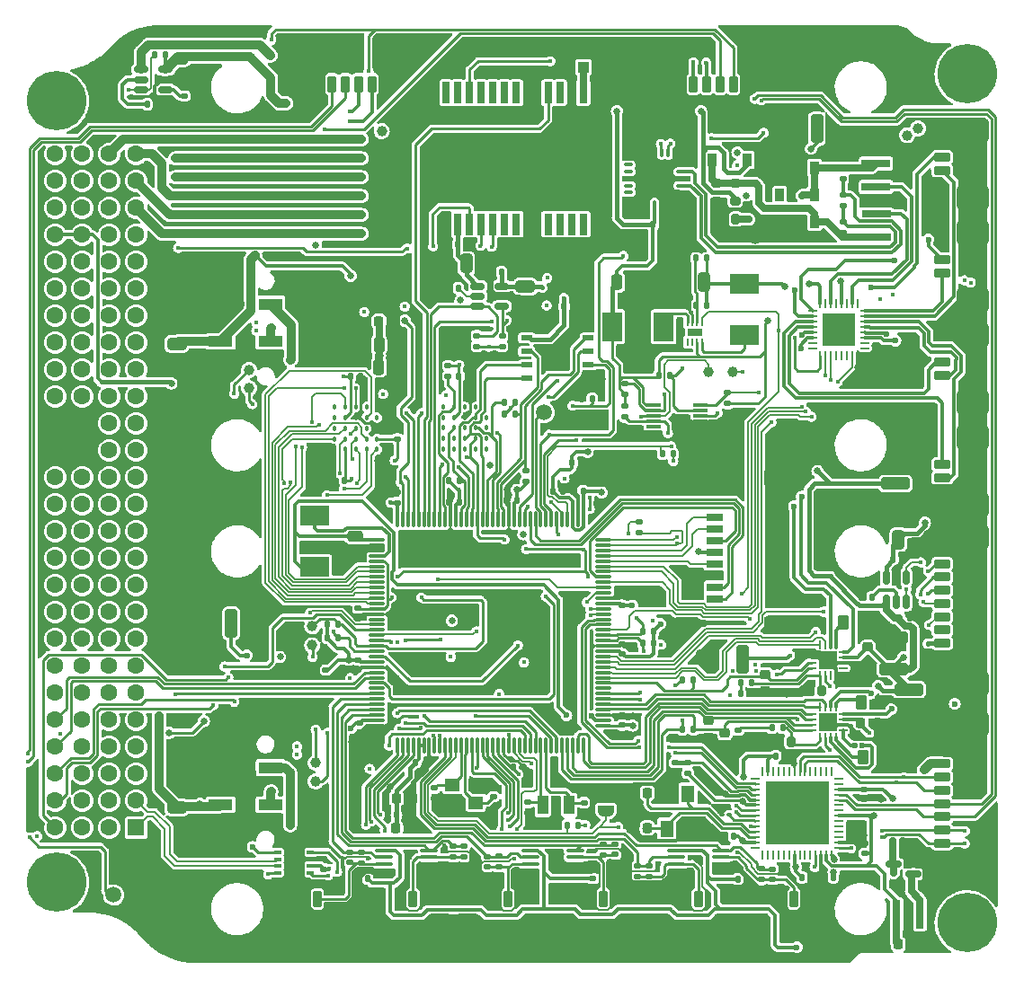
<source format=gbl>
%TF.GenerationSoftware,KiCad,Pcbnew,(6.0.7)*%
%TF.CreationDate,2022-10-25T19:15:25+08:00*%
%TF.ProjectId,cubesat_obc,63756265-7361-4745-9f6f-62632e6b6963,rev?*%
%TF.SameCoordinates,Original*%
%TF.FileFunction,Copper,L4,Bot*%
%TF.FilePolarity,Positive*%
%FSLAX46Y46*%
G04 Gerber Fmt 4.6, Leading zero omitted, Abs format (unit mm)*
G04 Created by KiCad (PCBNEW (6.0.7)) date 2022-10-25 19:15:25*
%MOMM*%
%LPD*%
G01*
G04 APERTURE LIST*
G04 Aperture macros list*
%AMRoundRect*
0 Rectangle with rounded corners*
0 $1 Rounding radius*
0 $2 $3 $4 $5 $6 $7 $8 $9 X,Y pos of 4 corners*
0 Add a 4 corners polygon primitive as box body*
4,1,4,$2,$3,$4,$5,$6,$7,$8,$9,$2,$3,0*
0 Add four circle primitives for the rounded corners*
1,1,$1+$1,$2,$3*
1,1,$1+$1,$4,$5*
1,1,$1+$1,$6,$7*
1,1,$1+$1,$8,$9*
0 Add four rect primitives between the rounded corners*
20,1,$1+$1,$2,$3,$4,$5,0*
20,1,$1+$1,$4,$5,$6,$7,0*
20,1,$1+$1,$6,$7,$8,$9,0*
20,1,$1+$1,$8,$9,$2,$3,0*%
%AMFreePoly0*
4,1,22,0.500000,-0.750000,0.000000,-0.750000,0.000000,-0.745033,-0.079941,-0.743568,-0.215256,-0.701293,-0.333266,-0.622738,-0.424486,-0.514219,-0.481581,-0.384460,-0.499164,-0.250000,-0.500000,-0.250000,-0.500000,0.250000,-0.499164,0.250000,-0.499963,0.256109,-0.478152,0.396186,-0.417904,0.524511,-0.324060,0.630769,-0.204165,0.706417,-0.067858,0.745374,0.000000,0.744959,0.000000,0.750000,
0.500000,0.750000,0.500000,-0.750000,0.500000,-0.750000,$1*%
%AMFreePoly1*
4,1,20,0.000000,0.744959,0.073905,0.744508,0.209726,0.703889,0.328688,0.626782,0.421226,0.519385,0.479903,0.390333,0.500000,0.250000,0.500000,-0.250000,0.499851,-0.262216,0.476331,-0.402017,0.414519,-0.529596,0.319384,-0.634700,0.198574,-0.708877,0.061801,-0.746166,0.000000,-0.745033,0.000000,-0.750000,-0.500000,-0.750000,-0.500000,0.750000,0.000000,0.750000,0.000000,0.744959,
0.000000,0.744959,$1*%
G04 Aperture macros list end*
%TA.AperFunction,ComponentPad*%
%ADD10C,5.600000*%
%TD*%
%TA.AperFunction,ComponentPad*%
%ADD11R,1.600000X1.600000*%
%TD*%
%TA.AperFunction,ComponentPad*%
%ADD12C,1.600000*%
%TD*%
%TA.AperFunction,SMDPad,CuDef*%
%ADD13RoundRect,0.140000X-0.140000X-0.170000X0.140000X-0.170000X0.140000X0.170000X-0.140000X0.170000X0*%
%TD*%
%TA.AperFunction,SMDPad,CuDef*%
%ADD14RoundRect,0.140000X-0.170000X0.140000X-0.170000X-0.140000X0.170000X-0.140000X0.170000X0.140000X0*%
%TD*%
%TA.AperFunction,SMDPad,CuDef*%
%ADD15RoundRect,0.140000X0.170000X-0.140000X0.170000X0.140000X-0.170000X0.140000X-0.170000X-0.140000X0*%
%TD*%
%TA.AperFunction,SMDPad,CuDef*%
%ADD16RoundRect,0.250000X-0.250000X-0.475000X0.250000X-0.475000X0.250000X0.475000X-0.250000X0.475000X0*%
%TD*%
%TA.AperFunction,SMDPad,CuDef*%
%ADD17RoundRect,0.140000X0.140000X0.170000X-0.140000X0.170000X-0.140000X-0.170000X0.140000X-0.170000X0*%
%TD*%
%TA.AperFunction,SMDPad,CuDef*%
%ADD18RoundRect,0.250000X0.650000X-0.325000X0.650000X0.325000X-0.650000X0.325000X-0.650000X-0.325000X0*%
%TD*%
%TA.AperFunction,SMDPad,CuDef*%
%ADD19R,2.300000X1.100000*%
%TD*%
%TA.AperFunction,SMDPad,CuDef*%
%ADD20RoundRect,0.200000X-0.600000X0.200000X-0.600000X-0.200000X0.600000X-0.200000X0.600000X0.200000X0*%
%TD*%
%TA.AperFunction,SMDPad,CuDef*%
%ADD21RoundRect,0.250001X-1.249999X0.799999X-1.249999X-0.799999X1.249999X-0.799999X1.249999X0.799999X0*%
%TD*%
%TA.AperFunction,SMDPad,CuDef*%
%ADD22R,2.700000X0.800000*%
%TD*%
%TA.AperFunction,SMDPad,CuDef*%
%ADD23RoundRect,0.135000X0.135000X0.185000X-0.135000X0.185000X-0.135000X-0.185000X0.135000X-0.185000X0*%
%TD*%
%TA.AperFunction,SMDPad,CuDef*%
%ADD24RoundRect,0.135000X-0.135000X-0.185000X0.135000X-0.185000X0.135000X0.185000X-0.135000X0.185000X0*%
%TD*%
%TA.AperFunction,SMDPad,CuDef*%
%ADD25RoundRect,0.135000X-0.185000X0.135000X-0.185000X-0.135000X0.185000X-0.135000X0.185000X0.135000X0*%
%TD*%
%TA.AperFunction,SMDPad,CuDef*%
%ADD26RoundRect,0.135000X0.185000X-0.135000X0.185000X0.135000X-0.185000X0.135000X-0.185000X-0.135000X0*%
%TD*%
%TA.AperFunction,SMDPad,CuDef*%
%ADD27R,1.400000X0.300000*%
%TD*%
%TA.AperFunction,SMDPad,CuDef*%
%ADD28RoundRect,0.075000X0.325000X0.075000X-0.325000X0.075000X-0.325000X-0.075000X0.325000X-0.075000X0*%
%TD*%
%TA.AperFunction,SMDPad,CuDef*%
%ADD29RoundRect,0.075000X0.075000X0.325000X-0.075000X0.325000X-0.075000X-0.325000X0.075000X-0.325000X0*%
%TD*%
%TA.AperFunction,ComponentPad*%
%ADD30C,0.500000*%
%TD*%
%TA.AperFunction,SMDPad,CuDef*%
%ADD31R,3.350000X3.350000*%
%TD*%
%TA.AperFunction,SMDPad,CuDef*%
%ADD32R,1.500000X0.800000*%
%TD*%
%TA.AperFunction,SMDPad,CuDef*%
%ADD33R,2.000000X1.450000*%
%TD*%
%TA.AperFunction,SMDPad,CuDef*%
%ADD34R,1.000000X1.800000*%
%TD*%
%TA.AperFunction,SMDPad,CuDef*%
%ADD35RoundRect,0.200000X-0.275000X0.200000X-0.275000X-0.200000X0.275000X-0.200000X0.275000X0.200000X0*%
%TD*%
%TA.AperFunction,SMDPad,CuDef*%
%ADD36RoundRect,0.200000X0.200000X0.275000X-0.200000X0.275000X-0.200000X-0.275000X0.200000X-0.275000X0*%
%TD*%
%TA.AperFunction,SMDPad,CuDef*%
%ADD37RoundRect,0.200000X0.275000X-0.200000X0.275000X0.200000X-0.275000X0.200000X-0.275000X-0.200000X0*%
%TD*%
%TA.AperFunction,SMDPad,CuDef*%
%ADD38R,0.900000X1.200000*%
%TD*%
%TA.AperFunction,SMDPad,CuDef*%
%ADD39RoundRect,0.225000X-0.225000X-0.250000X0.225000X-0.250000X0.225000X0.250000X-0.225000X0.250000X0*%
%TD*%
%TA.AperFunction,SMDPad,CuDef*%
%ADD40R,0.800000X2.700000*%
%TD*%
%TA.AperFunction,SMDPad,CuDef*%
%ADD41RoundRect,0.150000X0.587500X0.150000X-0.587500X0.150000X-0.587500X-0.150000X0.587500X-0.150000X0*%
%TD*%
%TA.AperFunction,SMDPad,CuDef*%
%ADD42RoundRect,0.062500X-0.375000X-0.062500X0.375000X-0.062500X0.375000X0.062500X-0.375000X0.062500X0*%
%TD*%
%TA.AperFunction,SMDPad,CuDef*%
%ADD43RoundRect,0.062500X-0.062500X-0.375000X0.062500X-0.375000X0.062500X0.375000X-0.062500X0.375000X0*%
%TD*%
%TA.AperFunction,SMDPad,CuDef*%
%ADD44R,5.900000X5.900000*%
%TD*%
%TA.AperFunction,SMDPad,CuDef*%
%ADD45RoundRect,0.100000X0.130000X0.100000X-0.130000X0.100000X-0.130000X-0.100000X0.130000X-0.100000X0*%
%TD*%
%TA.AperFunction,SMDPad,CuDef*%
%ADD46RoundRect,0.225000X0.225000X0.250000X-0.225000X0.250000X-0.225000X-0.250000X0.225000X-0.250000X0*%
%TD*%
%TA.AperFunction,SMDPad,CuDef*%
%ADD47R,2.790000X1.903000*%
%TD*%
%TA.AperFunction,SMDPad,CuDef*%
%ADD48RoundRect,0.075000X0.075000X-0.662500X0.075000X0.662500X-0.075000X0.662500X-0.075000X-0.662500X0*%
%TD*%
%TA.AperFunction,SMDPad,CuDef*%
%ADD49RoundRect,0.075000X0.662500X-0.075000X0.662500X0.075000X-0.662500X0.075000X-0.662500X-0.075000X0*%
%TD*%
%TA.AperFunction,SMDPad,CuDef*%
%ADD50RoundRect,0.250000X0.325000X0.650000X-0.325000X0.650000X-0.325000X-0.650000X0.325000X-0.650000X0*%
%TD*%
%TA.AperFunction,SMDPad,CuDef*%
%ADD51RoundRect,0.250000X0.325000X1.100000X-0.325000X1.100000X-0.325000X-1.100000X0.325000X-1.100000X0*%
%TD*%
%TA.AperFunction,SMDPad,CuDef*%
%ADD52RoundRect,0.250000X-0.325000X-1.100000X0.325000X-1.100000X0.325000X1.100000X-0.325000X1.100000X0*%
%TD*%
%TA.AperFunction,SMDPad,CuDef*%
%ADD53RoundRect,0.250000X1.100000X-0.325000X1.100000X0.325000X-1.100000X0.325000X-1.100000X-0.325000X0*%
%TD*%
%TA.AperFunction,SMDPad,CuDef*%
%ADD54RoundRect,0.250000X-1.100000X0.325000X-1.100000X-0.325000X1.100000X-0.325000X1.100000X0.325000X0*%
%TD*%
%TA.AperFunction,SMDPad,CuDef*%
%ADD55R,1.903000X2.790000*%
%TD*%
%TA.AperFunction,SMDPad,CuDef*%
%ADD56RoundRect,0.062500X0.350000X0.062500X-0.350000X0.062500X-0.350000X-0.062500X0.350000X-0.062500X0*%
%TD*%
%TA.AperFunction,SMDPad,CuDef*%
%ADD57RoundRect,0.062500X0.062500X0.350000X-0.062500X0.350000X-0.062500X-0.350000X0.062500X-0.350000X0*%
%TD*%
%TA.AperFunction,SMDPad,CuDef*%
%ADD58R,3.100000X3.100000*%
%TD*%
%TA.AperFunction,SMDPad,CuDef*%
%ADD59R,0.250000X0.700000*%
%TD*%
%TA.AperFunction,SMDPad,CuDef*%
%ADD60R,1.380000X0.640000*%
%TD*%
%TA.AperFunction,SMDPad,CuDef*%
%ADD61C,1.000000*%
%TD*%
%TA.AperFunction,SMDPad,CuDef*%
%ADD62R,0.650000X0.350000*%
%TD*%
%TA.AperFunction,SMDPad,CuDef*%
%ADD63R,1.550000X2.400000*%
%TD*%
%TA.AperFunction,SMDPad,CuDef*%
%ADD64RoundRect,0.200000X0.200000X0.600000X-0.200000X0.600000X-0.200000X-0.600000X0.200000X-0.600000X0*%
%TD*%
%TA.AperFunction,SMDPad,CuDef*%
%ADD65RoundRect,0.250001X0.799999X1.249999X-0.799999X1.249999X-0.799999X-1.249999X0.799999X-1.249999X0*%
%TD*%
%TA.AperFunction,SMDPad,CuDef*%
%ADD66R,1.400000X1.200000*%
%TD*%
%TA.AperFunction,SMDPad,CuDef*%
%ADD67C,1.500000*%
%TD*%
%TA.AperFunction,SMDPad,CuDef*%
%ADD68RoundRect,0.225000X0.250000X-0.225000X0.250000X0.225000X-0.250000X0.225000X-0.250000X-0.225000X0*%
%TD*%
%TA.AperFunction,SMDPad,CuDef*%
%ADD69R,0.800000X2.000000*%
%TD*%
%TA.AperFunction,SMDPad,CuDef*%
%ADD70RoundRect,0.250000X-0.262500X-0.450000X0.262500X-0.450000X0.262500X0.450000X-0.262500X0.450000X0*%
%TD*%
%TA.AperFunction,SMDPad,CuDef*%
%ADD71RoundRect,0.100000X0.712500X0.100000X-0.712500X0.100000X-0.712500X-0.100000X0.712500X-0.100000X0*%
%TD*%
%TA.AperFunction,SMDPad,CuDef*%
%ADD72R,1.300000X1.600000*%
%TD*%
%TA.AperFunction,SMDPad,CuDef*%
%ADD73RoundRect,0.200000X-0.200000X-0.600000X0.200000X-0.600000X0.200000X0.600000X-0.200000X0.600000X0*%
%TD*%
%TA.AperFunction,SMDPad,CuDef*%
%ADD74RoundRect,0.250001X-0.799999X-1.249999X0.799999X-1.249999X0.799999X1.249999X-0.799999X1.249999X0*%
%TD*%
%TA.AperFunction,SMDPad,CuDef*%
%ADD75RoundRect,0.150000X-0.150000X0.512500X-0.150000X-0.512500X0.150000X-0.512500X0.150000X0.512500X0*%
%TD*%
%TA.AperFunction,SMDPad,CuDef*%
%ADD76RoundRect,0.062500X-0.062500X0.350000X-0.062500X-0.350000X0.062500X-0.350000X0.062500X0.350000X0*%
%TD*%
%TA.AperFunction,SMDPad,CuDef*%
%ADD77RoundRect,0.062500X-0.350000X0.062500X-0.350000X-0.062500X0.350000X-0.062500X0.350000X0.062500X0*%
%TD*%
%TA.AperFunction,SMDPad,CuDef*%
%ADD78R,1.680000X1.680000*%
%TD*%
%TA.AperFunction,SMDPad,CuDef*%
%ADD79R,1.000000X1.050000*%
%TD*%
%TA.AperFunction,SMDPad,CuDef*%
%ADD80R,1.050000X2.200000*%
%TD*%
%TA.AperFunction,SMDPad,CuDef*%
%ADD81FreePoly0,90.000000*%
%TD*%
%TA.AperFunction,SMDPad,CuDef*%
%ADD82FreePoly1,90.000000*%
%TD*%
%TA.AperFunction,SMDPad,CuDef*%
%ADD83RoundRect,0.150000X0.512500X0.150000X-0.512500X0.150000X-0.512500X-0.150000X0.512500X-0.150000X0*%
%TD*%
%TA.AperFunction,SMDPad,CuDef*%
%ADD84R,1.100000X0.500000*%
%TD*%
%TA.AperFunction,SMDPad,CuDef*%
%ADD85R,2.000000X2.000000*%
%TD*%
%TA.AperFunction,SMDPad,CuDef*%
%ADD86C,0.457200*%
%TD*%
%TA.AperFunction,SMDPad,CuDef*%
%ADD87RoundRect,0.250000X-0.325000X-0.650000X0.325000X-0.650000X0.325000X0.650000X-0.325000X0.650000X0*%
%TD*%
%TA.AperFunction,SMDPad,CuDef*%
%ADD88RoundRect,0.225000X-0.250000X0.225000X-0.250000X-0.225000X0.250000X-0.225000X0.250000X0.225000X0*%
%TD*%
%TA.AperFunction,SMDPad,CuDef*%
%ADD89RoundRect,0.250000X0.475000X-0.250000X0.475000X0.250000X-0.475000X0.250000X-0.475000X-0.250000X0*%
%TD*%
%TA.AperFunction,SMDPad,CuDef*%
%ADD90RoundRect,0.250000X-0.650000X0.325000X-0.650000X-0.325000X0.650000X-0.325000X0.650000X0.325000X0*%
%TD*%
%TA.AperFunction,ViaPad*%
%ADD91C,0.450000*%
%TD*%
%TA.AperFunction,ViaPad*%
%ADD92C,0.650000*%
%TD*%
%TA.AperFunction,ViaPad*%
%ADD93C,1.000000*%
%TD*%
%TA.AperFunction,ViaPad*%
%ADD94C,0.850000*%
%TD*%
%TA.AperFunction,ViaPad*%
%ADD95C,0.600000*%
%TD*%
%TA.AperFunction,Conductor*%
%ADD96C,0.150000*%
%TD*%
%TA.AperFunction,Conductor*%
%ADD97C,0.200000*%
%TD*%
%TA.AperFunction,Conductor*%
%ADD98C,0.350000*%
%TD*%
%TA.AperFunction,Conductor*%
%ADD99C,0.250000*%
%TD*%
%TA.AperFunction,Conductor*%
%ADD100C,0.850000*%
%TD*%
%TA.AperFunction,Conductor*%
%ADD101C,0.450000*%
%TD*%
%TA.AperFunction,Conductor*%
%ADD102C,0.700000*%
%TD*%
G04 APERTURE END LIST*
D10*
X110734001Y-55792998D03*
X196464001Y-133262997D03*
X196464001Y-53252998D03*
X110734001Y-129452998D03*
D11*
X118225000Y-124300000D03*
D12*
X115685000Y-124300000D03*
X118225000Y-121760000D03*
X115685000Y-121760000D03*
X118225000Y-119220000D03*
X115685000Y-119220000D03*
X118225000Y-116680000D03*
X115685000Y-116680000D03*
X118225000Y-114140000D03*
X115685000Y-114140000D03*
X118225000Y-111600000D03*
X115685000Y-111600000D03*
X118225000Y-109060000D03*
X115685000Y-109060000D03*
X118225000Y-106520000D03*
X115685000Y-106520000D03*
X118225000Y-103980000D03*
X115685000Y-103980000D03*
X118225000Y-101440000D03*
X115685000Y-101440000D03*
X118225000Y-98900000D03*
X115685000Y-98900000D03*
X118225000Y-96360000D03*
X115685000Y-96360000D03*
X118225000Y-93820000D03*
X115685000Y-93820000D03*
X118225000Y-91280000D03*
X115685000Y-91280000D03*
X118225000Y-88740000D03*
X115685000Y-88740000D03*
X118225000Y-86200000D03*
X115685000Y-86200000D03*
X118225000Y-83660000D03*
X115685000Y-83660000D03*
X118225000Y-81120000D03*
X115685000Y-81120000D03*
X118225000Y-78580000D03*
X115685000Y-78580000D03*
X118225000Y-76040000D03*
X115685000Y-76040000D03*
X118225000Y-73500000D03*
X115685000Y-73500000D03*
X118225000Y-70960000D03*
X115685000Y-70960000D03*
X118225000Y-68420000D03*
X115685000Y-68420000D03*
X118225000Y-65880000D03*
X115685000Y-65880000D03*
X118225000Y-63340000D03*
X115685000Y-63340000D03*
X118225000Y-60800000D03*
X115685000Y-60800000D03*
X113145000Y-124300000D03*
X110605000Y-124300000D03*
X113145000Y-121760000D03*
X110605000Y-121760000D03*
X113145000Y-119220000D03*
X110605000Y-119220000D03*
X113145000Y-116680000D03*
X110605000Y-116680000D03*
X113145000Y-114140000D03*
X110605000Y-114140000D03*
X113145000Y-111600000D03*
X110605000Y-111600000D03*
X113145000Y-109060000D03*
X110605000Y-109060000D03*
X113145000Y-106520000D03*
X110605000Y-106520000D03*
X113145000Y-103980000D03*
X110605000Y-103980000D03*
X113145000Y-101440000D03*
X110605000Y-101440000D03*
X113145000Y-98900000D03*
X110605000Y-98900000D03*
X113145000Y-96360000D03*
X110605000Y-96360000D03*
X113145000Y-93820000D03*
X110605000Y-93820000D03*
X113145000Y-91280000D03*
X110605000Y-91280000D03*
X113145000Y-88740000D03*
X110605000Y-88740000D03*
X113145000Y-86200000D03*
X110605000Y-86200000D03*
X113145000Y-83660000D03*
X110605000Y-83660000D03*
X113145000Y-81120000D03*
X110605000Y-81120000D03*
X113145000Y-78580000D03*
X110605000Y-78580000D03*
X113145000Y-76040000D03*
X110605000Y-76040000D03*
X113145000Y-73500000D03*
X110605000Y-73500000D03*
X113145000Y-70960000D03*
X110605000Y-70960000D03*
X113145000Y-68420000D03*
X110605000Y-68420000D03*
X113145000Y-65880000D03*
X110605000Y-65880000D03*
X113145000Y-63340000D03*
X110605000Y-63340000D03*
X113145000Y-60800000D03*
X110605000Y-60800000D03*
D13*
X148620000Y-81725000D03*
X149580000Y-81725000D03*
D14*
X142825000Y-92695000D03*
X142825000Y-93655000D03*
D15*
X139128500Y-104580000D03*
X139128500Y-103620000D03*
D16*
X141075000Y-80875000D03*
X142975000Y-80875000D03*
D13*
X159345000Y-92575000D03*
X160305000Y-92575000D03*
D17*
X154705000Y-118575000D03*
X153745000Y-118575000D03*
D14*
X164000000Y-113670000D03*
X164000000Y-114630000D03*
D13*
X147670000Y-93575000D03*
X148630000Y-93575000D03*
D15*
X184810400Y-65656400D03*
X184810400Y-64696400D03*
D18*
X122047000Y-122379000D03*
X122047000Y-119429000D03*
X122047000Y-78691000D03*
X122047000Y-75741000D03*
D19*
X126174000Y-118646000D03*
X130874000Y-118646000D03*
X130874000Y-122146000D03*
X126174000Y-122146000D03*
X126174000Y-74958000D03*
X130874000Y-74958000D03*
X130874000Y-78458000D03*
X126174000Y-78458000D03*
D20*
X194132500Y-70749000D03*
X194132500Y-71999000D03*
D21*
X197032500Y-68199000D03*
X197032500Y-74549000D03*
D20*
X194132500Y-80401000D03*
X194132500Y-81651000D03*
D21*
X197032500Y-84201000D03*
X197032500Y-77851000D03*
D20*
X194132500Y-61097000D03*
X194132500Y-62347000D03*
D21*
X197032500Y-64897000D03*
X197032500Y-58547000D03*
D20*
X194132500Y-90053000D03*
X194132500Y-91303000D03*
D21*
X197032500Y-93853000D03*
X197032500Y-87503000D03*
D22*
X187960000Y-66464000D03*
X187960000Y-68664000D03*
X187896500Y-63901500D03*
X187896500Y-61701500D03*
D23*
X153935000Y-84250000D03*
X152915000Y-84250000D03*
D24*
X147640000Y-91600000D03*
X148660000Y-91600000D03*
D25*
X147600000Y-80740000D03*
X147600000Y-81760000D03*
D23*
X137225500Y-105156000D03*
X136205500Y-105156000D03*
X137225500Y-106426000D03*
X136205500Y-106426000D03*
D25*
X184785000Y-67181000D03*
X184785000Y-68201000D03*
D26*
X184785000Y-63121000D03*
X184785000Y-62101000D03*
X173926500Y-84330000D03*
X173926500Y-83310000D03*
D25*
X164274500Y-84580000D03*
X164274500Y-85600000D03*
D27*
X171351300Y-84471000D03*
X171351300Y-84971000D03*
X171351300Y-85471000D03*
X171351300Y-85971000D03*
X171351300Y-86471000D03*
X166951300Y-86471000D03*
X166951300Y-85971000D03*
X166951300Y-85471000D03*
X166951300Y-84971000D03*
X166951300Y-84471000D03*
D28*
X169493100Y-61819000D03*
X169493100Y-62469000D03*
X169493100Y-63119000D03*
X169493100Y-63769000D03*
X169493100Y-64419000D03*
D29*
X168343100Y-65569000D03*
X167693100Y-65569000D03*
X167043100Y-65569000D03*
X166393100Y-65569000D03*
X165743100Y-65569000D03*
D28*
X164593100Y-64419000D03*
X164593100Y-63769000D03*
X164593100Y-63119000D03*
X164593100Y-62469000D03*
X164593100Y-61819000D03*
D29*
X165743100Y-60669000D03*
X166393100Y-60669000D03*
X167043100Y-60669000D03*
X167693100Y-60669000D03*
X168343100Y-60669000D03*
D30*
X168468100Y-63119000D03*
X165618100Y-64544000D03*
X168468100Y-61694000D03*
X167043100Y-61694000D03*
X168468100Y-64544000D03*
X167043100Y-63119000D03*
X167043100Y-64544000D03*
D31*
X167043100Y-63119000D03*
D30*
X165618100Y-63119000D03*
X165618100Y-61694000D03*
D32*
X172694000Y-95034500D03*
X172694000Y-96134500D03*
X172694000Y-97234500D03*
X172694000Y-98334500D03*
X172694000Y-99434500D03*
X172694000Y-100534500D03*
X172694000Y-101634500D03*
X172694000Y-102734500D03*
D33*
X178394000Y-91359500D03*
X170094000Y-105109500D03*
X178394000Y-105109500D03*
X170094000Y-91359500D03*
D34*
X156514500Y-122159000D03*
X159014500Y-122159000D03*
D13*
X166906000Y-67437000D03*
X167866000Y-67437000D03*
D24*
X167447500Y-81661000D03*
X168467500Y-81661000D03*
D26*
X164274500Y-83441000D03*
X164274500Y-82421000D03*
D35*
X172847000Y-63564000D03*
X172847000Y-65214000D03*
D36*
X174688000Y-66929000D03*
X173038000Y-66929000D03*
D37*
X174625000Y-65214000D03*
X174625000Y-63564000D03*
D38*
X182117000Y-62103000D03*
X178817000Y-62103000D03*
X178817000Y-64643000D03*
X182117000Y-64643000D03*
X175767000Y-61341000D03*
X172467000Y-61341000D03*
X182117000Y-67183000D03*
X178817000Y-67183000D03*
D13*
X189480000Y-125510000D03*
X190440000Y-125510000D03*
D39*
X164806000Y-124316500D03*
X166356000Y-124316500D03*
X164806000Y-121014500D03*
X166356000Y-121014500D03*
D13*
X191220000Y-130050000D03*
X192180000Y-130050000D03*
D39*
X189995000Y-135300000D03*
X191545000Y-135300000D03*
D14*
X186753500Y-120678000D03*
X186753500Y-121638000D03*
D13*
X180940000Y-129000000D03*
X181900000Y-129000000D03*
D15*
X186817000Y-126718000D03*
X186817000Y-125758000D03*
D17*
X183880000Y-129000000D03*
X182920000Y-129000000D03*
D13*
X178470000Y-117550000D03*
X179430000Y-117550000D03*
D17*
X174510000Y-125120000D03*
X173550000Y-125120000D03*
D40*
X192030000Y-132450000D03*
X189830000Y-132450000D03*
D41*
X191407500Y-126780000D03*
X191407500Y-128680000D03*
X189532500Y-127730000D03*
D42*
X176529500Y-126186000D03*
X176529500Y-125686000D03*
X176529500Y-125186000D03*
X176529500Y-124686000D03*
X176529500Y-124186000D03*
X176529500Y-123686000D03*
X176529500Y-123186000D03*
X176529500Y-122686000D03*
X176529500Y-122186000D03*
X176529500Y-121686000D03*
X176529500Y-121186000D03*
X176529500Y-120686000D03*
X176529500Y-120186000D03*
X176529500Y-119686000D03*
D43*
X177217000Y-118998500D03*
X177717000Y-118998500D03*
X178217000Y-118998500D03*
X178717000Y-118998500D03*
X179217000Y-118998500D03*
X179717000Y-118998500D03*
X180217000Y-118998500D03*
X180717000Y-118998500D03*
X181217000Y-118998500D03*
X181717000Y-118998500D03*
X182217000Y-118998500D03*
X182717000Y-118998500D03*
X183217000Y-118998500D03*
X183717000Y-118998500D03*
D42*
X184404500Y-119686000D03*
X184404500Y-120186000D03*
X184404500Y-120686000D03*
X184404500Y-121186000D03*
X184404500Y-121686000D03*
X184404500Y-122186000D03*
X184404500Y-122686000D03*
X184404500Y-123186000D03*
X184404500Y-123686000D03*
X184404500Y-124186000D03*
X184404500Y-124686000D03*
X184404500Y-125186000D03*
X184404500Y-125686000D03*
X184404500Y-126186000D03*
D43*
X183717000Y-126873500D03*
X183217000Y-126873500D03*
X182717000Y-126873500D03*
X182217000Y-126873500D03*
X181717000Y-126873500D03*
X181217000Y-126873500D03*
X180717000Y-126873500D03*
X180217000Y-126873500D03*
X179717000Y-126873500D03*
X179217000Y-126873500D03*
X178717000Y-126873500D03*
X178217000Y-126873500D03*
X177717000Y-126873500D03*
X177217000Y-126873500D03*
D44*
X180467000Y-122936000D03*
D25*
X170180000Y-118164500D03*
X170180000Y-119184500D03*
X168973500Y-118164500D03*
X168973500Y-119184500D03*
D45*
X174056000Y-123100000D03*
X173416000Y-123100000D03*
D20*
X194132500Y-117037000D03*
X194132500Y-118287000D03*
X194132500Y-119537000D03*
X194132500Y-120787000D03*
X194132500Y-122037000D03*
X194132500Y-123287000D03*
X194132500Y-124537000D03*
X194132500Y-125787000D03*
D21*
X197032500Y-128337000D03*
X197032500Y-114487000D03*
D15*
X139230000Y-115420000D03*
X139230000Y-114460000D03*
D16*
X141100000Y-78800000D03*
X143000000Y-78800000D03*
D14*
X136080500Y-108486000D03*
X136080500Y-109446000D03*
D15*
X151875000Y-121380000D03*
X151875000Y-120420000D03*
D17*
X160246000Y-89916000D03*
X159286000Y-89916000D03*
D14*
X146325000Y-120570000D03*
X146325000Y-121530000D03*
D46*
X144225000Y-124375000D03*
X142675000Y-124375000D03*
D14*
X135900000Y-127240000D03*
X135900000Y-128200000D03*
D13*
X153088400Y-93472000D03*
X154048400Y-93472000D03*
D14*
X164020500Y-102390000D03*
X164020500Y-103350000D03*
X164020500Y-106962000D03*
X164020500Y-107922000D03*
D15*
X139128500Y-109446000D03*
X139128500Y-108486000D03*
D14*
X160400000Y-121940000D03*
X160400000Y-122900000D03*
X155130000Y-121920000D03*
X155130000Y-122880000D03*
D17*
X158404500Y-92583000D03*
X157444500Y-92583000D03*
D14*
X142825000Y-86695000D03*
X142825000Y-87655000D03*
D17*
X139355000Y-81775000D03*
X138395000Y-81775000D03*
D47*
X135000000Y-94848500D03*
X135000000Y-99701500D03*
D48*
X160324500Y-116580500D03*
X159824500Y-116580500D03*
X159324500Y-116580500D03*
X158824500Y-116580500D03*
X158324500Y-116580500D03*
X157824500Y-116580500D03*
X157324500Y-116580500D03*
X156824500Y-116580500D03*
X156324500Y-116580500D03*
X155824500Y-116580500D03*
X155324500Y-116580500D03*
X154824500Y-116580500D03*
X154324500Y-116580500D03*
X153824500Y-116580500D03*
X153324500Y-116580500D03*
X152824500Y-116580500D03*
X152324500Y-116580500D03*
X151824500Y-116580500D03*
X151324500Y-116580500D03*
X150824500Y-116580500D03*
X150324500Y-116580500D03*
X149824500Y-116580500D03*
X149324500Y-116580500D03*
X148824500Y-116580500D03*
X148324500Y-116580500D03*
X147824500Y-116580500D03*
X147324500Y-116580500D03*
X146824500Y-116580500D03*
X146324500Y-116580500D03*
X145824500Y-116580500D03*
X145324500Y-116580500D03*
X144824500Y-116580500D03*
X144324500Y-116580500D03*
X143824500Y-116580500D03*
X143324500Y-116580500D03*
X142824500Y-116580500D03*
D49*
X140912000Y-114668000D03*
X140912000Y-114168000D03*
X140912000Y-113668000D03*
X140912000Y-113168000D03*
X140912000Y-112668000D03*
X140912000Y-112168000D03*
X140912000Y-111668000D03*
X140912000Y-111168000D03*
X140912000Y-110668000D03*
X140912000Y-110168000D03*
X140912000Y-109668000D03*
X140912000Y-109168000D03*
X140912000Y-108668000D03*
X140912000Y-108168000D03*
X140912000Y-107668000D03*
X140912000Y-107168000D03*
X140912000Y-106668000D03*
X140912000Y-106168000D03*
X140912000Y-105668000D03*
X140912000Y-105168000D03*
X140912000Y-104668000D03*
X140912000Y-104168000D03*
X140912000Y-103668000D03*
X140912000Y-103168000D03*
X140912000Y-102668000D03*
X140912000Y-102168000D03*
X140912000Y-101668000D03*
X140912000Y-101168000D03*
X140912000Y-100668000D03*
X140912000Y-100168000D03*
X140912000Y-99668000D03*
X140912000Y-99168000D03*
X140912000Y-98668000D03*
X140912000Y-98168000D03*
X140912000Y-97668000D03*
X140912000Y-97168000D03*
D48*
X142824500Y-95255500D03*
X143324500Y-95255500D03*
X143824500Y-95255500D03*
X144324500Y-95255500D03*
X144824500Y-95255500D03*
X145324500Y-95255500D03*
X145824500Y-95255500D03*
X146324500Y-95255500D03*
X146824500Y-95255500D03*
X147324500Y-95255500D03*
X147824500Y-95255500D03*
X148324500Y-95255500D03*
X148824500Y-95255500D03*
X149324500Y-95255500D03*
X149824500Y-95255500D03*
X150324500Y-95255500D03*
X150824500Y-95255500D03*
X151324500Y-95255500D03*
X151824500Y-95255500D03*
X152324500Y-95255500D03*
X152824500Y-95255500D03*
X153324500Y-95255500D03*
X153824500Y-95255500D03*
X154324500Y-95255500D03*
X154824500Y-95255500D03*
X155324500Y-95255500D03*
X155824500Y-95255500D03*
X156324500Y-95255500D03*
X156824500Y-95255500D03*
X157324500Y-95255500D03*
X157824500Y-95255500D03*
X158324500Y-95255500D03*
X158824500Y-95255500D03*
X159324500Y-95255500D03*
X159824500Y-95255500D03*
X160324500Y-95255500D03*
D49*
X162237000Y-97168000D03*
X162237000Y-97668000D03*
X162237000Y-98168000D03*
X162237000Y-98668000D03*
X162237000Y-99168000D03*
X162237000Y-99668000D03*
X162237000Y-100168000D03*
X162237000Y-100668000D03*
X162237000Y-101168000D03*
X162237000Y-101668000D03*
X162237000Y-102168000D03*
X162237000Y-102668000D03*
X162237000Y-103168000D03*
X162237000Y-103668000D03*
X162237000Y-104168000D03*
X162237000Y-104668000D03*
X162237000Y-105168000D03*
X162237000Y-105668000D03*
X162237000Y-106168000D03*
X162237000Y-106668000D03*
X162237000Y-107168000D03*
X162237000Y-107668000D03*
X162237000Y-108168000D03*
X162237000Y-108668000D03*
X162237000Y-109168000D03*
X162237000Y-109668000D03*
X162237000Y-110168000D03*
X162237000Y-110668000D03*
X162237000Y-111168000D03*
X162237000Y-111668000D03*
X162237000Y-112168000D03*
X162237000Y-112668000D03*
X162237000Y-113168000D03*
X162237000Y-113668000D03*
X162237000Y-114168000D03*
X162237000Y-114668000D03*
D24*
X165946500Y-105791000D03*
X166966500Y-105791000D03*
X165923500Y-106934000D03*
X166943500Y-106934000D03*
D50*
X171655000Y-72898000D03*
X168705000Y-72898000D03*
D17*
X171930000Y-75057000D03*
X170970000Y-75057000D03*
D16*
X163515000Y-72898000D03*
X165415000Y-72898000D03*
D51*
X182323000Y-58420000D03*
X179373000Y-58420000D03*
X175325000Y-108400000D03*
X172375000Y-108400000D03*
D52*
X127176000Y-105029000D03*
X130126000Y-105029000D03*
D53*
X189575000Y-109325000D03*
X189575000Y-106375000D03*
D54*
X189738000Y-91870000D03*
X189738000Y-94820000D03*
X191000000Y-111275000D03*
X191000000Y-114225000D03*
D47*
X175514000Y-77864500D03*
X175514000Y-73011500D03*
D55*
X163054500Y-77089000D03*
X167907500Y-77089000D03*
D23*
X171960000Y-70612000D03*
X170940000Y-70612000D03*
D56*
X186841500Y-75593000D03*
X186841500Y-76093000D03*
X186841500Y-76593000D03*
X186841500Y-77093000D03*
X186841500Y-77593000D03*
X186841500Y-78093000D03*
X186841500Y-78593000D03*
X186841500Y-79093000D03*
D57*
X186154000Y-79780500D03*
X185654000Y-79780500D03*
X185154000Y-79780500D03*
X184654000Y-79780500D03*
X184154000Y-79780500D03*
X183654000Y-79780500D03*
X183154000Y-79780500D03*
X182654000Y-79780500D03*
D56*
X181966500Y-79093000D03*
X181966500Y-78593000D03*
X181966500Y-78093000D03*
X181966500Y-77593000D03*
X181966500Y-77093000D03*
X181966500Y-76593000D03*
X181966500Y-76093000D03*
X181966500Y-75593000D03*
D57*
X182654000Y-74905500D03*
X183154000Y-74905500D03*
X183654000Y-74905500D03*
X184154000Y-74905500D03*
X184654000Y-74905500D03*
X185154000Y-74905500D03*
X185654000Y-74905500D03*
X186154000Y-74905500D03*
D58*
X184404000Y-77343000D03*
D59*
X170140000Y-76672000D03*
X170590000Y-76672000D03*
X171040000Y-76672000D03*
X171490000Y-76672000D03*
X171490000Y-78522000D03*
X171040000Y-78522000D03*
X170590000Y-78522000D03*
X170140000Y-78522000D03*
D60*
X170815000Y-77597000D03*
D61*
X134800000Y-107112500D03*
D62*
X134650000Y-126625000D03*
X134650000Y-127275000D03*
X134650000Y-127925000D03*
X134650000Y-128575000D03*
X131550000Y-128575000D03*
X131550000Y-127925000D03*
X131550000Y-127275000D03*
X131550000Y-126625000D03*
D63*
X133100000Y-127600000D03*
D64*
X144285000Y-131000000D03*
X143035000Y-131000000D03*
D65*
X140485000Y-133900000D03*
X146835000Y-133900000D03*
D24*
X119250000Y-56110000D03*
X120270000Y-56110000D03*
D17*
X175830000Y-129150000D03*
X174870000Y-129150000D03*
D66*
X150200000Y-121950000D03*
X148000000Y-121950000D03*
X148000000Y-120250000D03*
X150200000Y-120250000D03*
D26*
X148100000Y-127080000D03*
X148100000Y-126060000D03*
D67*
X156650000Y-85150000D03*
D15*
X165450000Y-128880000D03*
X165450000Y-127920000D03*
D68*
X177450000Y-111425000D03*
X177450000Y-109875000D03*
D15*
X178150000Y-129180000D03*
X178150000Y-128220000D03*
D23*
X120970000Y-51470000D03*
X119950000Y-51470000D03*
D13*
X139070000Y-129125000D03*
X140030000Y-129125000D03*
D15*
X149120000Y-127030000D03*
X149120000Y-126070000D03*
D68*
X172100000Y-115775000D03*
X172100000Y-114225000D03*
D39*
X142725000Y-121550000D03*
X144275000Y-121550000D03*
D23*
X187520000Y-102580000D03*
X186500000Y-102580000D03*
D61*
X134800000Y-105337500D03*
D17*
X152630000Y-71925000D03*
X151670000Y-71925000D03*
D26*
X139410000Y-127620000D03*
X139410000Y-126600000D03*
D69*
X147432000Y-55014000D03*
X148532000Y-55014000D03*
X149632000Y-55014000D03*
X150732000Y-55014000D03*
X151832000Y-55014000D03*
X152932000Y-55014000D03*
X154032000Y-55014000D03*
X157032000Y-55014000D03*
X158132000Y-55014000D03*
X159232000Y-55014000D03*
X160332000Y-55014000D03*
X161432000Y-55014000D03*
X161432000Y-67414000D03*
X160332000Y-67414000D03*
X159232000Y-67414000D03*
X158132000Y-67414000D03*
X157032000Y-67414000D03*
X154032000Y-67414000D03*
X152932000Y-67414000D03*
X151832000Y-67414000D03*
X150732000Y-67414000D03*
X149632000Y-67414000D03*
X148532000Y-67414000D03*
X147432000Y-67414000D03*
D14*
X174950000Y-115120000D03*
X174950000Y-116080000D03*
D64*
X162205000Y-131000000D03*
X160955000Y-131000000D03*
D65*
X164755000Y-133900000D03*
X158405000Y-133900000D03*
D24*
X169690000Y-110350000D03*
X170710000Y-110350000D03*
D26*
X166560000Y-128880000D03*
X166560000Y-127860000D03*
D64*
X171165000Y-131000000D03*
X169915000Y-131000000D03*
D65*
X173715000Y-133900000D03*
X167365000Y-133900000D03*
D15*
X138360000Y-127570000D03*
X138360000Y-126610000D03*
D39*
X141075000Y-76575000D03*
X142625000Y-76575000D03*
D70*
X184837500Y-104950000D03*
X186662500Y-104950000D03*
D71*
X159562500Y-126425000D03*
X159562500Y-127075000D03*
X159562500Y-127725000D03*
X159562500Y-128375000D03*
X155337500Y-128375000D03*
X155337500Y-127725000D03*
X155337500Y-127075000D03*
X155337500Y-126425000D03*
D72*
X170200000Y-121100000D03*
X170200000Y-124400000D03*
X168200000Y-124400000D03*
X168200000Y-121100000D03*
D25*
X165575000Y-95465000D03*
X165575000Y-96485000D03*
D73*
X135422000Y-54216000D03*
X136672000Y-54216000D03*
X137922000Y-54216000D03*
X139172000Y-54216000D03*
X140422000Y-54216000D03*
D74*
X142972000Y-51316000D03*
X132872000Y-51316000D03*
D24*
X152915000Y-85275000D03*
X153935000Y-85275000D03*
D26*
X122770000Y-55330000D03*
X122770000Y-54310000D03*
X150300000Y-78935000D03*
X150300000Y-77915000D03*
D17*
X145505000Y-118125000D03*
X144545000Y-118125000D03*
D75*
X188850000Y-100712500D03*
X189800000Y-100712500D03*
X190750000Y-100712500D03*
X190750000Y-102987500D03*
X189800000Y-102987500D03*
X188850000Y-102987500D03*
D76*
X182600000Y-112887500D03*
X183100000Y-112887500D03*
X183600000Y-112887500D03*
X184100000Y-112887500D03*
D77*
X184812500Y-113600000D03*
X184812500Y-114100000D03*
X184812500Y-114600000D03*
X184812500Y-115100000D03*
D76*
X184100000Y-115812500D03*
X183600000Y-115812500D03*
X183100000Y-115812500D03*
X182600000Y-115812500D03*
D77*
X181887500Y-115100000D03*
X181887500Y-114600000D03*
X181887500Y-114100000D03*
X181887500Y-113600000D03*
D78*
X183350000Y-114350000D03*
D30*
X183940000Y-114940000D03*
X182760000Y-114940000D03*
X183940000Y-113760000D03*
X182760000Y-113760000D03*
D79*
X160350000Y-52612000D03*
D80*
X161825000Y-51087000D03*
X158875000Y-51087000D03*
D81*
X162460000Y-122740000D03*
D82*
X162460000Y-121440000D03*
D67*
X116100000Y-130650000D03*
D36*
X182775000Y-111425000D03*
X181125000Y-111425000D03*
D26*
X162170000Y-126860000D03*
X162170000Y-125840000D03*
X154940000Y-91696000D03*
X154940000Y-90676000D03*
D13*
X136895000Y-91550000D03*
X137855000Y-91550000D03*
X190095000Y-104500000D03*
X191055000Y-104500000D03*
D83*
X120967500Y-52830000D03*
X120967500Y-53780000D03*
X120967500Y-54730000D03*
X118692500Y-54730000D03*
X118692500Y-53780000D03*
X118692500Y-52830000D03*
D84*
X160800000Y-78145000D03*
X160800000Y-79415000D03*
X160800000Y-80685000D03*
X160800000Y-81955000D03*
X155000000Y-81955000D03*
X155000000Y-80685000D03*
X155000000Y-79415000D03*
X155000000Y-78145000D03*
D85*
X157900000Y-80050000D03*
D26*
X152700000Y-78960000D03*
X152700000Y-77940000D03*
D23*
X168810000Y-89075000D03*
X167790000Y-89075000D03*
X148560000Y-73450000D03*
X147540000Y-73450000D03*
D13*
X189500000Y-99000000D03*
X190460000Y-99000000D03*
D61*
X135125000Y-118200000D03*
D36*
X179875000Y-116200000D03*
X178225000Y-116200000D03*
D86*
X150178100Y-84625000D03*
X149178100Y-84625000D03*
X148178100Y-84625000D03*
X147178100Y-84625000D03*
X151178100Y-85625000D03*
X150178100Y-85625000D03*
X149178100Y-85625000D03*
X148178100Y-85625000D03*
X147178100Y-85625000D03*
X151178100Y-86625000D03*
X150178100Y-86625000D03*
X149178100Y-86625000D03*
X148178100Y-86625000D03*
X147178100Y-86625000D03*
X151178100Y-87625000D03*
X150178100Y-87625000D03*
X149178100Y-87625000D03*
X148178100Y-87625000D03*
X147178100Y-87625000D03*
X151178100Y-88625000D03*
X150178100Y-88625000D03*
X149178100Y-88625000D03*
X148178100Y-88625000D03*
X147178100Y-88625000D03*
D83*
X152662500Y-73250000D03*
X152662500Y-74200000D03*
X152662500Y-75150000D03*
X150387500Y-75150000D03*
X150387500Y-74200000D03*
X150387500Y-73250000D03*
D14*
X161225000Y-128140000D03*
X161225000Y-129100000D03*
D64*
X180125000Y-131000000D03*
X178875000Y-131000000D03*
D65*
X176325000Y-133900000D03*
X182675000Y-133900000D03*
D71*
X145812500Y-126425000D03*
X145812500Y-127075000D03*
X145812500Y-127725000D03*
X145812500Y-128375000D03*
X141587500Y-128375000D03*
X141587500Y-127725000D03*
X141587500Y-127075000D03*
X141587500Y-126425000D03*
D87*
X190000000Y-97150000D03*
X192950000Y-97150000D03*
D23*
X161160000Y-83870000D03*
X160140000Y-83870000D03*
X159830000Y-124060000D03*
X158810000Y-124060000D03*
D14*
X122760000Y-52010000D03*
X122760000Y-52970000D03*
D64*
X153245000Y-131000000D03*
X151995000Y-131000000D03*
D65*
X149445000Y-133900000D03*
X155795000Y-133900000D03*
D15*
X151280000Y-127990000D03*
X151280000Y-127030000D03*
D71*
X173312500Y-126425000D03*
X173312500Y-127075000D03*
X173312500Y-127725000D03*
X173312500Y-128375000D03*
X169087500Y-128375000D03*
X169087500Y-127725000D03*
X169087500Y-127075000D03*
X169087500Y-126425000D03*
D73*
X169458000Y-54216000D03*
X170708000Y-54216000D03*
X171958000Y-54216000D03*
X173208000Y-54216000D03*
X174458000Y-54216000D03*
D74*
X166908000Y-51316000D03*
X177008000Y-51316000D03*
D15*
X163340000Y-126810000D03*
X163340000Y-125850000D03*
D26*
X152400000Y-128020000D03*
X152400000Y-127000000D03*
D39*
X186450000Y-114400000D03*
X188000000Y-114400000D03*
D61*
X174375000Y-81325000D03*
D17*
X148480000Y-69342000D03*
X147520000Y-69342000D03*
D50*
X149303000Y-71120000D03*
X146353000Y-71120000D03*
D61*
X135125000Y-119925000D03*
D26*
X177100000Y-129210000D03*
X177100000Y-128190000D03*
D24*
X169690000Y-115050000D03*
X170710000Y-115050000D03*
D23*
X179110000Y-114900000D03*
X178090000Y-114900000D03*
D70*
X186487500Y-112450000D03*
X188312500Y-112450000D03*
X186675000Y-117650000D03*
X188500000Y-117650000D03*
D61*
X128850000Y-81150000D03*
D86*
X139903100Y-84650000D03*
X138903100Y-84650000D03*
X137903100Y-84650000D03*
X136903100Y-84650000D03*
X140903100Y-85650000D03*
X139903100Y-85650000D03*
X138903100Y-85650000D03*
X137903100Y-85650000D03*
X136903100Y-85650000D03*
X140903100Y-86650000D03*
X139903100Y-86650000D03*
X138903100Y-86650000D03*
X137903100Y-86650000D03*
X136903100Y-86650000D03*
X140903100Y-87650000D03*
X139903100Y-87650000D03*
X138903100Y-87650000D03*
X137903100Y-87650000D03*
X136903100Y-87650000D03*
X140903100Y-88650000D03*
X139903100Y-88650000D03*
X138903100Y-88650000D03*
X137903100Y-88650000D03*
X136903100Y-88650000D03*
D61*
X172150000Y-81325000D03*
D88*
X187125000Y-107275000D03*
X187125000Y-108825000D03*
D89*
X138850000Y-98750000D03*
X138850000Y-96850000D03*
D61*
X128850000Y-82875000D03*
D76*
X182600000Y-107037500D03*
X183100000Y-107037500D03*
X183600000Y-107037500D03*
X184100000Y-107037500D03*
D77*
X184812500Y-107750000D03*
X184812500Y-108250000D03*
X184812500Y-108750000D03*
X184812500Y-109250000D03*
D76*
X184100000Y-109962500D03*
X183600000Y-109962500D03*
X183100000Y-109962500D03*
X182600000Y-109962500D03*
D77*
X181887500Y-109250000D03*
X181887500Y-108750000D03*
X181887500Y-108250000D03*
X181887500Y-107750000D03*
D78*
X183350000Y-108500000D03*
D30*
X183940000Y-107910000D03*
X182760000Y-109090000D03*
X182760000Y-107910000D03*
X183940000Y-109090000D03*
D90*
X154875000Y-73300000D03*
X154875000Y-76250000D03*
D23*
X176200000Y-110600000D03*
X175180000Y-110600000D03*
D68*
X173650000Y-116925000D03*
X173650000Y-115375000D03*
D13*
X175160000Y-111675000D03*
X176120000Y-111675000D03*
X158524000Y-75184000D03*
X159484000Y-75184000D03*
D20*
X194125000Y-99425000D03*
X194125000Y-100675000D03*
X194125000Y-101925000D03*
X194125000Y-103175000D03*
X194125000Y-104425000D03*
X194125000Y-105675000D03*
X194125000Y-106925000D03*
X194125000Y-108175000D03*
D21*
X197025000Y-96875000D03*
X197025000Y-110725000D03*
D64*
X135325000Y-131000000D03*
X134075000Y-131000000D03*
D65*
X137875000Y-133900000D03*
X131525000Y-133900000D03*
D91*
X164575000Y-96550000D03*
D92*
X180450000Y-108650000D03*
D91*
X139825000Y-82000000D03*
D92*
X172800000Y-125010000D03*
X192575000Y-108200000D03*
X142755858Y-110191282D03*
D91*
X144010000Y-127110000D03*
X140030000Y-127220000D03*
D92*
X195715500Y-116751027D03*
X180190500Y-118268021D03*
D91*
X146940000Y-121560000D03*
X170300000Y-127200000D03*
D92*
X142900000Y-105150000D03*
X188341000Y-121613000D03*
D91*
X134030000Y-97700000D03*
D92*
X163830000Y-91694000D03*
D93*
X166175000Y-77300000D03*
D92*
X179500000Y-111750000D03*
X159075000Y-107650000D03*
X121675000Y-57275000D03*
D91*
X143000000Y-51325000D03*
D92*
X187438985Y-104499500D03*
X178308000Y-89408000D03*
X173725000Y-121140500D03*
D91*
X155125000Y-123550000D03*
X197050000Y-128300000D03*
D92*
X129032000Y-105155996D03*
D94*
X142925000Y-82050000D03*
D92*
X186188492Y-80899037D03*
X145250000Y-124370000D03*
X173228000Y-122728000D03*
X121675000Y-114050000D03*
X170053000Y-89535000D03*
X164973000Y-107162991D03*
X171650000Y-105000000D03*
X136350000Y-90325000D03*
X142158764Y-120462160D03*
X129069001Y-119098429D03*
X138469500Y-116197833D03*
D91*
X161025000Y-122900000D03*
D92*
X131600000Y-103475000D03*
D91*
X152500000Y-120475000D03*
X153840000Y-127200000D03*
D92*
X124775000Y-103300000D03*
X171306297Y-107806297D03*
X142250627Y-77459373D03*
X182532916Y-95890500D03*
X168604000Y-67716400D03*
X120275000Y-57275000D03*
X162125000Y-81975000D03*
D91*
X174790000Y-126590000D03*
D92*
X179959000Y-105029000D03*
D91*
X147675000Y-92550000D03*
D92*
X153162004Y-92456000D03*
X186771040Y-124983986D03*
D91*
X132150000Y-52475000D03*
D92*
X164973000Y-102489000D03*
D91*
X168148000Y-119500000D03*
D92*
X164979587Y-113734500D03*
X140925000Y-89675000D03*
D93*
X176500000Y-68815500D03*
D92*
X192709500Y-65421230D03*
X133500000Y-56275000D03*
X149225000Y-105150000D03*
D91*
X154950000Y-119225000D03*
X161210000Y-126580000D03*
D92*
X121793000Y-77343000D03*
X180594018Y-58609500D03*
X127997000Y-74930000D03*
X171069000Y-100559500D03*
D91*
X147260000Y-125990000D03*
X167470000Y-127720000D03*
D92*
X124206000Y-122047000D03*
X120396000Y-113792000D03*
X138416627Y-72274627D03*
X148768597Y-74590500D03*
X129413000Y-70358000D03*
D95*
X187400000Y-111650000D03*
X180165500Y-94000000D03*
X180900000Y-93100000D03*
X189350000Y-113125000D03*
X186634050Y-116534500D03*
X185904559Y-116534500D03*
X132715000Y-124079000D03*
X130937000Y-120904000D03*
X132750000Y-80200000D03*
X130937000Y-77216000D03*
D91*
X192900000Y-105200000D03*
X163610000Y-124230000D03*
X121900000Y-111700000D03*
D92*
X121539000Y-82423000D03*
D91*
X152908000Y-97155000D03*
X149325000Y-89400000D03*
X157050000Y-83700000D03*
X160375000Y-98075000D03*
X146800000Y-115600000D03*
X160737603Y-100643951D03*
X176600000Y-109525000D03*
X142850000Y-100675000D03*
X154940000Y-98044000D03*
X126900000Y-110140000D03*
X165784150Y-85533297D03*
X165354010Y-104521000D03*
X165996777Y-107703777D03*
X172974000Y-85217000D03*
X175300000Y-81325000D03*
X150250000Y-105800000D03*
X166900000Y-104750000D03*
X168300000Y-87100000D03*
X150300000Y-118650000D03*
X145100000Y-85225000D03*
X143600000Y-114400000D03*
X143550000Y-106650000D03*
X136200000Y-115375000D03*
X146850000Y-106550000D03*
X135125000Y-115050000D03*
X145350000Y-113775000D03*
X127460000Y-112440000D03*
X164100000Y-70400000D03*
X157099000Y-87249000D03*
X152400000Y-111700000D03*
X146200000Y-115600000D03*
X125501688Y-112742979D03*
X154745167Y-108717969D03*
X160908994Y-93218000D03*
X160933000Y-94258000D03*
X177304000Y-58789000D03*
X172400000Y-59300661D03*
X151460000Y-78960000D03*
D92*
X162052000Y-92710000D03*
D91*
X142275000Y-102600000D03*
D92*
X147955000Y-104784500D03*
X154686000Y-96647000D03*
D91*
X168800000Y-89750000D03*
D95*
X142740000Y-123114001D03*
D92*
X175704500Y-64706500D03*
D91*
X154225000Y-119250000D03*
X130650000Y-128700000D03*
D95*
X167600000Y-105100000D03*
D92*
X160740000Y-88890000D03*
X135128000Y-69361000D03*
D91*
X148590000Y-92456000D03*
D92*
X174853500Y-60646500D03*
D95*
X138444500Y-114934500D03*
D92*
X132330000Y-56020000D03*
D91*
X192750000Y-106975000D03*
D92*
X154051000Y-92456000D03*
X171196000Y-98298000D03*
D91*
X138475000Y-91375000D03*
X158500000Y-74375000D03*
D92*
X131773990Y-108204000D03*
X164973000Y-114681000D03*
D91*
X156475000Y-73400000D03*
X142175000Y-93650000D03*
X148650000Y-80675000D03*
X160520000Y-124060000D03*
D94*
X141100000Y-79825000D03*
D92*
X192425000Y-118875000D03*
D91*
X142575000Y-89675000D03*
D92*
X138280000Y-108481000D03*
X151525000Y-90175000D03*
D95*
X164950000Y-103350000D03*
D91*
X174140000Y-111790000D03*
X153457500Y-84732500D03*
X137775000Y-81750000D03*
D92*
X121920000Y-68326000D03*
X127508000Y-68326000D03*
X139446000Y-68326000D03*
X133350012Y-68326000D03*
X127508000Y-66548000D03*
X121920000Y-66548000D03*
X133350000Y-66548000D03*
X139446000Y-66548000D03*
X133350000Y-64770000D03*
X127508000Y-64770000D03*
X121920000Y-64770000D03*
X139446000Y-64770000D03*
X133350000Y-62992000D03*
X121920000Y-62992000D03*
X127508000Y-62992000D03*
X139446000Y-62992000D03*
X127508000Y-61214000D03*
X139446000Y-61214000D03*
X133350000Y-61214000D03*
X121920000Y-61214000D03*
X127508000Y-59436000D03*
X133350000Y-59436000D03*
X139446000Y-59436000D03*
X121920000Y-59436000D03*
X124600000Y-114250000D03*
D91*
X122175000Y-69650000D03*
X146175000Y-69500000D03*
X142800000Y-113500000D03*
D92*
X121350000Y-115350000D03*
D91*
X143750000Y-69700000D03*
D92*
X181775000Y-60300000D03*
D91*
X179800000Y-108050000D03*
D95*
X128651000Y-108049990D03*
D91*
X180525000Y-114100000D03*
X178575000Y-109850000D03*
D92*
X182372000Y-90678000D03*
X190450000Y-108250000D03*
D91*
X187250000Y-115400000D03*
D92*
X188100000Y-110950000D03*
D91*
X167650000Y-107050000D03*
X154175000Y-107125000D03*
D92*
X180950000Y-64725000D03*
X175950000Y-66969001D03*
D91*
X145050000Y-114900000D03*
X142975000Y-114975000D03*
X108050000Y-118100000D03*
X133375000Y-117400000D03*
X108050000Y-117300000D03*
X133375000Y-116625000D03*
X129540000Y-77470000D03*
X139700000Y-75692000D03*
X143510000Y-75184000D03*
X129540000Y-76708000D03*
X138300000Y-57700000D03*
X138300000Y-56800000D03*
D92*
X189530000Y-128550000D03*
D91*
X176060000Y-124150000D03*
D92*
X187706000Y-123190000D03*
X180340000Y-128016000D03*
X175408382Y-119523359D03*
X175348432Y-121820862D03*
X183926816Y-127281000D03*
X189460000Y-121559500D03*
X183900006Y-128509500D03*
X175362840Y-125554093D03*
D91*
X174730000Y-122850000D03*
X174720000Y-122220000D03*
X176850000Y-83300000D03*
X178050000Y-86100000D03*
X180250000Y-78100000D03*
X153325000Y-115575000D03*
X175275000Y-102225000D03*
X178750000Y-77450000D03*
X174400000Y-109550000D03*
X140200000Y-118750000D03*
X143150000Y-91725000D03*
D92*
X143509500Y-76500000D03*
D91*
X138375000Y-110200000D03*
X127450000Y-83400000D03*
X141475000Y-83425000D03*
X142200000Y-106850000D03*
X147375000Y-83550000D03*
X129150000Y-84375000D03*
X142825000Y-106825000D03*
X143600000Y-91250000D03*
X147836000Y-108212000D03*
X148575000Y-90275000D03*
X159325000Y-84525000D03*
X142025000Y-116575000D03*
X143650000Y-85200000D03*
X171900000Y-52175000D03*
X141630000Y-124560000D03*
X141190000Y-123090000D03*
X170700000Y-52150000D03*
X151725000Y-76625000D03*
X153125000Y-76475000D03*
X150175000Y-113775000D03*
X147050000Y-90075000D03*
X189835000Y-120015000D03*
X190513000Y-119537000D03*
X176470000Y-55590000D03*
X177110000Y-55740000D03*
X188468000Y-125222000D03*
X182118000Y-128016000D03*
X196250000Y-125800000D03*
X196825442Y-72925000D03*
X189500000Y-74025000D03*
X156925000Y-72475000D03*
X196275000Y-124625000D03*
X185547000Y-126238000D03*
X196225000Y-72700000D03*
X156875000Y-75075000D03*
X188300000Y-74475000D03*
X188468000Y-124586996D03*
X135950000Y-58500000D03*
X108150000Y-125200000D03*
X140360000Y-123720000D03*
X130950000Y-50050000D03*
X108900000Y-125100000D03*
X140100000Y-53000000D03*
X139860000Y-124020000D03*
X133250000Y-88400000D03*
X150650000Y-69450000D03*
X151700000Y-69550000D03*
X133850000Y-88450000D03*
X183575000Y-117000000D03*
X183550000Y-110950000D03*
X169000000Y-117200000D03*
X165500000Y-116100000D03*
X165600000Y-116700000D03*
X168400000Y-116700000D03*
X190770000Y-101820000D03*
X182220000Y-105850000D03*
X192060000Y-102300000D03*
X169140000Y-96880000D03*
X192800000Y-102240000D03*
X168610000Y-88340000D03*
D95*
X180848000Y-79121000D03*
X189738000Y-78386000D03*
D91*
X184300000Y-82250000D03*
X181821097Y-85560422D03*
X183650000Y-82100000D03*
X181300000Y-85100000D03*
X180900000Y-84650000D03*
X183100000Y-81650000D03*
X153370000Y-124200000D03*
X153250000Y-123600000D03*
X153200000Y-122925000D03*
X134825000Y-108212500D03*
X136775000Y-105825000D03*
X145075000Y-102600000D03*
D92*
X179325000Y-73275000D03*
X181600000Y-73075000D03*
D91*
X167640000Y-59871000D03*
X169624010Y-81026000D03*
X167932500Y-83439000D03*
X168529000Y-59817000D03*
D95*
X189611000Y-70866000D03*
X192825000Y-68850000D03*
X187452000Y-73334500D03*
X180246517Y-73659500D03*
X188899000Y-77801000D03*
X180880658Y-77900000D03*
D91*
X157280000Y-93630000D03*
X157965000Y-96669992D03*
X159690000Y-87780000D03*
X158561915Y-91400500D03*
X156800000Y-102500000D03*
X155075000Y-94050000D03*
X174825000Y-61850000D03*
X176550000Y-108925000D03*
X176000000Y-104600000D03*
X169000000Y-110900000D03*
X169690000Y-114215000D03*
X126550000Y-109100000D03*
X157850000Y-82150000D03*
X157225000Y-52050000D03*
X165650000Y-112200000D03*
X137140000Y-128460000D03*
X165650000Y-111550000D03*
X136300000Y-128800000D03*
X138450000Y-87150000D03*
X152250000Y-87050000D03*
X134600000Y-104050000D03*
X134800000Y-86050000D03*
X138900000Y-82875000D03*
X137825000Y-82850000D03*
X135450000Y-86300000D03*
X138600000Y-89550000D03*
X137375000Y-90875000D03*
X132750000Y-91750000D03*
X146650000Y-100860000D03*
X132125000Y-91800000D03*
X139025000Y-91800000D03*
X160650000Y-103050000D03*
X137800000Y-92350000D03*
X161000000Y-103675000D03*
X136200000Y-92950000D03*
X161000000Y-104250000D03*
X192130000Y-99290000D03*
X155450000Y-118250000D03*
D95*
X158750000Y-113709500D03*
X161084500Y-113776004D03*
X129200000Y-126115500D03*
D91*
X152650000Y-124410000D03*
X136400000Y-128190000D03*
D93*
X190815500Y-59032125D03*
X141350000Y-58650000D03*
D92*
X192500000Y-95550000D03*
X163490000Y-56750000D03*
D93*
X191850000Y-58390000D03*
D92*
X171420000Y-56750000D03*
D95*
X195315500Y-112620862D03*
X180450000Y-135575000D03*
D92*
X177700000Y-76550000D03*
X184575000Y-72775000D03*
X130880000Y-51520000D03*
D91*
X154075000Y-124400000D03*
X111075000Y-115450000D03*
X117475000Y-54750000D03*
X182940000Y-103940000D03*
X192800000Y-100150000D03*
X169170000Y-97540000D03*
X192360000Y-103020000D03*
D96*
X164625000Y-95625000D02*
X164575000Y-95675000D01*
X164575000Y-95675000D02*
X164575000Y-96550000D01*
X164785000Y-95465000D02*
X164625000Y-95625000D01*
X165575000Y-95465000D02*
X164785000Y-95465000D01*
D97*
X165640000Y-96550000D02*
X165575000Y-96485000D01*
X168450000Y-96550000D02*
X165640000Y-96550000D01*
X168650000Y-96350000D02*
X168450000Y-96550000D01*
X169600000Y-96350000D02*
X168650000Y-96350000D01*
D98*
X183600000Y-114600000D02*
X183350000Y-114350000D01*
D96*
X144950000Y-130200000D02*
X145000000Y-130200000D01*
D98*
X155130000Y-123545000D02*
X155125000Y-123550000D01*
D99*
X133425000Y-127275000D02*
X133100000Y-127600000D01*
D98*
X164806000Y-124636000D02*
X164806000Y-121014500D01*
D96*
X161550000Y-127450000D02*
X161850000Y-127750000D01*
X150880000Y-127540000D02*
X150925000Y-127495000D01*
D98*
X165743100Y-65569000D02*
X166393100Y-65569000D01*
D100*
X122905000Y-74958000D02*
X122047000Y-75816000D01*
D99*
X151875000Y-120420000D02*
X152445000Y-120420000D01*
D96*
X179754908Y-132100000D02*
X180500000Y-132100000D01*
X143900000Y-132100000D02*
X143600000Y-131800000D01*
D98*
X175600896Y-121211362D02*
X175095968Y-121211362D01*
D96*
X176150000Y-128025000D02*
X176150000Y-127730000D01*
X153850000Y-128100000D02*
X153600000Y-128350000D01*
D98*
X146300000Y-73225000D02*
X146300000Y-71173000D01*
D96*
X134950000Y-132100000D02*
X134650000Y-131800000D01*
D99*
X170180000Y-72898000D02*
X168705000Y-72898000D01*
X170590000Y-75973869D02*
X170307000Y-75690869D01*
D98*
X168656000Y-72849000D02*
X168705000Y-72898000D01*
X165700000Y-125530000D02*
X164806000Y-124636000D01*
D101*
X144275000Y-124325000D02*
X144225000Y-124375000D01*
D99*
X138880000Y-104580000D02*
X137775000Y-103475000D01*
D96*
X152550000Y-130250000D02*
X152850000Y-129950000D01*
X149640000Y-126750000D02*
X149455000Y-126565000D01*
D102*
X159232000Y-55014000D02*
X159232000Y-51444000D01*
D98*
X186753500Y-121643000D02*
X188311000Y-121643000D01*
D99*
X121793000Y-76070000D02*
X122047000Y-75816000D01*
D100*
X128616572Y-118646000D02*
X129069001Y-119098429D01*
D102*
X191407500Y-126780000D02*
X192060000Y-126780000D01*
X161432000Y-55014000D02*
X161432000Y-51480000D01*
D99*
X135865000Y-127275000D02*
X135900000Y-127240000D01*
D98*
X182600000Y-107750000D02*
X182760000Y-107910000D01*
D96*
X170700000Y-127200000D02*
X170300000Y-127200000D01*
D98*
X140912000Y-114668000D02*
X139982000Y-114668000D01*
X185800000Y-115950000D02*
X187700000Y-115950000D01*
D96*
X138050000Y-131400000D02*
X136000000Y-131400000D01*
X169975000Y-128375000D02*
X170200000Y-128150000D01*
D98*
X184812500Y-108750000D02*
X183600000Y-108750000D01*
X137210000Y-97940000D02*
X136990000Y-97720000D01*
X180200000Y-117750000D02*
X180200000Y-118258521D01*
D99*
X162237000Y-113668000D02*
X164017500Y-113668000D01*
D101*
X139070000Y-129125000D02*
X139070000Y-129103249D01*
D96*
X145000000Y-130200000D02*
X145000000Y-131750000D01*
D98*
X177775000Y-111750000D02*
X177450000Y-111425000D01*
X168343100Y-64419000D02*
X167043100Y-63119000D01*
X186662500Y-104950000D02*
X186662500Y-104417500D01*
D101*
X135422000Y-55928000D02*
X134950000Y-56400000D01*
D96*
X143600000Y-130250000D02*
X143900000Y-129950000D01*
D98*
X172800000Y-125010000D02*
X173440000Y-125010000D01*
D102*
X178394000Y-89494000D02*
X178308000Y-89408000D01*
X161432000Y-51480000D02*
X161825000Y-51087000D01*
X142975000Y-78825000D02*
X143000000Y-78800000D01*
X142975000Y-82000000D02*
X142925000Y-82050000D01*
D98*
X186662500Y-104417500D02*
X186880000Y-104200000D01*
X172056297Y-107806297D02*
X171306297Y-107806297D01*
D96*
X163680000Y-126330000D02*
X161460000Y-126330000D01*
D98*
X179500000Y-111750000D02*
X177775000Y-111750000D01*
X129158996Y-105029000D02*
X129032000Y-105155996D01*
D96*
X153600000Y-129900000D02*
X153900000Y-130200000D01*
X163990000Y-126640000D02*
X163680000Y-126330000D01*
D99*
X149641700Y-85161400D02*
X149641700Y-81786700D01*
D102*
X190440000Y-126590000D02*
X190630000Y-126780000D01*
D99*
X138903100Y-85650000D02*
X139247470Y-85650000D01*
D98*
X168000000Y-120200000D02*
X168200000Y-120400000D01*
D101*
X183603416Y-94820000D02*
X182532916Y-95890500D01*
D96*
X150920000Y-128540000D02*
X150910000Y-128540000D01*
X161850000Y-129850000D02*
X161500000Y-130200000D01*
D98*
X147540000Y-73450000D02*
X146525000Y-73450000D01*
D99*
X154670038Y-118575000D02*
X154705000Y-118575000D01*
X136903100Y-88650000D02*
X136895000Y-88658100D01*
D98*
X183100000Y-108250000D02*
X183350000Y-108500000D01*
D96*
X153900000Y-130200000D02*
X153900000Y-131800000D01*
X145812500Y-127725000D02*
X149355000Y-127725000D01*
X137760000Y-127940000D02*
X137760000Y-127330000D01*
X153820000Y-127220000D02*
X153840000Y-127200000D01*
X137850000Y-130450000D02*
X137850000Y-128200000D01*
D101*
X180404518Y-58420000D02*
X180594018Y-58609500D01*
D96*
X147260000Y-126420000D02*
X147260000Y-125990000D01*
D99*
X141732576Y-109168000D02*
X142755858Y-110191282D01*
D98*
X164806000Y-121014500D02*
X164806000Y-120456000D01*
X167693100Y-65569000D02*
X167693100Y-67259100D01*
X164806000Y-120456000D02*
X165062000Y-120200000D01*
X179430000Y-117405000D02*
X178225000Y-116200000D01*
D101*
X144275000Y-121550000D02*
X144275000Y-124325000D01*
D96*
X145000000Y-131750000D02*
X144650000Y-132100000D01*
X161500000Y-131800000D02*
X161750000Y-132050000D01*
X143600000Y-131800000D02*
X143600000Y-130250000D01*
X162560000Y-127600000D02*
X162560000Y-127550000D01*
D98*
X163737500Y-102668000D02*
X162237000Y-102668000D01*
D99*
X186154000Y-80864545D02*
X186188492Y-80899037D01*
X139600000Y-81775000D02*
X139825000Y-82000000D01*
D98*
X170200000Y-124400000D02*
X169070000Y-125530000D01*
D102*
X159232000Y-51444000D02*
X158875000Y-51087000D01*
D96*
X164800000Y-129190000D02*
X164800000Y-128520000D01*
X143900000Y-129950000D02*
X143900000Y-127350000D01*
D98*
X165062000Y-120200000D02*
X168000000Y-120200000D01*
X138469500Y-116180500D02*
X138469500Y-116197833D01*
D96*
X170200000Y-128150000D02*
X170550000Y-128150000D01*
D98*
X184812500Y-114600000D02*
X183600000Y-114600000D01*
D96*
X150925000Y-127495000D02*
X153315000Y-127495000D01*
D102*
X190440000Y-125510000D02*
X190440000Y-126590000D01*
D98*
X170704000Y-86471000D02*
X170053000Y-87122000D01*
X167871000Y-67437000D02*
X167871000Y-70843000D01*
D96*
X164800000Y-128520000D02*
X164900000Y-128420000D01*
D102*
X170203500Y-105000000D02*
X170094000Y-105109500D01*
D96*
X163790000Y-127390000D02*
X163990000Y-127190000D01*
D98*
X184812500Y-108750000D02*
X187050000Y-108750000D01*
D101*
X144230000Y-124370000D02*
X145250000Y-124370000D01*
D98*
X168656000Y-71628000D02*
X168656000Y-72849000D01*
D96*
X153315000Y-127495000D02*
X153590000Y-127220000D01*
X154475000Y-128375000D02*
X154200000Y-128100000D01*
D99*
X140912000Y-109168000D02*
X141732576Y-109168000D01*
D101*
X190460000Y-99110000D02*
X189800000Y-99770000D01*
D96*
X179450000Y-131795092D02*
X179754908Y-132100000D01*
X169087500Y-128375000D02*
X168415000Y-128375000D01*
D101*
X145505000Y-118803701D02*
X144536497Y-119772204D01*
D98*
X120270000Y-56110000D02*
X120270000Y-57270000D01*
X139230000Y-115420000D02*
X138469500Y-116180500D01*
D101*
X179373000Y-58420000D02*
X179373000Y-61447000D01*
D96*
X136000000Y-130200000D02*
X136000000Y-130600000D01*
X168270000Y-128820000D02*
X167730000Y-129360000D01*
D99*
X139374500Y-85178600D02*
X139374500Y-81794500D01*
D102*
X178394000Y-91359500D02*
X178394000Y-89494000D01*
X143000000Y-78800000D02*
X142625000Y-78425000D01*
D96*
X167490000Y-128340000D02*
X167490000Y-127740000D01*
D99*
X154125038Y-118030000D02*
X154670038Y-118575000D01*
X139540500Y-104168000D02*
X139128500Y-104580000D01*
D98*
X120000000Y-55840000D02*
X120000000Y-54400015D01*
D96*
X173312500Y-127725000D02*
X174175000Y-127725000D01*
D98*
X179430000Y-117550000D02*
X179430000Y-117405000D01*
D96*
X167700000Y-129360000D02*
X164970000Y-129360000D01*
X137970000Y-127120000D02*
X138015000Y-127075000D01*
X161460000Y-126330000D02*
X161210000Y-126580000D01*
X154200000Y-128100000D02*
X153850000Y-128100000D01*
D102*
X173038000Y-66929000D02*
X173038000Y-65405000D01*
X178394000Y-105109500D02*
X179878500Y-105109500D01*
D99*
X186154000Y-79780500D02*
X186154000Y-80864545D01*
D101*
X147432000Y-70318000D02*
X146630000Y-71120000D01*
D98*
X164020500Y-106957000D02*
X164767009Y-106957000D01*
X146525000Y-73450000D02*
X146300000Y-73225000D01*
D96*
X160750000Y-127450000D02*
X161550000Y-127450000D01*
D101*
X135422000Y-54216000D02*
X135422000Y-55928000D01*
D96*
X138015000Y-127075000D02*
X139885000Y-127075000D01*
X161500000Y-130200000D02*
X161500000Y-131800000D01*
D101*
X191050000Y-97400000D02*
X191325000Y-97125000D01*
D96*
X152550000Y-131500000D02*
X152550000Y-130250000D01*
X164900000Y-128420000D02*
X164905000Y-128415000D01*
X176150000Y-127730000D02*
X175010000Y-126590000D01*
X136000000Y-131400000D02*
X136000000Y-131850000D01*
D101*
X191325000Y-97125000D02*
X192925000Y-97125000D01*
D98*
X140912000Y-98168000D02*
X140912000Y-97668000D01*
D96*
X162900000Y-131800000D02*
X162900000Y-130200000D01*
D98*
X138850000Y-98750000D02*
X137510000Y-98750000D01*
D101*
X162105000Y-81955000D02*
X162125000Y-81975000D01*
D98*
X167693100Y-63769000D02*
X167043100Y-63119000D01*
X146300000Y-71173000D02*
X146353000Y-71120000D01*
X169070000Y-125530000D02*
X165700000Y-125530000D01*
D96*
X170450000Y-130250000D02*
X170450000Y-131750092D01*
X168270000Y-128520000D02*
X168270000Y-128820000D01*
X170550000Y-128150000D02*
X170800000Y-128400000D01*
D98*
X164020500Y-102385000D02*
X163737500Y-102668000D01*
D102*
X192060000Y-126780000D02*
X192620000Y-127340000D01*
D98*
X147824500Y-93729500D02*
X147670000Y-93575000D01*
X173855000Y-121270500D02*
X173725000Y-121140500D01*
D96*
X164905000Y-128415000D02*
X167415000Y-128415000D01*
D101*
X190460000Y-99000000D02*
X191050000Y-98410000D01*
D102*
X173038000Y-65405000D02*
X172847000Y-65214000D01*
D96*
X170800000Y-128400000D02*
X170800000Y-129900000D01*
D99*
X121793000Y-77343000D02*
X121793000Y-76070000D01*
D98*
X147670000Y-93575000D02*
X147670000Y-92555000D01*
D100*
X194132500Y-117037000D02*
X194418473Y-116751027D01*
D99*
X149641700Y-81786700D02*
X149580000Y-81725000D01*
D98*
X170053000Y-87122000D02*
X170053000Y-89535000D01*
D99*
X173416000Y-123100000D02*
X173416000Y-122916000D01*
D102*
X120967500Y-53780000D02*
X121950000Y-53780000D01*
D98*
X164767009Y-106957000D02*
X164973000Y-107162991D01*
X169493100Y-64419000D02*
X168343100Y-64419000D01*
D96*
X137760000Y-127330000D02*
X137970000Y-127120000D01*
D98*
X167871000Y-67437000D02*
X168427400Y-67437000D01*
D96*
X152740000Y-128550000D02*
X152730000Y-128540000D01*
X167730000Y-129360000D02*
X167700000Y-129360000D01*
D102*
X192620000Y-127340000D02*
X192620000Y-129610000D01*
D99*
X164017500Y-113668000D02*
X164020500Y-113665000D01*
D101*
X160800000Y-81955000D02*
X162105000Y-81955000D01*
D98*
X153083400Y-93472000D02*
X153083400Y-92534604D01*
D99*
X152445000Y-120420000D02*
X152500000Y-120475000D01*
D96*
X162650000Y-132050000D02*
X162900000Y-131800000D01*
D99*
X150370000Y-120420000D02*
X150200000Y-120250000D01*
D96*
X140450000Y-128100000D02*
X139000000Y-128100000D01*
X180800000Y-131800000D02*
X180800000Y-130090883D01*
D98*
X173440000Y-125010000D02*
X173550000Y-125120000D01*
X164020500Y-102385000D02*
X164869000Y-102385000D01*
D101*
X190460000Y-99000000D02*
X190460000Y-99110000D01*
D96*
X152850000Y-129950000D02*
X152850000Y-128660000D01*
D98*
X168200000Y-120400000D02*
X168200000Y-121100000D01*
D96*
X149355000Y-127725000D02*
X149640000Y-127440000D01*
D101*
X144225000Y-124375000D02*
X144230000Y-124370000D01*
D96*
X179394117Y-128685000D02*
X176810000Y-128685000D01*
D100*
X126174000Y-118646000D02*
X128616572Y-118646000D01*
D98*
X175830000Y-129150000D02*
X175055000Y-128375000D01*
X175036830Y-121270500D02*
X173855000Y-121270500D01*
D96*
X155337500Y-128375000D02*
X154475000Y-128375000D01*
X171525000Y-128025000D02*
X170700000Y-127200000D01*
X170450000Y-131750092D02*
X170799908Y-132100000D01*
D98*
X175957932Y-121665968D02*
X175957932Y-121568398D01*
D99*
X146325000Y-121530000D02*
X147580000Y-121530000D01*
D98*
X120000000Y-54400015D02*
X120620015Y-53780000D01*
X159824500Y-93054500D02*
X159345000Y-92575000D01*
D99*
X140428100Y-86175000D02*
X140903100Y-86650000D01*
D101*
X134950000Y-56400000D02*
X133625000Y-56400000D01*
D100*
X194418473Y-116751027D02*
X195715500Y-116751027D01*
D96*
X144010000Y-127240000D02*
X144010000Y-127110000D01*
D98*
X139432000Y-98168000D02*
X138850000Y-98750000D01*
D101*
X154850000Y-74850000D02*
X154875000Y-74850000D01*
D100*
X126174000Y-118646000D02*
X122905000Y-118646000D01*
D96*
X152850000Y-128660000D02*
X152740000Y-128550000D01*
D98*
X188000000Y-115650000D02*
X188000000Y-114400000D01*
X168605200Y-67715200D02*
X168604000Y-67716400D01*
X169493100Y-63119000D02*
X167043100Y-63119000D01*
D96*
X161750000Y-132050000D02*
X162650000Y-132050000D01*
D98*
X175055000Y-128375000D02*
X173312500Y-128375000D01*
D99*
X149178100Y-85625000D02*
X149641700Y-85161400D01*
D98*
X185600000Y-115750000D02*
X185800000Y-115950000D01*
D102*
X142975000Y-80875000D02*
X142975000Y-82000000D01*
D99*
X146355000Y-121560000D02*
X146940000Y-121560000D01*
D98*
X137510000Y-98750000D02*
X137400000Y-98640000D01*
D96*
X168280000Y-128510000D02*
X168270000Y-128520000D01*
D98*
X120270000Y-57270000D02*
X120275000Y-57275000D01*
X164593100Y-63119000D02*
X167043100Y-63119000D01*
D96*
X176810000Y-128685000D02*
X176150000Y-128025000D01*
D98*
X172694000Y-100534500D02*
X171094000Y-100534500D01*
D99*
X137775000Y-103475000D02*
X131600000Y-103475000D01*
D96*
X163990000Y-127190000D02*
X163990000Y-126640000D01*
D98*
X171094000Y-100534500D02*
X171069000Y-100559500D01*
D99*
X168973500Y-119184500D02*
X168463500Y-119184500D01*
D98*
X120620015Y-53780000D02*
X120967500Y-53780000D01*
D101*
X191050000Y-98410000D02*
X191050000Y-97400000D01*
D96*
X152550000Y-131800000D02*
X152550000Y-131500000D01*
X153590000Y-127220000D02*
X153820000Y-127220000D01*
D102*
X171650000Y-105000000D02*
X170203500Y-105000000D01*
D99*
X139374500Y-81794500D02*
X139355000Y-81775000D01*
X152824500Y-116580500D02*
X152824500Y-117374500D01*
D98*
X140912000Y-109168000D02*
X139411500Y-109168000D01*
X137210000Y-98160000D02*
X137210000Y-97940000D01*
D96*
X162720000Y-127390000D02*
X163790000Y-127390000D01*
X162560000Y-127550000D02*
X162720000Y-127390000D01*
D98*
X140912000Y-98168000D02*
X139432000Y-98168000D01*
X185600000Y-114983561D02*
X185600000Y-115750000D01*
D96*
X180500000Y-132100000D02*
X180800000Y-131800000D01*
D99*
X142780000Y-86650000D02*
X142825000Y-86695000D01*
D96*
X136000000Y-131850000D02*
X135750000Y-132100000D01*
D98*
X184100000Y-109962500D02*
X184100000Y-109250000D01*
D99*
X170307000Y-75690869D02*
X170307000Y-73025000D01*
D98*
X166393100Y-63769000D02*
X167043100Y-63119000D01*
D96*
X135750000Y-132100000D02*
X134950000Y-132100000D01*
D98*
X130126000Y-105029000D02*
X129158996Y-105029000D01*
D96*
X153650000Y-132050000D02*
X153600000Y-132100000D01*
D98*
X184402000Y-125686000D02*
X186750000Y-125686000D01*
D96*
X149640000Y-127440000D02*
X149640000Y-126750000D01*
D98*
X186750000Y-125686000D02*
X186817000Y-125753000D01*
D99*
X152824500Y-117374500D02*
X153480000Y-118030000D01*
X151875000Y-120420000D02*
X150370000Y-120420000D01*
D96*
X150720000Y-127700000D02*
X150880000Y-127540000D01*
X137850000Y-128200000D02*
X137850000Y-128030000D01*
D98*
X159337000Y-92583000D02*
X159345000Y-92575000D01*
D96*
X153600000Y-128350000D02*
X153600000Y-129900000D01*
D101*
X144536497Y-119785260D02*
X144275000Y-120046757D01*
D96*
X144650000Y-132100000D02*
X143900000Y-132100000D01*
D98*
X147824500Y-95255500D02*
X147824500Y-93729500D01*
D101*
X189738000Y-94820000D02*
X183603416Y-94820000D01*
D96*
X179450000Y-130260524D02*
X179450000Y-131795092D01*
D102*
X179878500Y-105109500D02*
X179959000Y-105029000D01*
D96*
X144650000Y-129900000D02*
X144950000Y-130200000D01*
D99*
X168463500Y-119184500D02*
X168148000Y-119500000D01*
D96*
X139885000Y-127075000D02*
X140030000Y-127220000D01*
X136000000Y-130600000D02*
X137700000Y-130600000D01*
D99*
X170590000Y-76672000D02*
X170590000Y-75973869D01*
D96*
X139000000Y-128100000D02*
X138600000Y-128500000D01*
D101*
X145505000Y-118125000D02*
X145505000Y-118803701D01*
X154875000Y-74850000D02*
X154875000Y-76250000D01*
D96*
X149455000Y-126565000D02*
X147405000Y-126565000D01*
X137850000Y-128030000D02*
X137760000Y-127940000D01*
D99*
X153480000Y-118030000D02*
X154125038Y-118030000D01*
D98*
X155130000Y-122880000D02*
X155130000Y-123545000D01*
X137210000Y-98450000D02*
X137210000Y-98160000D01*
D96*
X144800000Y-127650000D02*
X144650000Y-127800000D01*
X161850000Y-127750000D02*
X161850000Y-129850000D01*
D98*
X164910087Y-113665000D02*
X164979587Y-113734500D01*
D99*
X147580000Y-121530000D02*
X148000000Y-121950000D01*
D101*
X179373000Y-61447000D02*
X178717000Y-62103000D01*
D102*
X170094000Y-89576000D02*
X170053000Y-89535000D01*
D99*
X173416000Y-122916000D02*
X173228000Y-122728000D01*
D98*
X186817000Y-125029946D02*
X186771040Y-124983986D01*
D96*
X147405000Y-126565000D02*
X147260000Y-126420000D01*
D101*
X154210000Y-74210000D02*
X154850000Y-74850000D01*
D98*
X171351300Y-86471000D02*
X170704000Y-86471000D01*
D99*
X134650000Y-127275000D02*
X133425000Y-127275000D01*
D100*
X122905000Y-118646000D02*
X122047000Y-119504000D01*
D98*
X187700000Y-115950000D02*
X188000000Y-115650000D01*
D96*
X171525000Y-129875000D02*
X171525000Y-128025000D01*
D101*
X165415000Y-72898000D02*
X168705000Y-72898000D01*
D99*
X139247470Y-85650000D02*
X139772470Y-86175000D01*
D101*
X151665000Y-73600894D02*
X151665000Y-71930000D01*
D99*
X139772470Y-86175000D02*
X140428100Y-86175000D01*
D98*
X167871000Y-70843000D02*
X168656000Y-71628000D01*
X179430000Y-117550000D02*
X180000000Y-117550000D01*
X135530000Y-97680000D02*
X134050000Y-97680000D01*
X160400000Y-122900000D02*
X161025000Y-122900000D01*
D101*
X159562500Y-128375000D02*
X160990000Y-128375000D01*
D96*
X170799908Y-132100000D02*
X171550000Y-132100000D01*
D102*
X122770000Y-52980000D02*
X122760000Y-52970000D01*
D101*
X147432000Y-67414000D02*
X147432000Y-70318000D01*
X152672500Y-74210000D02*
X154210000Y-74210000D01*
X139798249Y-128375000D02*
X141587500Y-128375000D01*
D99*
X146325000Y-121530000D02*
X146355000Y-121560000D01*
D98*
X136990000Y-97720000D02*
X136950000Y-97680000D01*
X168343100Y-65569000D02*
X167693100Y-65569000D01*
D96*
X134925000Y-129900000D02*
X135700000Y-129900000D01*
D98*
X158404500Y-92583000D02*
X159337000Y-92583000D01*
D96*
X143900000Y-127350000D02*
X144010000Y-127240000D01*
D98*
X176532000Y-121686000D02*
X175977964Y-121686000D01*
D96*
X153900000Y-131800000D02*
X153650000Y-132050000D01*
D98*
X139411500Y-109168000D02*
X139128500Y-109451000D01*
X164869000Y-102385000D02*
X164973000Y-102489000D01*
D96*
X179700704Y-130009820D02*
X179450000Y-130260524D01*
X175300000Y-128300000D02*
X176850000Y-129850000D01*
D101*
X152662500Y-74200000D02*
X152264106Y-74200000D01*
D98*
X145824500Y-116580500D02*
X145824500Y-117805500D01*
D100*
X126174000Y-74958000D02*
X122905000Y-74958000D01*
D96*
X168415000Y-128375000D02*
X168280000Y-128510000D01*
D98*
X168343100Y-61819000D02*
X167043100Y-63119000D01*
D96*
X167490000Y-127740000D02*
X167470000Y-127720000D01*
X171850000Y-130200000D02*
X171525000Y-129875000D01*
D100*
X126174000Y-74958000D02*
X127969000Y-74958000D01*
D99*
X140912000Y-104168000D02*
X139540500Y-104168000D01*
D98*
X180000000Y-117550000D02*
X180200000Y-117750000D01*
X184812500Y-114600000D02*
X185216439Y-114600000D01*
D101*
X146630000Y-71120000D02*
X146353000Y-71120000D01*
D96*
X145812500Y-127725000D02*
X144875000Y-127725000D01*
D98*
X136950000Y-97680000D02*
X135530000Y-97680000D01*
D96*
X179540884Y-129850000D02*
X179700704Y-130009820D01*
X153600000Y-132100000D02*
X152850000Y-132100000D01*
D98*
X139982000Y-114668000D02*
X139230000Y-115420000D01*
X185216439Y-114600000D02*
X185600000Y-114983561D01*
D99*
X154705000Y-118575000D02*
X154705000Y-118980000D01*
D96*
X152730000Y-128540000D02*
X150920000Y-128540000D01*
D102*
X158875000Y-51087000D02*
X161825000Y-51087000D01*
D96*
X162900000Y-130200000D02*
X162560000Y-129860000D01*
D98*
X172375000Y-108125000D02*
X172056297Y-107806297D01*
D96*
X152850000Y-132100000D02*
X152550000Y-131800000D01*
X150910000Y-128540000D02*
X150720000Y-128350000D01*
X169087500Y-128375000D02*
X169975000Y-128375000D01*
D99*
X139128500Y-104580000D02*
X138880000Y-104580000D01*
X136350000Y-91005000D02*
X136350000Y-90325000D01*
D101*
X133625000Y-56400000D02*
X133500000Y-56275000D01*
D96*
X171850000Y-131800000D02*
X171850000Y-130200000D01*
X144875000Y-127725000D02*
X144800000Y-127650000D01*
D101*
X151665000Y-71930000D02*
X151670000Y-71925000D01*
D96*
X176850000Y-129850000D02*
X179540884Y-129850000D01*
D101*
X144275000Y-120046757D02*
X144275000Y-121550000D01*
D96*
X150720000Y-128350000D02*
X150720000Y-127700000D01*
D98*
X181887500Y-107750000D02*
X182600000Y-107750000D01*
X159824500Y-95255500D02*
X159824500Y-93054500D01*
D99*
X154705000Y-118980000D02*
X154950000Y-119225000D01*
D101*
X189800000Y-99770000D02*
X189800000Y-100712500D01*
D98*
X187139485Y-104200000D02*
X187438985Y-104499500D01*
D96*
X134650000Y-131800000D02*
X134650000Y-130175000D01*
D98*
X175977964Y-121686000D02*
X175957932Y-121665968D01*
X180200000Y-118258521D02*
X180190500Y-118268021D01*
D99*
X138903100Y-85650000D02*
X139374500Y-85178600D01*
D100*
X127969000Y-74958000D02*
X127997000Y-74930000D01*
D96*
X134650000Y-130175000D02*
X134925000Y-129900000D01*
D99*
X136895000Y-88658100D02*
X136895000Y-91550000D01*
D96*
X162560000Y-129860000D02*
X162560000Y-127600000D01*
X144650000Y-127800000D02*
X144650000Y-129900000D01*
D98*
X145824500Y-117805500D02*
X145505000Y-118125000D01*
D99*
X139355000Y-81775000D02*
X139600000Y-81775000D01*
D96*
X137700000Y-130600000D02*
X137850000Y-130450000D01*
X164970000Y-129360000D02*
X164800000Y-129190000D01*
D98*
X166393100Y-65569000D02*
X166393100Y-63769000D01*
X175957932Y-121568398D02*
X175600896Y-121211362D01*
X153324500Y-93713100D02*
X153083400Y-93472000D01*
X167693100Y-67259100D02*
X167871000Y-67437000D01*
X147670000Y-92555000D02*
X147675000Y-92550000D01*
D96*
X141587500Y-128375000D02*
X140725000Y-128375000D01*
D98*
X182717000Y-126873500D02*
X182717000Y-128797000D01*
X153324500Y-95255500D02*
X153324500Y-93713100D01*
D101*
X144536497Y-119772204D02*
X144536497Y-119785260D01*
D98*
X184100000Y-109250000D02*
X183940000Y-109090000D01*
D101*
X152662500Y-74200000D02*
X152672500Y-74210000D01*
D96*
X140725000Y-128375000D02*
X140450000Y-128100000D01*
X175010000Y-126590000D02*
X174790000Y-126590000D01*
D101*
X152264106Y-74200000D02*
X151665000Y-73600894D01*
D98*
X163809500Y-107168000D02*
X164020500Y-106957000D01*
X137400000Y-98640000D02*
X137210000Y-98450000D01*
X181887500Y-108250000D02*
X183100000Y-108250000D01*
D96*
X174175000Y-127725000D02*
X174400000Y-127500000D01*
D98*
X153083400Y-92534604D02*
X153162004Y-92456000D01*
X162237000Y-107168000D02*
X163809500Y-107168000D01*
D99*
X140903100Y-86650000D02*
X142780000Y-86650000D01*
D98*
X168605200Y-67614800D02*
X168605200Y-67715200D01*
X187050000Y-108750000D02*
X187125000Y-108825000D01*
D96*
X171550000Y-132100000D02*
X171850000Y-131800000D01*
X160475000Y-127725000D02*
X160750000Y-127450000D01*
D98*
X120270000Y-56110000D02*
X120000000Y-55840000D01*
X186880000Y-104200000D02*
X187139485Y-104200000D01*
D96*
X159562500Y-127725000D02*
X160475000Y-127725000D01*
D102*
X170094000Y-91359500D02*
X170094000Y-89576000D01*
D101*
X192925000Y-97125000D02*
X192950000Y-97150000D01*
D98*
X167693100Y-65569000D02*
X167693100Y-63769000D01*
D102*
X190630000Y-126780000D02*
X191407500Y-126780000D01*
D96*
X167415000Y-128415000D02*
X167490000Y-128340000D01*
D98*
X164020500Y-113665000D02*
X164910087Y-113665000D01*
D96*
X174700000Y-127500000D02*
X175300000Y-128100000D01*
D98*
X175095968Y-121211362D02*
X175036830Y-121270500D01*
D96*
X174400000Y-127500000D02*
X174700000Y-127500000D01*
D101*
X160990000Y-128375000D02*
X161225000Y-128140000D01*
D98*
X168427400Y-67437000D02*
X168605200Y-67614800D01*
X182920000Y-129000000D02*
X181900000Y-129000000D01*
D102*
X121950000Y-53780000D02*
X122760000Y-52970000D01*
D101*
X179373000Y-58420000D02*
X180404518Y-58420000D01*
D98*
X169493100Y-61819000D02*
X168343100Y-61819000D01*
D99*
X136895000Y-91550000D02*
X136350000Y-91005000D01*
D102*
X142625000Y-78425000D02*
X142625000Y-76575000D01*
X142975000Y-80875000D02*
X142975000Y-78825000D01*
D96*
X135700000Y-129900000D02*
X136000000Y-130200000D01*
X138600000Y-128500000D02*
X138600000Y-130850000D01*
D98*
X183600000Y-108750000D02*
X183350000Y-108500000D01*
D96*
X138600000Y-130850000D02*
X138050000Y-131400000D01*
X175300000Y-128100000D02*
X175300000Y-128300000D01*
D102*
X192620000Y-129610000D02*
X192180000Y-130050000D01*
D98*
X182717000Y-128797000D02*
X182920000Y-129000000D01*
D96*
X170800000Y-129900000D02*
X170450000Y-130250000D01*
D98*
X188311000Y-121643000D02*
X188341000Y-121613000D01*
D99*
X170307000Y-73025000D02*
X170180000Y-72898000D01*
X134650000Y-127275000D02*
X135865000Y-127275000D01*
D102*
X122770000Y-54310000D02*
X122770000Y-52980000D01*
D98*
X134050000Y-97680000D02*
X134030000Y-97700000D01*
D96*
X180800000Y-130090883D02*
X179394117Y-128685000D01*
D101*
X139070000Y-129103249D02*
X139798249Y-128375000D01*
D98*
X186817000Y-125753000D02*
X186817000Y-125029946D01*
D100*
X120396000Y-120653000D02*
X120396000Y-113792000D01*
D99*
X126075000Y-122047000D02*
X126174000Y-122146000D01*
D100*
X122047000Y-122304000D02*
X120396000Y-120653000D01*
X126016000Y-122304000D02*
X126174000Y-122146000D01*
D99*
X124206000Y-122047000D02*
X126075000Y-122047000D01*
D100*
X122047000Y-122304000D02*
X126016000Y-122304000D01*
X122205000Y-78458000D02*
X122047000Y-78616000D01*
D98*
X129413000Y-70358000D02*
X130429000Y-71374000D01*
D100*
X129032000Y-70739000D02*
X129413000Y-70358000D01*
D98*
X130429000Y-71374000D02*
X137668000Y-71374000D01*
D100*
X129032000Y-75600000D02*
X129032000Y-70739000D01*
X126174000Y-78458000D02*
X122205000Y-78458000D01*
D98*
X138416627Y-72122627D02*
X138416627Y-72274627D01*
X137668000Y-71374000D02*
X138416627Y-72122627D01*
D100*
X126174000Y-78458000D02*
X129032000Y-75600000D01*
D102*
X172467000Y-63184000D02*
X172847000Y-63564000D01*
X183267000Y-67183000D02*
X184748000Y-68664000D01*
X184748000Y-68664000D02*
X187960000Y-68664000D01*
X176875000Y-63875000D02*
X176564000Y-63564000D01*
X176564000Y-63564000D02*
X172847000Y-63564000D01*
X176875000Y-65450000D02*
X176875000Y-63875000D01*
X182117000Y-67183000D02*
X182117000Y-66417000D01*
X177350000Y-65925000D02*
X176875000Y-65450000D01*
X182117000Y-66417000D02*
X181625000Y-65925000D01*
X181625000Y-65925000D02*
X177350000Y-65925000D01*
X182117000Y-67183000D02*
X183267000Y-67183000D01*
X172467000Y-61341000D02*
X172467000Y-63184000D01*
D98*
X183600000Y-112887500D02*
X183600000Y-112405000D01*
X187215000Y-111465000D02*
X187400000Y-111650000D01*
X184540000Y-111465000D02*
X187215000Y-111465000D01*
X183600000Y-112405000D02*
X184540000Y-111465000D01*
X182950000Y-101800000D02*
X181250000Y-101800000D01*
X180200000Y-100750000D02*
X180200000Y-94034500D01*
X181250000Y-101800000D02*
X180200000Y-100750000D01*
X183600000Y-102450000D02*
X182950000Y-101800000D01*
X180200000Y-94034500D02*
X180165500Y-94000000D01*
X183600000Y-107287500D02*
X183600000Y-102450000D01*
X185750000Y-107250000D02*
X185750000Y-103708746D01*
X185750000Y-103708746D02*
X183231753Y-101190499D01*
X185250000Y-107750000D02*
X185750000Y-107250000D01*
X183231753Y-101190499D02*
X181481753Y-101190499D01*
X181481753Y-101190499D02*
X180800000Y-100508746D01*
X180800000Y-100508746D02*
X180800000Y-93200000D01*
X184812500Y-107750000D02*
X185250000Y-107750000D01*
X180800000Y-93200000D02*
X180900000Y-93100000D01*
X188875000Y-113600000D02*
X189350000Y-113125000D01*
X184812500Y-113600000D02*
X188875000Y-113600000D01*
X186018561Y-118635000D02*
X187159104Y-118635000D01*
X187334500Y-116534500D02*
X186634050Y-116534500D01*
X183600000Y-115812500D02*
X183600000Y-116216439D01*
X187500000Y-116700000D02*
X187334500Y-116534500D01*
X183600000Y-116216439D02*
X186018561Y-118635000D01*
X187500000Y-118294104D02*
X187500000Y-116700000D01*
X187159104Y-118635000D02*
X187500000Y-118294104D01*
X185484500Y-116534500D02*
X185904559Y-116534500D01*
X184812500Y-115100000D02*
X184812500Y-115862500D01*
X184812500Y-115862500D02*
X185484500Y-116534500D01*
D100*
X130874000Y-118646000D02*
X132235000Y-118646000D01*
X132715000Y-119126000D02*
X132715000Y-124079000D01*
X132235000Y-118646000D02*
X132715000Y-119126000D01*
X130874000Y-120967000D02*
X130937000Y-120904000D01*
X130874000Y-122146000D02*
X130874000Y-120967000D01*
X132841994Y-80108006D02*
X132750000Y-80200000D01*
X130874000Y-74958000D02*
X132841994Y-76925994D01*
X132841994Y-76925994D02*
X132841994Y-80108006D01*
X130874000Y-78458000D02*
X130874000Y-77279000D01*
X130874000Y-77279000D02*
X130937000Y-77216000D01*
D99*
X137910000Y-124630000D02*
X138550000Y-125270000D01*
X160068494Y-125919006D02*
X163270994Y-125919006D01*
X149780000Y-124740000D02*
X150910000Y-125870000D01*
X138550000Y-125270000D02*
X146230000Y-125270000D01*
X146760000Y-124740000D02*
X149780000Y-124740000D01*
X160068494Y-125919006D02*
X150959006Y-125919006D01*
X138562000Y-113668000D02*
X137910000Y-114320000D01*
X150959006Y-125919006D02*
X150910000Y-125870000D01*
X140912000Y-113668000D02*
X138562000Y-113668000D01*
X163270994Y-125919006D02*
X163340000Y-125850000D01*
X159562500Y-126425000D02*
X160068494Y-125919006D01*
X146230000Y-125270000D02*
X146760000Y-124740000D01*
X137910000Y-114320000D02*
X137910000Y-124630000D01*
X166560000Y-127370000D02*
X166855000Y-127075000D01*
X144995998Y-119962535D02*
X144995998Y-123067465D01*
X165450000Y-127920000D02*
X166500000Y-127920000D01*
X164191051Y-125335500D02*
X165450000Y-126594449D01*
X166560000Y-127860000D02*
X166560000Y-127370000D01*
X151131090Y-125559501D02*
X161548911Y-125559501D01*
X161548911Y-125559501D02*
X161772912Y-125335500D01*
X149951589Y-124380000D02*
X151131090Y-125559501D01*
X146308533Y-124380000D02*
X149951589Y-124380000D01*
X161772912Y-125335500D02*
X164191051Y-125335500D01*
X147324500Y-116580500D02*
X147324500Y-117634032D01*
X144995998Y-123067465D02*
X146308533Y-124380000D01*
X165450000Y-126594449D02*
X165450000Y-127920000D01*
X166500000Y-127920000D02*
X166560000Y-127860000D01*
X166855000Y-127075000D02*
X169087500Y-127075000D01*
X147324500Y-117634032D02*
X144995998Y-119962535D01*
X161780000Y-124820000D02*
X164183962Y-124820000D01*
X161400000Y-125200000D02*
X161780000Y-124820000D01*
X145355499Y-120111445D02*
X145355499Y-122918555D01*
X177130000Y-128220000D02*
X177100000Y-128190000D01*
X176660000Y-127632507D02*
X176660000Y-128060000D01*
X175117493Y-126090000D02*
X176660000Y-127632507D01*
X147824500Y-116580500D02*
X147824500Y-117642444D01*
X150094501Y-124014501D02*
X151280000Y-125200000D01*
X176660000Y-128060000D02*
X176790000Y-128190000D01*
X151280000Y-125200000D02*
X161400000Y-125200000D01*
X172837500Y-125950000D02*
X173312500Y-126425000D01*
X146451445Y-124014501D02*
X150094501Y-124014501D01*
X178150000Y-128220000D02*
X177130000Y-128220000D01*
X164183962Y-124820000D02*
X165313962Y-125950000D01*
X173312500Y-126425000D02*
X174115000Y-126425000D01*
X174115000Y-126425000D02*
X174450000Y-126090000D01*
X176790000Y-128190000D02*
X177100000Y-128190000D01*
X145355499Y-122918555D02*
X146451445Y-124014501D01*
X147824500Y-117642444D02*
X145355499Y-120111445D01*
X165313962Y-125950000D02*
X172837500Y-125950000D01*
X174450000Y-126090000D02*
X175117493Y-126090000D01*
X137740000Y-126620000D02*
X138350000Y-126620000D01*
X136720000Y-112900000D02*
X136720000Y-125600000D01*
X137452000Y-112168000D02*
X136720000Y-112900000D01*
X140912000Y-112168000D02*
X137452000Y-112168000D01*
X138380000Y-126590000D02*
X138360000Y-126610000D01*
X136720000Y-125600000D02*
X137740000Y-126620000D01*
X140320000Y-126590000D02*
X138380000Y-126590000D01*
X141587500Y-127075000D02*
X140805000Y-127075000D01*
X140805000Y-127075000D02*
X140320000Y-126590000D01*
X138350000Y-126620000D02*
X138360000Y-126610000D01*
X145377500Y-125990000D02*
X138210000Y-125990000D01*
X145812500Y-126425000D02*
X146153955Y-126425000D01*
X147063455Y-125515500D02*
X147555500Y-125515500D01*
X147555500Y-125515500D02*
X148100000Y-126060000D01*
X137120000Y-124900000D02*
X137120000Y-113440000D01*
X148110000Y-126070000D02*
X148100000Y-126060000D01*
X149120000Y-126070000D02*
X148110000Y-126070000D01*
X138210000Y-125990000D02*
X137120000Y-124900000D01*
X145812500Y-126425000D02*
X145377500Y-125990000D01*
X137120000Y-113440000D02*
X137892000Y-112668000D01*
X146153955Y-126425000D02*
X147063455Y-125515500D01*
X137892000Y-112668000D02*
X140912000Y-112668000D01*
X153130000Y-127030000D02*
X151280000Y-127030000D01*
X140912000Y-113168000D02*
X138262000Y-113168000D01*
X138262000Y-113168000D02*
X137540000Y-113890000D01*
X149365999Y-125115999D02*
X151280000Y-127030000D01*
X138402088Y-125630499D02*
X146440044Y-125630499D01*
X146440044Y-125630499D02*
X146954544Y-125115999D01*
X154435000Y-127075000D02*
X154070000Y-126710000D01*
X153450000Y-126710000D02*
X153130000Y-127030000D01*
X137540000Y-113890000D02*
X137540000Y-124768411D01*
X155337500Y-127075000D02*
X154435000Y-127075000D01*
X137540000Y-124768411D02*
X138402088Y-125630499D01*
X154070000Y-126710000D02*
X153450000Y-126710000D01*
X146954544Y-125115999D02*
X149365999Y-125115999D01*
D97*
X145690000Y-120250000D02*
X145690000Y-122780000D01*
X158810000Y-124060000D02*
X158810000Y-124760000D01*
X161840000Y-124230000D02*
X163610000Y-124230000D01*
X162460000Y-122740000D02*
X162460000Y-123610000D01*
X146590000Y-123680000D02*
X150290000Y-123680000D01*
X193675000Y-104425000D02*
X192900000Y-105200000D01*
X158810000Y-124760000D02*
X158710000Y-124860000D01*
X194125000Y-104425000D02*
X193675000Y-104425000D01*
X150290000Y-123680000D02*
X151470000Y-124860000D01*
X148324500Y-116580500D02*
X148324500Y-117615500D01*
X162460000Y-123610000D02*
X161840000Y-124230000D01*
X158710000Y-124860000D02*
X161210000Y-124860000D01*
X148324500Y-117615500D02*
X145690000Y-120250000D01*
X151470000Y-124860000D02*
X158710000Y-124860000D01*
X161790000Y-124280000D02*
X161840000Y-124230000D01*
X161210000Y-124860000D02*
X161790000Y-124280000D01*
X145690000Y-122780000D02*
X146590000Y-123680000D01*
X170053000Y-95631000D02*
X170649500Y-95034500D01*
X162237000Y-98168000D02*
X169548000Y-98168000D01*
X170053000Y-97663000D02*
X170053000Y-95631000D01*
X170649500Y-95034500D02*
X172694000Y-95034500D01*
X169548000Y-98168000D02*
X170053000Y-97663000D01*
X170561000Y-96647000D02*
X171073500Y-96134500D01*
X171073500Y-96134500D02*
X172694000Y-96134500D01*
X162237000Y-98668000D02*
X169661000Y-98668000D01*
X169661000Y-98668000D02*
X170561000Y-97768000D01*
X170561000Y-97768000D02*
X170561000Y-96647000D01*
D99*
X164106122Y-94086012D02*
X174346616Y-94086012D01*
X174346616Y-94086012D02*
X174645987Y-94385383D01*
X174645987Y-94385383D02*
X174645987Y-96282513D01*
X161499500Y-100668000D02*
X160909000Y-100077500D01*
X160909000Y-100077500D02*
X160909000Y-97283134D01*
X173694000Y-97234500D02*
X172694000Y-97234500D01*
X162237000Y-100668000D02*
X161499500Y-100668000D01*
X174645987Y-96282513D02*
X173694000Y-97234500D01*
X160909000Y-97283134D02*
X164106122Y-94086012D01*
D97*
X170166056Y-99168000D02*
X170432556Y-99434500D01*
X170432556Y-99434500D02*
X172694000Y-99434500D01*
X162237000Y-99168000D02*
X170166056Y-99168000D01*
D99*
X155760012Y-97594012D02*
X155324500Y-97158500D01*
X175005998Y-96614546D02*
X175005998Y-94236262D01*
X172694000Y-101634500D02*
X173515500Y-101634500D01*
X174495737Y-93726001D02*
X163957001Y-93726001D01*
X173950000Y-97670544D02*
X175005998Y-96614546D01*
X173950000Y-101200000D02*
X173950000Y-97670544D01*
X160088990Y-97594012D02*
X155760012Y-97594012D01*
X155324500Y-97158500D02*
X155324500Y-95255500D01*
X175005998Y-94236262D02*
X174495737Y-93726001D01*
X163957001Y-93726001D02*
X160088990Y-97594012D01*
X173515500Y-101634500D02*
X173950000Y-101200000D01*
X175366009Y-94087141D02*
X174644858Y-93365990D01*
X172694000Y-102734500D02*
X173694000Y-102734500D01*
X174644858Y-93365990D02*
X163807880Y-93365990D01*
X175366009Y-96762946D02*
X175366009Y-94087141D01*
X155824500Y-96769500D02*
X155824500Y-95255500D01*
X174325500Y-97803455D02*
X175366009Y-96762946D01*
X156289002Y-97234002D02*
X155824500Y-96769500D01*
X173694000Y-102734500D02*
X174325500Y-102103000D01*
X163807880Y-93365990D02*
X159939868Y-97234002D01*
X159939868Y-97234002D02*
X156289002Y-97234002D01*
X174325500Y-102103000D02*
X174325500Y-97803455D01*
X121932000Y-111668000D02*
X121900000Y-111700000D01*
X140912000Y-111668000D02*
X121932000Y-111668000D01*
D98*
X114132998Y-68412998D02*
X110599006Y-68412998D01*
D101*
X114935000Y-82296000D02*
X121412000Y-82296000D01*
D98*
X114594005Y-68874005D02*
X114132998Y-68412998D01*
X114935000Y-82296000D02*
X114594005Y-81955005D01*
X114594005Y-81955005D02*
X114594005Y-68874005D01*
D101*
X121412000Y-82296000D02*
X121539000Y-82423000D01*
D99*
X147650000Y-89325000D02*
X147650000Y-87153100D01*
X149145000Y-91670000D02*
X149145000Y-93900330D01*
X148824500Y-94220830D02*
X148824500Y-95255500D01*
X149145000Y-91670000D02*
X148730000Y-91670000D01*
X149145000Y-91670000D02*
X148100500Y-90625500D01*
X148730000Y-91670000D02*
X148660000Y-91600000D01*
X148100500Y-90625500D02*
X148100500Y-89775500D01*
X147650000Y-87153100D02*
X148178100Y-86625000D01*
X148100500Y-89775500D02*
X147650000Y-89325000D01*
X149145000Y-93900330D02*
X148824500Y-94220830D01*
X147565499Y-90831242D02*
X147135000Y-91261741D01*
X147324500Y-94069830D02*
X147324500Y-95255500D01*
X147135000Y-91261741D02*
X147135000Y-93880330D01*
X147135000Y-93880330D02*
X147324500Y-94069830D01*
X147600000Y-82575000D02*
X147600000Y-81760000D01*
X148178100Y-84625000D02*
X148178100Y-83153100D01*
X147565499Y-89890499D02*
X147565499Y-90831242D01*
X147058870Y-85088600D02*
X146684501Y-85462969D01*
X148178100Y-84625000D02*
X147714500Y-85088600D01*
X146684501Y-85462969D02*
X146684501Y-89009501D01*
X146684501Y-89009501D02*
X147565499Y-89890499D01*
X147714500Y-85088600D02*
X147058870Y-85088600D01*
X148178100Y-83153100D02*
X147600000Y-82575000D01*
X154450000Y-89500000D02*
X154450000Y-85330000D01*
X152324500Y-94257912D02*
X152213899Y-94147310D01*
X156000000Y-82800000D02*
X156000000Y-80000000D01*
X152213899Y-91736101D02*
X154450000Y-89500000D01*
X152324500Y-95255500D02*
X152324500Y-94257912D01*
X152213899Y-94147310D02*
X152213899Y-91736101D01*
X156000000Y-80000000D02*
X155415000Y-79415000D01*
X153990000Y-85330000D02*
X153935000Y-85275000D01*
X154450000Y-85330000D02*
X153990000Y-85330000D01*
X155415000Y-79415000D02*
X155000000Y-79415000D01*
X154450000Y-85330000D02*
X154450001Y-84349999D01*
X154450001Y-84349999D02*
X156000000Y-82800000D01*
X151333730Y-87125000D02*
X151679365Y-87470635D01*
X152905000Y-84240000D02*
X152915000Y-84250000D01*
X150178100Y-86625000D02*
X150425000Y-86625000D01*
X152100000Y-90700000D02*
X151674500Y-91125500D01*
X151679365Y-84580635D02*
X152020000Y-84240000D01*
X150425000Y-86625000D02*
X150925000Y-87125000D01*
X151324500Y-91496545D02*
X151324500Y-95255500D01*
X151679365Y-87470635D02*
X151679365Y-84580635D01*
X152100000Y-87891270D02*
X152100000Y-90700000D01*
X151674500Y-91125500D02*
X151674500Y-91146545D01*
X152020000Y-84240000D02*
X152905000Y-84240000D01*
X150925000Y-87125000D02*
X151333730Y-87125000D01*
X151679365Y-87470635D02*
X152100000Y-87891270D01*
X151674500Y-91146545D02*
X151324500Y-91496545D01*
X159450000Y-81241588D02*
X159450000Y-79195000D01*
X160500000Y-78145000D02*
X160800000Y-78145000D01*
X159450000Y-79195000D02*
X160500000Y-78145000D01*
X152824500Y-95255500D02*
X152824500Y-94249500D01*
X156360000Y-82981588D02*
X156360000Y-82290000D01*
X154809501Y-84532087D02*
X156360000Y-82981588D01*
X159091588Y-81600000D02*
X159450000Y-81241588D01*
X154809501Y-89648910D02*
X154809501Y-90545501D01*
X152824500Y-94249500D02*
X152573400Y-93998400D01*
X156360000Y-82290000D02*
X157050000Y-81600000D01*
X152573400Y-91885011D02*
X154809501Y-89648910D01*
X154809501Y-89648910D02*
X154809501Y-84532087D01*
X154809501Y-90545501D02*
X154940000Y-90676000D01*
X157050000Y-81600000D02*
X159091588Y-81600000D01*
X152573400Y-93998400D02*
X152573400Y-91885011D01*
X152781000Y-97028000D02*
X152908000Y-97155000D01*
X157500000Y-83700000D02*
X157050000Y-83700000D01*
X150324500Y-90024500D02*
X149650000Y-89350000D01*
X150324500Y-95255500D02*
X150324500Y-96730500D01*
X149650000Y-89350000D02*
X149650000Y-88153100D01*
X159825000Y-81375000D02*
X157500000Y-83700000D01*
X159825000Y-79650000D02*
X159825000Y-81375000D01*
X149375000Y-89350000D02*
X149325000Y-89400000D01*
X150324500Y-96730500D02*
X150622000Y-97028000D01*
X160060000Y-79415000D02*
X159825000Y-79650000D01*
X150622000Y-97028000D02*
X152781000Y-97028000D01*
X149650000Y-88153100D02*
X150178100Y-87625000D01*
X149650000Y-89350000D02*
X149375000Y-89350000D01*
X150324500Y-95255500D02*
X150324500Y-90024500D01*
X160800000Y-79415000D02*
X160060000Y-79415000D01*
X109440000Y-108550000D02*
X109440000Y-123135000D01*
X160474000Y-100151631D02*
X160737603Y-100415234D01*
X160474000Y-98174000D02*
X160375000Y-98075000D01*
X126630000Y-110370000D02*
X121080000Y-110370000D01*
X118730000Y-108020000D02*
X109970000Y-108020000D01*
X160344000Y-98044000D02*
X160375000Y-98075000D01*
X121080000Y-110370000D02*
X118730000Y-108020000D01*
X154940000Y-98044000D02*
X160344000Y-98044000D01*
X160471368Y-100148999D02*
X143376001Y-100148999D01*
X146824500Y-115624500D02*
X146800000Y-115600000D01*
X143376001Y-100148999D02*
X142850000Y-100675000D01*
X109440000Y-123135000D02*
X110605000Y-124300000D01*
X146824500Y-116580500D02*
X146824500Y-115624500D01*
X126900000Y-110140000D02*
X126860000Y-110140000D01*
X109970000Y-108020000D02*
X109440000Y-108550000D01*
X126860000Y-110140000D02*
X126630000Y-110370000D01*
X160737603Y-100415234D02*
X160737603Y-100643951D01*
X160474000Y-100151631D02*
X160471368Y-100148999D01*
X160474000Y-100151631D02*
X160474000Y-98174000D01*
D97*
X168450000Y-85075000D02*
X168050000Y-85475000D01*
X167927500Y-82752500D02*
X168450000Y-83275000D01*
D99*
X163529916Y-106077501D02*
X165684999Y-106077501D01*
D97*
X167927500Y-80672500D02*
X167927500Y-82752500D01*
X171750000Y-80275000D02*
X168325000Y-80275000D01*
X168050000Y-85475000D02*
X168046000Y-85471000D01*
X168325000Y-80275000D02*
X167927500Y-80672500D01*
X168450000Y-83275000D02*
X168450000Y-85075000D01*
D99*
X165971500Y-105138490D02*
X165354010Y-104521000D01*
D97*
X168046000Y-85471000D02*
X166951300Y-85471000D01*
D99*
X162237000Y-106168000D02*
X163439417Y-106168000D01*
D97*
X172150000Y-80675000D02*
X171750000Y-80275000D01*
D99*
X163439417Y-106168000D02*
X163529916Y-106077501D01*
D97*
X172150000Y-81325000D02*
X172150000Y-80675000D01*
D99*
X166951300Y-85471000D02*
X165846447Y-85471000D01*
X165684999Y-106077501D02*
X165971500Y-105791000D01*
X165971500Y-105791000D02*
X165971500Y-105138490D01*
X165846447Y-85471000D02*
X165784150Y-85533297D01*
X162237000Y-106668000D02*
X163448548Y-106668000D01*
X163448548Y-106668000D02*
X163679546Y-106437002D01*
X165451502Y-106437002D02*
X165948500Y-106934000D01*
X165948500Y-106934000D02*
X165948500Y-107655500D01*
X172974000Y-85217000D02*
X172720000Y-85471000D01*
X165948500Y-107655500D02*
X165996777Y-107703777D01*
D97*
X175300000Y-81325000D02*
X174375000Y-81325000D01*
D99*
X172720000Y-85471000D02*
X171351300Y-85471000D01*
X163679546Y-106437002D02*
X165451502Y-106437002D01*
X164692798Y-85993298D02*
X164274500Y-85575000D01*
X166929002Y-85993298D02*
X164692798Y-85993298D01*
X167971000Y-85971000D02*
X168300000Y-86300000D01*
X166951300Y-85971000D02*
X166929002Y-85993298D01*
X166951300Y-85971000D02*
X167971000Y-85971000D01*
D97*
X150250000Y-105800000D02*
X149970000Y-106080000D01*
X149970000Y-106080000D02*
X141000000Y-106080000D01*
X141000000Y-106080000D02*
X140912000Y-106168000D01*
D99*
X168300000Y-86300000D02*
X168300000Y-87100000D01*
X150324500Y-118625500D02*
X150300000Y-118650000D01*
X150324500Y-116580500D02*
X150324500Y-118625500D01*
X144824500Y-95255500D02*
X144790499Y-95221499D01*
X144790499Y-85534501D02*
X145100000Y-85225000D01*
X144790499Y-95221499D02*
X144790499Y-85534501D01*
X155324500Y-115446500D02*
X154553500Y-114675500D01*
X135750000Y-119925000D02*
X135125000Y-119925000D01*
X143650000Y-106550000D02*
X146850000Y-106550000D01*
X155324500Y-116580500D02*
X155324500Y-115446500D01*
X136200000Y-119475000D02*
X135750000Y-119925000D01*
X154553500Y-114675500D02*
X145550500Y-114675500D01*
X145550500Y-114675500D02*
X145275000Y-114400000D01*
X145275000Y-114400000D02*
X143600000Y-114400000D01*
X143550000Y-106650000D02*
X143650000Y-106550000D01*
X136200000Y-115375000D02*
X136200000Y-119475000D01*
X155824500Y-115311500D02*
X154813000Y-114300000D01*
X155824500Y-116580500D02*
X155824500Y-115311500D01*
X135125000Y-118200000D02*
X135125000Y-115050000D01*
X154813000Y-114300000D02*
X145875000Y-114300000D01*
X145875000Y-114300000D02*
X145350000Y-113775000D01*
X111634006Y-113090994D02*
X111700000Y-113025000D01*
X111700000Y-110350000D02*
X111950000Y-110100000D01*
X110599006Y-114132998D02*
X111634006Y-113097998D01*
X111634006Y-113097998D02*
X111634006Y-113090994D01*
X139772452Y-109668000D02*
X140912000Y-109668000D01*
X138693419Y-110747033D02*
X139772452Y-109668000D01*
X120205934Y-110100000D02*
X120852967Y-110747033D01*
X111950000Y-110100000D02*
X120205934Y-110100000D01*
X111700000Y-113025000D02*
X111700000Y-110350000D01*
X120852967Y-110747033D02*
X138693419Y-110747033D01*
X110599006Y-116672998D02*
X112100000Y-115172004D01*
X112100000Y-115172004D02*
X112100000Y-110650000D01*
X112275000Y-110475000D02*
X120050000Y-110475000D01*
X120050000Y-110475000D02*
X120725000Y-111150000D01*
X139781582Y-110168000D02*
X140912000Y-110168000D01*
X112100000Y-110650000D02*
X112275000Y-110475000D01*
X120725000Y-111150000D02*
X138799582Y-111150000D01*
X138799582Y-111150000D02*
X139781582Y-110168000D01*
X162726000Y-87249000D02*
X157099000Y-87249000D01*
X163125000Y-86850000D02*
X162726000Y-87249000D01*
X113792000Y-117729000D02*
X114225000Y-117296000D01*
X156260498Y-93185440D02*
X156260498Y-88087502D01*
X110605000Y-119220000D02*
X112096000Y-117729000D01*
X162125000Y-80325000D02*
X162525000Y-80325000D01*
X156275998Y-93200941D02*
X156260498Y-93185440D01*
X161750000Y-71075000D02*
X161750000Y-79950000D01*
X163925000Y-70575000D02*
X162250000Y-70575000D01*
X119075806Y-112268000D02*
X127288000Y-112268000D01*
X114225000Y-117296000D02*
X114225000Y-113105000D01*
X118694806Y-112649000D02*
X119075806Y-112268000D01*
X114225000Y-113105000D02*
X114681000Y-112649000D01*
X156260498Y-88087502D02*
X157099000Y-87249000D01*
X156824500Y-95255500D02*
X156824500Y-94468632D01*
X163125000Y-80925000D02*
X163125000Y-86850000D01*
X114681000Y-112649000D02*
X118694806Y-112649000D01*
X161750000Y-79950000D02*
X162125000Y-80325000D01*
X156824500Y-94468632D02*
X156275998Y-93920130D01*
X164100000Y-70400000D02*
X163925000Y-70575000D01*
X127288000Y-112268000D02*
X127460000Y-112440000D01*
X156275998Y-93920130D02*
X156275998Y-93200941D01*
X162525000Y-80325000D02*
X163125000Y-80925000D01*
X112096000Y-117729000D02*
X113792000Y-117729000D01*
X162250000Y-70575000D02*
X161750000Y-71075000D01*
X146324500Y-116580500D02*
X146324500Y-115724500D01*
X125501688Y-112742979D02*
X125146670Y-113097997D01*
X160933000Y-94258000D02*
X160933000Y-93242006D01*
X114584501Y-113365499D02*
X114584501Y-117444911D01*
X160933000Y-93242006D02*
X160908994Y-93218000D01*
X113852134Y-118177997D02*
X112155415Y-118177997D01*
X112155415Y-118177997D02*
X111700000Y-118633412D01*
X177304000Y-58789000D02*
X176792339Y-59300661D01*
X146324500Y-115724500D02*
X146200000Y-115600000D01*
X111700000Y-121093014D02*
X111040016Y-121752998D01*
X111040016Y-121752998D02*
X110599006Y-121752998D01*
X114852003Y-113097997D02*
X114584501Y-113365499D01*
X114534017Y-117495394D02*
X114534017Y-117496114D01*
X176792339Y-59300661D02*
X172400000Y-59300661D01*
X111700000Y-118633412D02*
X111700000Y-121093014D01*
X114584501Y-117444911D02*
X114534017Y-117495394D01*
X125146670Y-113097997D02*
X114852003Y-113097997D01*
X114534017Y-117496114D02*
X113852134Y-118177997D01*
X151215000Y-80685000D02*
X155000000Y-80685000D01*
X148675000Y-89675000D02*
X149900000Y-90900000D01*
X150641700Y-81258300D02*
X151215000Y-80685000D01*
X148675000Y-86425000D02*
X148675000Y-89675000D01*
X149900000Y-94162153D02*
X149824500Y-94237653D01*
X150178100Y-85625000D02*
X150200000Y-85603100D01*
X150200000Y-85275000D02*
X150641700Y-84833300D01*
X150178100Y-85625000D02*
X149914050Y-85625000D01*
X149450450Y-86088600D02*
X149011400Y-86088600D01*
X149011400Y-86088600D02*
X148675000Y-86425000D01*
X149900000Y-90900000D02*
X149900000Y-94162153D01*
X150641700Y-84833300D02*
X150641700Y-81258300D01*
X149824500Y-94237653D02*
X149824500Y-95255500D01*
X149914050Y-85625000D02*
X149450450Y-86088600D01*
X150200000Y-85603100D02*
X150200000Y-85275000D01*
X149653100Y-86494370D02*
X150047470Y-86100000D01*
X150675000Y-85925000D02*
X150675000Y-85400000D01*
X150500000Y-86100000D02*
X150675000Y-85925000D01*
X151300000Y-81950000D02*
X151305000Y-81955000D01*
X150700000Y-89225000D02*
X150700000Y-87425000D01*
X150700000Y-87425000D02*
X150425000Y-87150000D01*
X149653100Y-87150000D02*
X149178100Y-87625000D01*
X150047470Y-86100000D02*
X150500000Y-86100000D01*
X149653100Y-87150000D02*
X149653100Y-86494370D01*
X150425000Y-87150000D02*
X149653100Y-87150000D01*
X151075000Y-82175000D02*
X151300000Y-81950000D01*
X151075000Y-85000000D02*
X151075000Y-82175000D01*
X150824500Y-89349500D02*
X150700000Y-89225000D01*
X150824500Y-95255500D02*
X150824500Y-89349500D01*
X150675000Y-85400000D02*
X151075000Y-85000000D01*
X151305000Y-81955000D02*
X155000000Y-81955000D01*
D98*
X184810400Y-65656400D02*
X184810400Y-67155600D01*
X184785000Y-67181000D02*
X185263501Y-67659501D01*
X171900000Y-64569148D02*
X170880499Y-63549647D01*
X189700000Y-68149832D02*
X189700000Y-69150168D01*
X184810400Y-67155600D02*
X184785000Y-67181000D01*
X185263501Y-67659501D02*
X189209669Y-67659501D01*
X189250168Y-69600000D02*
X173000000Y-69600000D01*
X170618457Y-62469000D02*
X169493100Y-62469000D01*
X170880499Y-62731042D02*
X170618457Y-62469000D01*
X189700000Y-69150168D02*
X189250168Y-69600000D01*
X173000000Y-69600000D02*
X171900000Y-68500000D01*
X170880499Y-63549647D02*
X170880499Y-62731042D01*
X189209669Y-67659501D02*
X189700000Y-68149832D01*
X171900000Y-68500000D02*
X171900000Y-64569148D01*
D99*
X171040000Y-76672000D02*
X171040000Y-73943910D01*
X170844990Y-73748900D02*
X170844990Y-70707010D01*
X170844990Y-70707010D02*
X170940000Y-70612000D01*
X171040000Y-73943910D02*
X170844990Y-73748900D01*
X130775000Y-128575000D02*
X130650000Y-128700000D01*
X153935000Y-84250000D02*
X153935000Y-84255000D01*
X142820000Y-87650000D02*
X142825000Y-87655000D01*
D98*
X164020500Y-114635000D02*
X164927000Y-114635000D01*
X158103766Y-90590000D02*
X159060000Y-90590000D01*
X159286000Y-89916000D02*
X159286000Y-89264000D01*
D100*
X132330000Y-56020000D02*
X131680000Y-56020000D01*
D98*
X154940000Y-91948000D02*
X154940000Y-91696000D01*
X140912000Y-114168000D02*
X139522000Y-114168000D01*
X120970000Y-51470000D02*
X120970000Y-52827500D01*
X137269000Y-108481000D02*
X136304000Y-109446000D01*
X159324500Y-96002132D02*
X159600378Y-96278010D01*
D101*
X152662500Y-73250000D02*
X152662500Y-71957500D01*
D98*
X145324500Y-116580500D02*
X144824500Y-116580500D01*
D100*
X193013000Y-118287000D02*
X192425000Y-118875000D01*
D99*
X141884500Y-103059500D02*
X141884000Y-103059000D01*
D98*
X159324500Y-95255500D02*
X159324500Y-96002132D01*
X162237000Y-107668000D02*
X163761500Y-107668000D01*
D99*
X148641700Y-85161400D02*
X148641700Y-81746700D01*
D98*
X154051000Y-92456000D02*
X154432000Y-92456000D01*
X166614222Y-108213778D02*
X166941500Y-107886500D01*
D101*
X143976996Y-119553507D02*
X142725000Y-120805503D01*
D98*
X142825000Y-93655000D02*
X142180000Y-93655000D01*
D97*
X159830000Y-124060000D02*
X160520000Y-124060000D01*
D98*
X148496000Y-92456000D02*
X148590000Y-92456000D01*
D99*
X140912000Y-103668000D02*
X139176500Y-103668000D01*
D101*
X158524000Y-76934000D02*
X157213000Y-78245000D01*
D98*
X160048622Y-96278010D02*
X160324500Y-96002132D01*
X164020500Y-107927000D02*
X164307278Y-108213778D01*
D99*
X140912000Y-103668000D02*
X141587906Y-103668000D01*
D98*
X160324500Y-96002132D02*
X160324500Y-95255500D01*
X148630000Y-92496000D02*
X148590000Y-92456000D01*
X159324500Y-93494664D02*
X159007836Y-93178000D01*
D99*
X153516588Y-118575000D02*
X153745000Y-118575000D01*
D101*
X194125000Y-106925000D02*
X192800000Y-106925000D01*
D99*
X138300000Y-91550000D02*
X138475000Y-91375000D01*
D97*
X168810000Y-89075000D02*
X168810000Y-89740000D01*
D102*
X141075000Y-80875000D02*
X141075000Y-79850000D01*
D99*
X148620000Y-80705000D02*
X148650000Y-80675000D01*
D102*
X141100000Y-78800000D02*
X141100000Y-80850000D01*
D101*
X158524000Y-75184000D02*
X158524000Y-76934000D01*
D102*
X120967500Y-52830000D02*
X121200000Y-52830000D01*
D98*
X159600378Y-96278010D02*
X160048622Y-96278010D01*
D99*
X162237000Y-114668000D02*
X163987500Y-114668000D01*
D98*
X142824500Y-95255500D02*
X142824500Y-93655500D01*
X157444500Y-92583000D02*
X157444500Y-91249266D01*
D99*
X137903100Y-88650000D02*
X137903100Y-91501900D01*
D98*
X159007836Y-93178000D02*
X158034500Y-93178000D01*
X159286000Y-90364000D02*
X159286000Y-89916000D01*
X166941500Y-107886500D02*
X166941500Y-105791000D01*
X171232500Y-98334500D02*
X171196000Y-98298000D01*
X164307278Y-108213778D02*
X166614222Y-108213778D01*
X139230000Y-114460000D02*
X138919000Y-114460000D01*
X154053400Y-93472000D02*
X154053400Y-92458400D01*
X139128500Y-108481000D02*
X138280000Y-108481000D01*
D97*
X168810000Y-89740000D02*
X168800000Y-89750000D01*
D98*
X159660000Y-88890000D02*
X160740000Y-88890000D01*
X166966500Y-105733500D02*
X167600000Y-105100000D01*
D99*
X141587906Y-103668000D02*
X141884500Y-103371406D01*
D98*
X148324500Y-93880500D02*
X148630000Y-93575000D01*
X138280000Y-107880000D02*
X138280000Y-108481000D01*
X144824500Y-116580500D02*
X144824500Y-117845500D01*
X159286000Y-89264000D02*
X159660000Y-88890000D01*
X157444500Y-91249266D02*
X158103766Y-90590000D01*
D99*
X138395000Y-85158100D02*
X138395000Y-81775000D01*
D101*
X156375000Y-73300000D02*
X156475000Y-73400000D01*
D98*
X137800000Y-107400000D02*
X138280000Y-107880000D01*
X154053400Y-92458400D02*
X154051000Y-92456000D01*
X148630000Y-93575000D02*
X148630000Y-92496000D01*
X166966500Y-105791000D02*
X166966500Y-105733500D01*
X154432000Y-92456000D02*
X154940000Y-91948000D01*
X162237000Y-103168000D02*
X163838500Y-103168000D01*
D101*
X158524000Y-75184000D02*
X158524000Y-74399000D01*
D99*
X141884500Y-103371406D02*
X141884500Y-103059500D01*
D102*
X122750000Y-52000000D02*
X122760000Y-52010000D01*
D101*
X152662500Y-73250000D02*
X154825000Y-73250000D01*
X154875000Y-73300000D02*
X156375000Y-73300000D01*
D99*
X152324500Y-117382912D02*
X153516588Y-118575000D01*
X148585000Y-80740000D02*
X148650000Y-80675000D01*
X152915000Y-85275000D02*
X153457500Y-84732500D01*
X150325000Y-78960000D02*
X150300000Y-78935000D01*
D100*
X128924867Y-51647997D02*
X122149503Y-51647997D01*
D102*
X141100000Y-76600000D02*
X141075000Y-76575000D01*
D99*
X163987500Y-114668000D02*
X164020500Y-114635000D01*
D102*
X141100000Y-80850000D02*
X141075000Y-80875000D01*
D99*
X139176500Y-103668000D02*
X139128500Y-103620000D01*
D98*
X160324500Y-95255500D02*
X160324500Y-92594500D01*
D99*
X137800000Y-81775000D02*
X137775000Y-81750000D01*
D100*
X130920000Y-55260000D02*
X130920000Y-53643130D01*
D98*
X160305000Y-92575000D02*
X161917000Y-92575000D01*
D101*
X152662500Y-71957500D02*
X152630000Y-71925000D01*
D99*
X148620000Y-81725000D02*
X148620000Y-80705000D01*
D98*
X139522000Y-114168000D02*
X139230000Y-114460000D01*
D99*
X141587906Y-99168000D02*
X140912000Y-99168000D01*
X137855000Y-91550000D02*
X138300000Y-91550000D01*
D101*
X143976996Y-118693004D02*
X143976996Y-119553507D01*
X142725000Y-124325000D02*
X142675000Y-124375000D01*
D98*
X136205500Y-106426000D02*
X136205500Y-105156000D01*
X148324500Y-95255500D02*
X148324500Y-93880500D01*
D102*
X121200000Y-52830000D02*
X122030000Y-52000000D01*
D99*
X137903100Y-85650000D02*
X138395000Y-85158100D01*
D100*
X122149503Y-51647997D02*
X120967500Y-52830000D01*
D101*
X192800000Y-106925000D02*
X192750000Y-106975000D01*
D100*
X194132500Y-118287000D02*
X193013000Y-118287000D01*
D102*
X122030000Y-52000000D02*
X122750000Y-52000000D01*
D98*
X153824500Y-95255500D02*
X153824500Y-93700900D01*
X139315500Y-108668000D02*
X139128500Y-108481000D01*
D99*
X148178100Y-85625000D02*
X148641700Y-85161400D01*
X142825000Y-87655000D02*
X142825000Y-89425000D01*
X142825000Y-89425000D02*
X142575000Y-89675000D01*
D102*
X141100000Y-78800000D02*
X141100000Y-76600000D01*
D99*
X137903100Y-91501900D02*
X137855000Y-91550000D01*
D98*
X142180000Y-93655000D02*
X142175000Y-93650000D01*
X140912000Y-108668000D02*
X139315500Y-108668000D01*
X164927000Y-114635000D02*
X164973000Y-114681000D01*
D99*
X138395000Y-81775000D02*
X137800000Y-81775000D01*
D101*
X142725000Y-121550000D02*
X142725000Y-124325000D01*
D99*
X153745000Y-118770000D02*
X154225000Y-119250000D01*
X142159000Y-102716000D02*
X142275000Y-102600000D01*
D98*
X120970000Y-52827500D02*
X120967500Y-52830000D01*
D101*
X142725000Y-120805503D02*
X142725000Y-121550000D01*
D98*
X163761500Y-107668000D02*
X164020500Y-107927000D01*
D99*
X153935000Y-84255000D02*
X153457500Y-84732500D01*
X131550000Y-128575000D02*
X130775000Y-128575000D01*
D98*
X159060000Y-90590000D02*
X159286000Y-90364000D01*
X158034500Y-93178000D02*
X157439500Y-92583000D01*
D99*
X153745000Y-118575000D02*
X153745000Y-118770000D01*
D102*
X141075000Y-79850000D02*
X141100000Y-79825000D01*
D98*
X172694000Y-98334500D02*
X171232500Y-98334500D01*
D99*
X141884000Y-103059000D02*
X141884000Y-102716000D01*
D98*
X137179500Y-107400000D02*
X137800000Y-107400000D01*
X160324500Y-92594500D02*
X160305000Y-92575000D01*
X147640000Y-91600000D02*
X148496000Y-92456000D01*
D99*
X148641700Y-81746700D02*
X148620000Y-81725000D01*
D98*
X164020500Y-103350000D02*
X164950000Y-103350000D01*
X142824500Y-93655500D02*
X142825000Y-93655000D01*
X163838500Y-103168000D02*
X164020500Y-103350000D01*
D100*
X130920000Y-53643130D02*
X128924867Y-51647997D01*
D99*
X141884000Y-102716000D02*
X141884000Y-99464094D01*
X140903100Y-87650000D02*
X142820000Y-87650000D01*
X151460000Y-78960000D02*
X150325000Y-78960000D01*
X141884000Y-102716000D02*
X142159000Y-102716000D01*
D101*
X158524000Y-74399000D02*
X158500000Y-74375000D01*
D100*
X131680000Y-56020000D02*
X130920000Y-55260000D01*
D99*
X152324500Y-116580500D02*
X152324500Y-117382912D01*
X147600000Y-80740000D02*
X148585000Y-80740000D01*
D101*
X154825000Y-73250000D02*
X154875000Y-73300000D01*
D98*
X161917000Y-92575000D02*
X162052000Y-92710000D01*
X136304000Y-109446000D02*
X136080500Y-109446000D01*
X153824500Y-93700900D02*
X154053400Y-93472000D01*
D99*
X152700000Y-78960000D02*
X151460000Y-78960000D01*
D98*
X138280000Y-108481000D02*
X137269000Y-108481000D01*
X144824500Y-117845500D02*
X144545000Y-118125000D01*
D101*
X157213000Y-78245000D02*
X155425000Y-78245000D01*
D98*
X138919000Y-114460000D02*
X138444500Y-114934500D01*
X136205500Y-106426000D02*
X137179500Y-107400000D01*
D99*
X141884000Y-99464094D02*
X141587906Y-99168000D01*
D101*
X144545000Y-118125000D02*
X143976996Y-118693004D01*
D98*
X159324500Y-95255500D02*
X159324500Y-93494664D01*
D102*
X191220000Y-130300000D02*
X192030000Y-131110000D01*
X191220000Y-130050000D02*
X191220000Y-130300000D01*
X192030000Y-131110000D02*
X192030000Y-132450000D01*
X191220000Y-130050000D02*
X191220000Y-128867500D01*
X191220000Y-128867500D02*
X191407500Y-128680000D01*
D100*
X120672008Y-68326000D02*
X118219006Y-65872998D01*
X139446000Y-68326000D02*
X120672008Y-68326000D01*
X118219006Y-63355006D02*
X118219006Y-63332998D01*
X139446000Y-66548000D02*
X121412000Y-66548000D01*
X121412000Y-66548000D02*
X118219006Y-63355006D01*
X120650000Y-61722000D02*
X119720998Y-60792998D01*
X120650000Y-64008000D02*
X120650000Y-61722000D01*
X139446000Y-64770000D02*
X121412000Y-64770000D01*
X119720998Y-60792998D02*
X118219006Y-60792998D01*
X121412000Y-64770000D02*
X120650000Y-64008000D01*
X139446000Y-62992000D02*
X121920000Y-62992000D01*
X139446000Y-61214000D02*
X121920000Y-61214000D01*
X117036004Y-59436000D02*
X115679006Y-60792998D01*
X139446000Y-59436000D02*
X117036004Y-59436000D01*
D99*
X149632000Y-67414000D02*
X149632000Y-65918000D01*
X157824500Y-116580500D02*
X157824500Y-115824500D01*
X149539000Y-65825000D02*
X146775000Y-65825000D01*
X146150000Y-66450000D02*
X146150000Y-69475000D01*
X134250000Y-70000000D02*
X143275000Y-70000000D01*
X157824500Y-115824500D02*
X155280000Y-113280000D01*
X143575000Y-69700000D02*
X143750000Y-69700000D01*
X143020000Y-113280000D02*
X142800000Y-113500000D01*
X143550000Y-69725000D02*
X143575000Y-69700000D01*
X123500000Y-115350000D02*
X121350000Y-115350000D01*
X155280000Y-113280000D02*
X143020000Y-113280000D01*
X146150000Y-69475000D02*
X146175000Y-69500000D01*
X146775000Y-65825000D02*
X146150000Y-66450000D01*
X149632000Y-65918000D02*
X149539000Y-65825000D01*
X122175000Y-69650000D02*
X133900000Y-69650000D01*
X133900000Y-69650000D02*
X134250000Y-70000000D01*
X143275000Y-70000000D02*
X143550000Y-69725000D01*
X124600000Y-114250000D02*
X123500000Y-115350000D01*
D101*
X149303000Y-71120000D02*
X149303000Y-72165500D01*
X149303000Y-72165500D02*
X150387500Y-73250000D01*
X148532000Y-67414000D02*
X148532000Y-70349000D01*
X148532000Y-70349000D02*
X149303000Y-71120000D01*
D98*
X182323000Y-58420000D02*
X182323000Y-59752000D01*
X182323000Y-59752000D02*
X181775000Y-60300000D01*
X175325000Y-108400000D02*
X175345000Y-108380000D01*
X179470000Y-108380000D02*
X179800000Y-108050000D01*
X175345000Y-108380000D02*
X179470000Y-108380000D01*
X127176000Y-107237000D02*
X127988990Y-108049990D01*
X127988990Y-108049990D02*
X128651000Y-108049990D01*
X127176000Y-105029000D02*
X127176000Y-107237000D01*
D99*
X158824500Y-116580500D02*
X158824500Y-118732794D01*
X159432205Y-119340499D02*
X166630295Y-119340499D01*
X174000000Y-114300000D02*
X173650000Y-114650000D01*
X173325000Y-115050000D02*
X170710000Y-115050000D01*
X173650000Y-114650000D02*
X173650000Y-115375000D01*
X167933412Y-113700000D02*
X170550000Y-113700000D01*
X166630295Y-119340499D02*
X167359501Y-118611293D01*
X170725000Y-115035000D02*
X170710000Y-115050000D01*
X167359501Y-118611293D02*
X167359501Y-114273911D01*
X173650000Y-115375000D02*
X173325000Y-115050000D01*
X158824500Y-118732794D02*
X159432205Y-119340499D01*
X181887500Y-115100000D02*
X180153259Y-115100000D01*
X179353259Y-114300000D02*
X174000000Y-114300000D01*
X170725000Y-113875000D02*
X170725000Y-115035000D01*
X180153259Y-115100000D02*
X179353259Y-114300000D01*
X167359501Y-114273911D02*
X167933412Y-113700000D01*
X170550000Y-113700000D02*
X170725000Y-113875000D01*
X167925000Y-111375000D02*
X170500000Y-111375000D01*
X180425000Y-110375000D02*
X177950000Y-110375000D01*
X181550000Y-109250000D02*
X180425000Y-110375000D01*
X170425000Y-111375000D02*
X173425000Y-111375000D01*
X173875000Y-110925000D02*
X173875000Y-110350000D01*
X170710000Y-110350000D02*
X170710000Y-111090000D01*
X181887500Y-109250000D02*
X181550000Y-109250000D01*
X177950000Y-110375000D02*
X177450000Y-109875000D01*
X173875000Y-110350000D02*
X174179500Y-110045500D01*
X174179500Y-110045500D02*
X177279500Y-110045500D01*
X170710000Y-111090000D02*
X170425000Y-111375000D01*
X167218000Y-110668000D02*
X167925000Y-111375000D01*
X162237000Y-110668000D02*
X167218000Y-110668000D01*
X173425000Y-111375000D02*
X173875000Y-110925000D01*
X177279500Y-110045500D02*
X177450000Y-109875000D01*
X166950000Y-114150000D02*
X167775000Y-113325000D01*
X172425000Y-113900000D02*
X172100000Y-114225000D01*
X171174765Y-113325000D02*
X172074765Y-114225000D01*
X159701910Y-118980998D02*
X166360590Y-118980998D01*
X166360590Y-118980998D02*
X166950000Y-118391588D01*
X178600000Y-109825000D02*
X178575000Y-109850000D01*
X159324500Y-118603588D02*
X159701910Y-118980998D01*
X179350000Y-109450000D02*
X178975000Y-109825000D01*
X179462372Y-113900000D02*
X172425000Y-113900000D01*
X181505000Y-108750000D02*
X180805000Y-109450000D01*
X172074765Y-114225000D02*
X172100000Y-114225000D01*
X180325000Y-113900000D02*
X180525000Y-114100000D01*
X181887500Y-114600000D02*
X180162372Y-114600000D01*
X159324500Y-116580500D02*
X159324500Y-118603588D01*
X181887500Y-108750000D02*
X181505000Y-108750000D01*
X179350000Y-109450000D02*
X180805000Y-109450000D01*
X180162372Y-114600000D02*
X179462372Y-113900000D01*
X167775000Y-113325000D02*
X171174765Y-113325000D01*
X166950000Y-118391588D02*
X166950000Y-114150000D01*
X178975000Y-109825000D02*
X178600000Y-109825000D01*
X179462372Y-113900000D02*
X180325000Y-113900000D01*
X178090000Y-114900000D02*
X175170000Y-114900000D01*
X175170000Y-114900000D02*
X174950000Y-115120000D01*
X175180000Y-110600000D02*
X175180000Y-111655000D01*
D102*
X189575000Y-109850000D02*
X191000000Y-111275000D01*
X189575000Y-109325000D02*
X189575000Y-109850000D01*
D101*
X181560000Y-100080000D02*
X182060000Y-100580000D01*
D98*
X186150000Y-108250000D02*
X187125000Y-107275000D01*
D101*
X183600000Y-100580000D02*
X183600000Y-100664680D01*
D102*
X191385000Y-105585000D02*
X191385000Y-109065000D01*
D101*
X186310000Y-103360000D02*
X188477500Y-103360000D01*
X186115320Y-103180000D02*
X186130000Y-103180000D01*
X182100000Y-91870000D02*
X181560000Y-92410000D01*
D98*
X186450000Y-114600000D02*
X187250000Y-115400000D01*
D102*
X191100000Y-105300000D02*
X191385000Y-105585000D01*
D98*
X186450000Y-114400000D02*
X186450000Y-114600000D01*
D101*
X183600000Y-100664680D02*
X186115320Y-103180000D01*
D102*
X190095000Y-104698528D02*
X190696472Y-105300000D01*
D101*
X190896000Y-111379000D02*
X188529000Y-111379000D01*
D98*
X189175000Y-109325000D02*
X187125000Y-107275000D01*
D102*
X188850000Y-103730000D02*
X189630000Y-104510000D01*
D101*
X189738000Y-91870000D02*
X183564000Y-91870000D01*
D98*
X189575000Y-109125000D02*
X190450000Y-108250000D01*
D101*
X191000000Y-111275000D02*
X190896000Y-111379000D01*
D102*
X189630000Y-104510000D02*
X190085000Y-104510000D01*
D101*
X181560000Y-92410000D02*
X181560000Y-100080000D01*
X188477500Y-103360000D02*
X188850000Y-102987500D01*
D98*
X184812500Y-108250000D02*
X186150000Y-108250000D01*
D101*
X183564000Y-91870000D02*
X182100000Y-91870000D01*
D98*
X189575000Y-109325000D02*
X189175000Y-109325000D01*
D102*
X188850000Y-102987500D02*
X188850000Y-103730000D01*
D98*
X184812500Y-114100000D02*
X186150000Y-114100000D01*
D102*
X190095000Y-104500000D02*
X190095000Y-104698528D01*
D101*
X183564000Y-91870000D02*
X182372000Y-90678000D01*
D102*
X190085000Y-104510000D02*
X190095000Y-104500000D01*
D101*
X186130000Y-103180000D02*
X186310000Y-103360000D01*
D102*
X191100000Y-109350000D02*
X189600000Y-109350000D01*
D101*
X188529000Y-111379000D02*
X188100000Y-110950000D01*
D102*
X189600000Y-109350000D02*
X189575000Y-109325000D01*
D98*
X189575000Y-109325000D02*
X189575000Y-109125000D01*
D101*
X182060000Y-100580000D02*
X183600000Y-100580000D01*
D98*
X186150000Y-114100000D02*
X186450000Y-114400000D01*
D102*
X191385000Y-109065000D02*
X191100000Y-109350000D01*
X190696472Y-105300000D02*
X191100000Y-105300000D01*
D99*
X141649500Y-108168000D02*
X143971500Y-110490000D01*
X150810000Y-110490000D02*
X154175000Y-107125000D01*
X143971500Y-110490000D02*
X150810000Y-110490000D01*
X140912000Y-108168000D02*
X141649500Y-108168000D01*
D102*
X174688000Y-66929000D02*
X175909999Y-66929000D01*
X182117000Y-64643000D02*
X181032000Y-64643000D01*
X175909999Y-66929000D02*
X175950000Y-66969001D01*
X187495000Y-62103000D02*
X187896500Y-61701500D01*
X182117000Y-62103000D02*
X187495000Y-62103000D01*
X182117000Y-64643000D02*
X182117000Y-62103000D01*
X181032000Y-64643000D02*
X180950000Y-64725000D01*
D99*
X145050000Y-114900000D02*
X144975000Y-114975000D01*
X144975000Y-114975000D02*
X142975000Y-114975000D01*
X108559501Y-60398911D02*
X108559501Y-117590499D01*
X137922000Y-54216000D02*
X137922000Y-55536411D01*
X108559501Y-117590499D02*
X108050000Y-118100000D01*
X114023911Y-58584501D02*
X112948910Y-59659501D01*
X134873910Y-58584501D02*
X114023911Y-58584501D01*
X112948910Y-59659501D02*
X109298911Y-59659501D01*
X137922000Y-55536411D02*
X134873910Y-58584501D01*
X109298911Y-59659501D02*
X108559501Y-60398911D01*
X136672000Y-54216000D02*
X136672000Y-56278000D01*
X113875000Y-58225000D02*
X112800000Y-59300000D01*
X108200000Y-60250000D02*
X108200000Y-116950000D01*
X109150000Y-59300000D02*
X108200000Y-60250000D01*
X108200000Y-116950000D02*
X108050000Y-117100000D01*
X108050000Y-117100000D02*
X108050000Y-117300000D01*
X134725000Y-58225000D02*
X113875000Y-58225000D01*
X136672000Y-56278000D02*
X134725000Y-58225000D01*
X112800000Y-59300000D02*
X109150000Y-59300000D01*
D98*
X138300000Y-57700000D02*
X139600000Y-57700000D01*
X139600000Y-57700000D02*
X140422000Y-56878000D01*
X140422000Y-56878000D02*
X140422000Y-54216000D01*
X138300000Y-56800000D02*
X138550000Y-56800000D01*
X139172000Y-56178000D02*
X139172000Y-54216000D01*
X138550000Y-56800000D02*
X139172000Y-56178000D01*
D102*
X189532500Y-128547500D02*
X189530000Y-128550000D01*
X189532500Y-127730000D02*
X189532500Y-128547500D01*
X189480000Y-125510000D02*
X189480000Y-127677500D01*
X189480000Y-127677500D02*
X189532500Y-127730000D01*
D99*
X169387000Y-122875000D02*
X167883000Y-124379000D01*
X167883000Y-124379000D02*
X165963500Y-124379000D01*
X175050000Y-124320000D02*
X173423826Y-124320000D01*
X171978826Y-122875000D02*
X169387000Y-122875000D01*
X173423826Y-124320000D02*
X171978826Y-122875000D01*
X176529500Y-125186000D02*
X175916000Y-125186000D01*
X175916000Y-125186000D02*
X175050000Y-124320000D01*
X170625000Y-122475000D02*
X170200000Y-122050000D01*
X172087238Y-122475000D02*
X171225000Y-122475000D01*
X173572737Y-123960499D02*
X172087238Y-122475000D01*
X170200000Y-122050000D02*
X170200000Y-121100000D01*
X175198910Y-123960499D02*
X173572737Y-123960499D01*
X166356000Y-122106000D02*
X166356000Y-121014500D01*
X175924412Y-124686000D02*
X175198910Y-123960499D01*
X171225000Y-122475000D02*
X170625000Y-122475000D01*
X176529500Y-124686000D02*
X175924412Y-124686000D01*
X166725000Y-122475000D02*
X166356000Y-122106000D01*
X171225000Y-122475000D02*
X166725000Y-122475000D01*
D98*
X180340000Y-128400000D02*
X180940000Y-129000000D01*
X184402000Y-123186000D02*
X186948000Y-123186000D01*
X186817000Y-126718000D02*
X187332000Y-126718000D01*
X187422010Y-127477990D02*
X187422010Y-126627990D01*
X183217000Y-126871000D02*
X183217000Y-127433855D01*
X187422010Y-126627990D02*
X187422010Y-123414010D01*
D102*
X189830000Y-132450000D02*
X189830000Y-135135000D01*
D98*
X187702000Y-123186000D02*
X187706000Y-123190000D01*
X175800000Y-117550000D02*
X175408382Y-117941618D01*
D99*
X170180000Y-119184500D02*
X172695500Y-121700000D01*
D98*
X180217000Y-126871000D02*
X180217000Y-127893000D01*
D99*
X176096000Y-124186000D02*
X176060000Y-124150000D01*
X175227570Y-121700000D02*
X175348432Y-121820862D01*
D98*
X187000000Y-127900000D02*
X187960000Y-127900000D01*
D99*
X176529500Y-124186000D02*
X176096000Y-124186000D01*
D98*
X187000000Y-127900000D02*
X187422010Y-127477990D01*
X183217000Y-127433855D02*
X183683145Y-127900000D01*
X178050000Y-117550000D02*
X175800000Y-117550000D01*
X186948000Y-123186000D02*
X187702000Y-123186000D01*
X177717000Y-118998500D02*
X177717000Y-117883000D01*
X175713570Y-122186000D02*
X175348432Y-121820862D01*
X187332000Y-126718000D02*
X187422010Y-126627990D01*
X178050000Y-117550000D02*
X178470000Y-117550000D01*
X180217000Y-127893000D02*
X180340000Y-128016000D01*
X189830000Y-131220000D02*
X189830000Y-132450000D01*
D99*
X172695500Y-121700000D02*
X175227570Y-121700000D01*
D98*
X177717000Y-117883000D02*
X178050000Y-117550000D01*
X188740000Y-130130000D02*
X189830000Y-131220000D01*
X183683145Y-127900000D02*
X187000000Y-127900000D01*
X187194000Y-123186000D02*
X186948000Y-123186000D01*
X175408382Y-117941618D02*
X175408382Y-119523359D01*
X180340000Y-128016000D02*
X180340000Y-128400000D01*
X188740000Y-128680000D02*
X188740000Y-130130000D01*
X187960000Y-127900000D02*
X188740000Y-128680000D01*
X176532000Y-122186000D02*
X175713570Y-122186000D01*
D102*
X189830000Y-135135000D02*
X189995000Y-135300000D01*
D98*
X187422010Y-123414010D02*
X187194000Y-123186000D01*
X183926816Y-127080816D02*
X183926816Y-127281000D01*
X183717000Y-126871000D02*
X183926816Y-127080816D01*
X183900006Y-128979994D02*
X183900006Y-128509500D01*
X184415000Y-120673000D02*
X188573500Y-120673000D01*
X176529500Y-125686000D02*
X175494747Y-125686000D01*
X175494747Y-125686000D02*
X175362840Y-125554093D01*
X174510000Y-125120000D02*
X174928747Y-125120000D01*
X184402000Y-120686000D02*
X184415000Y-120673000D01*
X183880000Y-129000000D02*
X183900006Y-128979994D01*
X174928747Y-125120000D02*
X175362840Y-125554093D01*
X188573500Y-120673000D02*
X189460000Y-121559500D01*
D99*
X175066000Y-123186000D02*
X174730000Y-122850000D01*
X176529500Y-123186000D02*
X175066000Y-123186000D01*
X176529500Y-122686000D02*
X175237045Y-122686000D01*
X174771045Y-122220000D02*
X174720000Y-122220000D01*
X175237045Y-122686000D02*
X174771045Y-122220000D01*
D102*
X160332000Y-55014000D02*
X160332000Y-52630000D01*
X160332000Y-52630000D02*
X160350000Y-52612000D01*
D98*
X142033989Y-98292643D02*
X142033989Y-96694989D01*
X141658632Y-98668000D02*
X142033989Y-98292643D01*
X135000000Y-96025000D02*
X135000000Y-94848500D01*
X140912000Y-98668000D02*
X141658632Y-98668000D01*
X137775000Y-96350000D02*
X135325000Y-96350000D01*
X142033989Y-96694989D02*
X141404000Y-96065000D01*
X141404000Y-96065000D02*
X138060000Y-96065000D01*
X135325000Y-96350000D02*
X135000000Y-96025000D01*
X138060000Y-96065000D02*
X137775000Y-96350000D01*
D97*
X162237000Y-108168000D02*
X163461525Y-108168000D01*
X177120000Y-87030000D02*
X178050000Y-86100000D01*
X173936500Y-83300000D02*
X173926500Y-83310000D01*
X177120000Y-103912300D02*
X177120000Y-87030000D01*
X176874499Y-104867801D02*
X176874499Y-104157801D01*
D99*
X172790500Y-84471000D02*
X173926500Y-83335000D01*
D97*
X163461525Y-108168000D02*
X163892303Y-108598778D01*
X163892303Y-108598778D02*
X168773522Y-108598778D01*
X176874499Y-104157801D02*
X177120000Y-103912300D01*
X176201801Y-105540499D02*
X176874499Y-104867801D01*
X176850000Y-83300000D02*
X173936500Y-83300000D01*
X168773522Y-108598778D02*
X171831801Y-105540499D01*
X171831801Y-105540499D02*
X176201801Y-105540499D01*
D99*
X171351300Y-84471000D02*
X172790500Y-84471000D01*
X182375000Y-81225000D02*
X180525000Y-81225000D01*
D97*
X178750000Y-77450000D02*
X178750000Y-83175000D01*
X171490000Y-76672000D02*
X171490000Y-76235000D01*
X172100000Y-75625000D02*
X178475000Y-75625000D01*
X178750000Y-75900000D02*
X178750000Y-77450000D01*
X178750000Y-83175000D02*
X175875000Y-86050000D01*
D99*
X180250000Y-80950000D02*
X180250000Y-78100000D01*
X153325000Y-116580000D02*
X153324500Y-116580500D01*
D97*
X178475000Y-75625000D02*
X178750000Y-75900000D01*
D99*
X182654000Y-79780500D02*
X182654000Y-80946000D01*
X180525000Y-81225000D02*
X180250000Y-80950000D01*
D97*
X175325000Y-102225000D02*
X175275000Y-102225000D01*
D99*
X153325000Y-115575000D02*
X153325000Y-116580000D01*
D97*
X175875000Y-101675000D02*
X175325000Y-102225000D01*
X171490000Y-76235000D02*
X172100000Y-75625000D01*
X175875000Y-86050000D02*
X175875000Y-101675000D01*
D99*
X182654000Y-80946000D02*
X182375000Y-81225000D01*
X143075000Y-90675000D02*
X143825000Y-89925000D01*
X144075000Y-77075000D02*
X143509500Y-76509500D01*
X144150000Y-77150000D02*
X144075000Y-77075000D01*
X143370000Y-91945000D02*
X143150000Y-91725000D01*
X143324500Y-95255500D02*
X143370000Y-95210000D01*
X143125000Y-85375000D02*
X143825000Y-86075000D01*
X144150000Y-83700000D02*
X144150000Y-77150000D01*
X143150000Y-91725000D02*
X143075000Y-91650000D01*
X143125000Y-85375000D02*
X143125000Y-84725000D01*
X143125000Y-84725000D02*
X144150000Y-83700000D01*
X143075000Y-90750000D02*
X143075000Y-90675000D01*
X143370000Y-95210000D02*
X143370000Y-91945000D01*
X143075000Y-91650000D02*
X143075000Y-90750000D01*
X143509500Y-76509500D02*
X143509500Y-76500000D01*
X143825000Y-89925000D02*
X143825000Y-86075000D01*
X128850000Y-81150000D02*
X127450000Y-82550000D01*
X127450000Y-82550000D02*
X127450000Y-83400000D01*
X140912000Y-106668000D02*
X142018000Y-106668000D01*
X142018000Y-106668000D02*
X142200000Y-106850000D01*
X128850000Y-82875000D02*
X128850000Y-84075000D01*
X128850000Y-84075000D02*
X129150000Y-84375000D01*
X143824500Y-95255500D02*
X143824500Y-91474500D01*
X143824500Y-91474500D02*
X143600000Y-91250000D01*
X160925000Y-84525000D02*
X162500000Y-84525000D01*
X160925000Y-84525000D02*
X161160000Y-84290000D01*
X162376588Y-80685000D02*
X160800000Y-80685000D01*
X162500000Y-84525000D02*
X162765499Y-84259501D01*
X159325000Y-84525000D02*
X160925000Y-84525000D01*
X161160000Y-84290000D02*
X161160000Y-83870000D01*
X162765499Y-84259501D02*
X162765499Y-81073911D01*
X149324500Y-95255500D02*
X149324500Y-94229241D01*
X162765499Y-81073911D02*
X162376588Y-80685000D01*
X149540499Y-94013242D02*
X149540499Y-91240499D01*
X149540499Y-91240499D02*
X148575000Y-90275000D01*
X149324500Y-94229241D02*
X149540499Y-94013242D01*
X175770517Y-120801861D02*
X174926347Y-120801861D01*
X176532000Y-121186000D02*
X176154656Y-121186000D01*
X176154656Y-121186000D02*
X175770517Y-120801861D01*
D101*
X168973500Y-118189500D02*
X170180000Y-118189500D01*
D99*
X174236752Y-120860999D02*
X171540253Y-118164500D01*
X174867209Y-120860999D02*
X174236752Y-120860999D01*
X174926347Y-120801861D02*
X174867209Y-120860999D01*
X171540253Y-118164500D02*
X170180000Y-118164500D01*
X176389001Y-123545501D02*
X174501501Y-123545501D01*
X176529500Y-123686000D02*
X176389001Y-123545501D01*
X174501501Y-123545501D02*
X174056000Y-123100000D01*
X154384953Y-115075000D02*
X145575000Y-115075000D01*
X142025000Y-115800000D02*
X142025000Y-116575000D01*
X145175000Y-115475000D02*
X142350000Y-115475000D01*
X154824500Y-115514547D02*
X154384953Y-115075000D01*
X145575000Y-115075000D02*
X145175000Y-115475000D01*
X154824500Y-116580500D02*
X154824500Y-115514547D01*
X142350000Y-115475000D02*
X142025000Y-115800000D01*
X144324500Y-85874500D02*
X143650000Y-85200000D01*
X144324500Y-95255500D02*
X144324500Y-85874500D01*
D97*
X149310000Y-74200000D02*
X148560000Y-73450000D01*
X150387500Y-74200000D02*
X149310000Y-74200000D01*
D99*
X145824500Y-95255500D02*
X145824500Y-85950500D01*
X152250000Y-76050000D02*
X152250000Y-77500000D01*
X150387500Y-75150000D02*
X151350000Y-75150000D01*
X145824500Y-85950500D02*
X145965499Y-85809501D01*
X151835000Y-77915000D02*
X150300000Y-77915000D01*
X152250000Y-77500000D02*
X151835000Y-77915000D01*
X145965499Y-75934501D02*
X146750000Y-75150000D01*
X151350000Y-75150000D02*
X152250000Y-76050000D01*
X146750000Y-75150000D02*
X150387500Y-75150000D01*
X145965499Y-85809501D02*
X145965499Y-75934501D01*
D98*
X171958000Y-52233000D02*
X171900000Y-52175000D01*
D99*
X140595500Y-123195500D02*
X141630000Y-124230000D01*
X143824500Y-117496760D02*
X140595500Y-120725760D01*
X143824500Y-116580500D02*
X143824500Y-117496760D01*
X140595500Y-120725760D02*
X140595500Y-123195500D01*
D98*
X171958000Y-54216000D02*
X171958000Y-52233000D01*
D99*
X141630000Y-124230000D02*
X141630000Y-124560000D01*
X140970000Y-120859670D02*
X140970000Y-122870000D01*
X144324500Y-116580500D02*
X144324500Y-117505170D01*
D98*
X170708000Y-54216000D02*
X170708000Y-52158000D01*
D99*
X140970000Y-122870000D02*
X141190000Y-123090000D01*
X144324500Y-117505170D02*
X140970000Y-120859670D01*
D98*
X170708000Y-52158000D02*
X170700000Y-52150000D01*
D99*
X152700000Y-76900000D02*
X153125000Y-76475000D01*
X152700000Y-77940000D02*
X152700000Y-76900000D01*
X152700000Y-76900000D02*
X152700000Y-75187500D01*
X146325000Y-95255000D02*
X146325000Y-77100000D01*
X146325000Y-77100000D02*
X146800000Y-76625000D01*
X146324500Y-95255500D02*
X146325000Y-95255000D01*
X146800000Y-76625000D02*
X151725000Y-76625000D01*
X152700000Y-75187500D02*
X152662500Y-75150000D01*
X157324500Y-116580500D02*
X157324500Y-115904594D01*
X157324500Y-115904594D02*
X155194906Y-113775000D01*
X155194906Y-113775000D02*
X150175000Y-113775000D01*
X146775499Y-95206499D02*
X146775499Y-90349501D01*
X146824500Y-95255500D02*
X146775499Y-95206499D01*
X146775499Y-90349501D02*
X147050000Y-90075000D01*
X192405000Y-120777000D02*
X191643000Y-120015000D01*
X189835000Y-120015000D02*
X186311028Y-120015000D01*
X181548911Y-117959501D02*
X181217000Y-118291412D01*
X181217000Y-118291412D02*
X181217000Y-119001000D01*
X194132500Y-120787000D02*
X194122500Y-120777000D01*
X184255529Y-117959501D02*
X181548911Y-117959501D01*
X186311028Y-120015000D02*
X184255529Y-117959501D01*
X194122500Y-120777000D02*
X192405000Y-120777000D01*
X191643000Y-120015000D02*
X189835000Y-120015000D01*
X186341439Y-119537000D02*
X184404439Y-117600000D01*
X181100000Y-117600000D02*
X180750000Y-117950000D01*
X194132500Y-119537000D02*
X190513000Y-119537000D01*
X180750000Y-117950000D02*
X180750000Y-118968000D01*
X184404439Y-117600000D02*
X181100000Y-117600000D01*
X190513000Y-119537000D02*
X186341439Y-119537000D01*
X180750000Y-118968000D02*
X180717000Y-119001000D01*
X184402000Y-121686000D02*
X185067869Y-121686000D01*
X176794500Y-55265500D02*
X176470000Y-55590000D01*
X191643000Y-122555000D02*
X192375000Y-123287000D01*
X199150000Y-121300000D02*
X199150000Y-57300000D01*
X185067869Y-121686000D02*
X185936869Y-122555000D01*
X189700000Y-57350000D02*
X184758411Y-57350000D01*
X199150000Y-57300000D02*
X198450000Y-56600000D01*
X190450000Y-56600000D02*
X189700000Y-57350000D01*
X194132500Y-123287000D02*
X197163000Y-123287000D01*
X198450000Y-56600000D02*
X190450000Y-56600000D01*
X197163000Y-123287000D02*
X199150000Y-121300000D01*
X185936869Y-122555000D02*
X191643000Y-122555000D01*
X184758411Y-57350000D02*
X182673911Y-55265500D01*
X192375000Y-123287000D02*
X194132500Y-123287000D01*
X182673911Y-55265500D02*
X176794500Y-55265500D01*
X186064010Y-122173010D02*
X185077000Y-121186000D01*
X182530000Y-55630000D02*
X177220000Y-55630000D01*
X193996490Y-122173010D02*
X186064010Y-122173010D01*
X189850000Y-57750000D02*
X184650000Y-57750000D01*
X198300000Y-57000000D02*
X190600000Y-57000000D01*
X185077000Y-121186000D02*
X184402000Y-121186000D01*
X194132500Y-122037000D02*
X197863000Y-122037000D01*
X194132500Y-122037000D02*
X193996490Y-122173010D01*
X198767500Y-57467500D02*
X198300000Y-57000000D01*
X197863000Y-122037000D02*
X198767500Y-121132500D01*
X190600000Y-57000000D02*
X189850000Y-57750000D01*
X198767500Y-121132500D02*
X198767500Y-57467500D01*
X184650000Y-57750000D02*
X182530000Y-55630000D01*
X177220000Y-55630000D02*
X177110000Y-55740000D01*
X188919990Y-124897010D02*
X191953010Y-124897010D01*
X182217000Y-126871000D02*
X182217000Y-127917000D01*
X188468000Y-125222000D02*
X188595000Y-125222000D01*
X192843000Y-125787000D02*
X194132500Y-125787000D01*
X191953010Y-124897010D02*
X192843000Y-125787000D01*
X188595000Y-125222000D02*
X188919990Y-124897010D01*
X194132500Y-125787000D02*
X196237000Y-125787000D01*
X182217000Y-127917000D02*
X182118000Y-128016000D01*
X196237000Y-125787000D02*
X196250000Y-125800000D01*
X188517996Y-124537000D02*
X188468000Y-124586996D01*
X185547000Y-126238000D02*
X184454000Y-126238000D01*
X194132500Y-124537000D02*
X196187000Y-124537000D01*
X194132500Y-124537000D02*
X188517996Y-124537000D01*
X196187000Y-124537000D02*
X196275000Y-124625000D01*
X184454000Y-126238000D02*
X184402000Y-126186000D01*
X109050000Y-126100000D02*
X114850000Y-126100000D01*
X173208000Y-54216000D02*
X173208000Y-50058000D01*
X108150000Y-125200000D02*
X109050000Y-126100000D01*
X148750000Y-49400000D02*
X139650000Y-58500000D01*
X143324500Y-117488348D02*
X140235999Y-120576849D01*
X143324500Y-116580500D02*
X143324500Y-117488348D01*
X140235999Y-120576849D02*
X140235999Y-123595999D01*
X139650000Y-58500000D02*
X135950000Y-58500000D01*
X116100000Y-130650000D02*
X115700000Y-130650000D01*
X172550000Y-49400000D02*
X148750000Y-49400000D01*
X115700000Y-130650000D02*
X115300000Y-130250000D01*
X114850000Y-126100000D02*
X115300000Y-126550000D01*
X115300000Y-126550000D02*
X115300000Y-130250000D01*
X140235999Y-123595999D02*
X140360000Y-123720000D01*
X173208000Y-50058000D02*
X172550000Y-49400000D01*
X131359501Y-49040499D02*
X130950000Y-49450000D01*
X139850000Y-120450000D02*
X139850000Y-124010000D01*
X172698911Y-49040499D02*
X140709501Y-49040499D01*
X140709501Y-49040499D02*
X131359501Y-49040499D01*
X174458000Y-50799588D02*
X172698911Y-49040499D01*
X139850000Y-124010000D02*
X139860000Y-124020000D01*
X174458000Y-54216000D02*
X174458000Y-50799588D01*
X140100000Y-49650000D02*
X140100000Y-53000000D01*
X142824500Y-116580500D02*
X142824500Y-117475500D01*
X142824500Y-117475500D02*
X139850000Y-120450000D01*
X140709501Y-49040499D02*
X140100000Y-49650000D01*
X130950000Y-49450000D02*
X130950000Y-50050000D01*
X179875000Y-115330153D02*
X179444847Y-114900000D01*
X180175000Y-116500000D02*
X179875000Y-116200000D01*
X182200000Y-116500000D02*
X180175000Y-116500000D01*
X182600000Y-116100000D02*
X182200000Y-116500000D01*
X179875000Y-116200000D02*
X179875000Y-115330153D01*
X179444847Y-114900000D02*
X179110000Y-114900000D01*
X182600000Y-115812500D02*
X182600000Y-116100000D01*
D97*
X139019700Y-100168000D02*
X140912000Y-100168000D01*
D99*
X150732000Y-67414000D02*
X150732000Y-69368000D01*
D97*
X133250000Y-92000000D02*
X132290499Y-92959501D01*
X132290499Y-100452093D02*
X133010907Y-101172501D01*
X133010907Y-101172501D02*
X138015199Y-101172501D01*
X132290499Y-92959501D02*
X132290499Y-100452093D01*
D99*
X150732000Y-69368000D02*
X150650000Y-69450000D01*
D97*
X138015199Y-101172501D02*
X139019700Y-100168000D01*
X133250000Y-88400000D02*
X133250000Y-92000000D01*
D99*
X176334501Y-110734501D02*
X176200000Y-110600000D01*
X182600000Y-111250000D02*
X182775000Y-111425000D01*
X181345911Y-109962500D02*
X180573910Y-110734501D01*
X182600000Y-109962500D02*
X182600000Y-111250000D01*
X180573910Y-110734501D02*
X176334501Y-110734501D01*
X182600000Y-109962500D02*
X181345911Y-109962500D01*
D97*
X137887000Y-100863000D02*
X133139812Y-100863000D01*
D99*
X151832000Y-67414000D02*
X151832000Y-69418000D01*
D97*
X133139812Y-100863000D02*
X132600000Y-100323188D01*
X139082000Y-99668000D02*
X137887000Y-100863000D01*
X133850000Y-92200000D02*
X133850000Y-88450000D01*
X132600000Y-100323188D02*
X132600000Y-93450000D01*
X132600000Y-93450000D02*
X133850000Y-92200000D01*
X140912000Y-99668000D02*
X139082000Y-99668000D01*
D99*
X151832000Y-69418000D02*
X151700000Y-69550000D01*
D98*
X186237500Y-112200000D02*
X186487500Y-112450000D01*
X184454832Y-112200000D02*
X186237500Y-112200000D01*
X184100000Y-112887500D02*
X184100000Y-112554832D01*
X184100000Y-112554832D02*
X184454832Y-112200000D01*
X184100000Y-107287500D02*
X184100000Y-105687500D01*
X184100000Y-105687500D02*
X184837500Y-104950000D01*
D99*
X183100000Y-116525000D02*
X183575000Y-117000000D01*
X183100000Y-115812500D02*
X183100000Y-116525000D01*
X183100000Y-109962500D02*
X183100000Y-110500000D01*
X183100000Y-110500000D02*
X183550000Y-110950000D01*
D98*
X184100000Y-116066607D02*
X185683393Y-117650000D01*
X185683393Y-117650000D02*
X186675000Y-117650000D01*
X184100000Y-115812500D02*
X184100000Y-116066607D01*
D99*
X162793094Y-116400000D02*
X165100000Y-116400000D01*
X160550000Y-114156906D02*
X162793094Y-116400000D01*
X160550000Y-114156906D02*
X160550000Y-105550000D01*
X171397507Y-117200000D02*
X169000000Y-117200000D01*
X176163068Y-120686000D02*
X175919427Y-120442360D01*
X165100000Y-116400000D02*
X165200000Y-116400000D01*
X174718299Y-120501498D02*
X174699005Y-120501498D01*
X175919427Y-120442360D02*
X174777436Y-120442360D01*
X174699005Y-120501498D02*
X171397507Y-117200000D01*
X160932000Y-105168000D02*
X162237000Y-105168000D01*
X165200000Y-116400000D02*
X165500000Y-116100000D01*
X174777436Y-120442360D02*
X174718299Y-120501498D01*
X160550000Y-105550000D02*
X160932000Y-105168000D01*
X176529500Y-120686000D02*
X176163068Y-120686000D01*
X176068337Y-120082859D02*
X176127475Y-120141997D01*
X161250000Y-104800000D02*
X161382000Y-104668000D01*
X165540499Y-116759501D02*
X162559501Y-116759501D01*
X165600000Y-116700000D02*
X165540499Y-116759501D01*
X171445912Y-116700000D02*
X174828771Y-120082859D01*
X161382000Y-104668000D02*
X162237000Y-104668000D01*
X174828771Y-120082859D02*
X176068337Y-120082859D01*
X160750000Y-104800000D02*
X161250000Y-104800000D01*
X160150000Y-105400000D02*
X160750000Y-104800000D01*
X162559501Y-116759501D02*
X160150000Y-114350000D01*
X176487997Y-120141997D02*
X176532000Y-120186000D01*
X176127475Y-120141997D02*
X176487997Y-120141997D01*
X168400000Y-116700000D02*
X171445912Y-116700000D01*
X160150000Y-114350000D02*
X160150000Y-105400000D01*
D98*
X189800000Y-102130000D02*
X189800000Y-102987500D01*
X187540000Y-102580000D02*
X188230000Y-101890000D01*
X188230000Y-101890000D02*
X189560000Y-101890000D01*
X189560000Y-101890000D02*
X189800000Y-102130000D01*
X187520000Y-102580000D02*
X187540000Y-102580000D01*
D97*
X190770000Y-101820000D02*
X190770000Y-102967500D01*
X172156695Y-106200000D02*
X177010000Y-106200000D01*
X163470000Y-109340000D02*
X169016695Y-109340000D01*
X169016695Y-109340000D02*
X172156695Y-106200000D01*
X177230000Y-106420000D02*
X181650000Y-106420000D01*
X177010000Y-106200000D02*
X177230000Y-106420000D01*
X190770000Y-102967500D02*
X190750000Y-102987500D01*
X162237000Y-109168000D02*
X163298000Y-109168000D01*
X163298000Y-109168000D02*
X163470000Y-109340000D01*
X181650000Y-106420000D02*
X182220000Y-105850000D01*
D99*
X194125000Y-100675000D02*
X193285000Y-100675000D01*
X192060000Y-101900000D02*
X192060000Y-102300000D01*
X192060000Y-101900000D02*
X193285000Y-100675000D01*
D97*
X168852000Y-97168000D02*
X169140000Y-96880000D01*
X162237000Y-97168000D02*
X168852000Y-97168000D01*
X157159525Y-93103000D02*
X156954500Y-92897975D01*
X167620000Y-88905000D02*
X167790000Y-89075000D01*
X158690000Y-93650000D02*
X157962028Y-93650000D01*
D99*
X194125000Y-101925000D02*
X193115000Y-101925000D01*
D97*
X157415028Y-93103000D02*
X157159525Y-93103000D01*
X158824500Y-93784500D02*
X158690000Y-93650000D01*
X156954500Y-92897975D02*
X156954500Y-89315500D01*
D99*
X193115000Y-101925000D02*
X192800000Y-102240000D01*
D97*
X167620000Y-88320000D02*
X168590000Y-88320000D01*
X157900000Y-88320000D02*
X167620000Y-88320000D01*
X156954500Y-89315500D02*
X156954500Y-89265500D01*
X157830000Y-88390000D02*
X157900000Y-88320000D01*
X156954500Y-89265500D02*
X157830000Y-88390000D01*
X158824500Y-95255500D02*
X158824500Y-93784500D01*
X168590000Y-88320000D02*
X168610000Y-88340000D01*
X157962028Y-93650000D02*
X157415028Y-93103000D01*
X167620000Y-88320000D02*
X167620000Y-88905000D01*
D98*
X180848000Y-79121000D02*
X180848000Y-78759266D01*
X181469256Y-78138010D02*
X181966500Y-78138010D01*
X180848000Y-78759266D02*
X181469256Y-78138010D01*
X189738000Y-78386000D02*
X188618198Y-78386000D01*
X188618198Y-78386000D02*
X188368218Y-78136020D01*
X188368218Y-78136020D02*
X186841500Y-78136020D01*
D99*
X155900997Y-94156091D02*
X155900997Y-85774003D01*
X156324500Y-94579594D02*
X155900997Y-94156091D01*
X156324500Y-95255500D02*
X156324500Y-94579594D01*
X155900997Y-85774003D02*
X156350000Y-85325000D01*
D97*
X176810000Y-103478406D02*
X176810000Y-86477700D01*
X171400000Y-103800000D02*
X171709500Y-104109500D01*
X162237000Y-101168000D02*
X167768000Y-101168000D01*
X176810000Y-86477700D02*
X177887700Y-85400000D01*
X185654000Y-80896000D02*
X185654000Y-79780500D01*
X168500000Y-101900000D02*
X168500000Y-103200000D01*
X169100000Y-103800000D02*
X171400000Y-103800000D01*
X184300000Y-82250000D02*
X185654000Y-80896000D01*
X180700000Y-85500000D02*
X180750000Y-85550000D01*
X177887700Y-85400000D02*
X180600000Y-85400000D01*
X167768000Y-101168000D02*
X168500000Y-101900000D01*
X171709500Y-104109500D02*
X176178906Y-104109500D01*
X168500000Y-103200000D02*
X169100000Y-103800000D01*
X180600000Y-85400000D02*
X180700000Y-85500000D01*
X180750000Y-85550000D02*
X181810675Y-85550000D01*
X176178906Y-104109500D02*
X176810000Y-103478406D01*
X181810675Y-85550000D02*
X181821097Y-85560422D01*
X176500000Y-86350000D02*
X176500000Y-103350000D01*
X183650000Y-79784500D02*
X183654000Y-79780500D01*
X177800000Y-85050000D02*
X176500000Y-86350000D01*
X181150000Y-85100000D02*
X181300000Y-85100000D01*
X171528406Y-103490000D02*
X169228406Y-103490000D01*
X171837906Y-103799500D02*
X171528406Y-103490000D01*
X169228406Y-103490000D02*
X168850000Y-103111594D01*
X168850000Y-103111594D02*
X168850000Y-101300000D01*
X168850000Y-101300000D02*
X167718000Y-100168000D01*
X176500000Y-103350000D02*
X176050500Y-103799500D01*
X183650000Y-82100000D02*
X183650000Y-79784500D01*
X167718000Y-100168000D02*
X162237000Y-100168000D01*
X180650000Y-85050000D02*
X180700000Y-85100000D01*
X177800000Y-85050000D02*
X180650000Y-85050000D01*
X176050500Y-103799500D02*
X171837906Y-103799500D01*
X180700000Y-85100000D02*
X181150000Y-85100000D01*
X176184501Y-103227799D02*
X175922800Y-103489500D01*
X176184501Y-86215499D02*
X176184501Y-103227799D01*
X183154000Y-81596000D02*
X183100000Y-81650000D01*
X171966312Y-103489500D02*
X171656812Y-103180000D01*
X183154000Y-79780500D02*
X183154000Y-81596000D01*
X180900000Y-84650000D02*
X180850000Y-84700000D01*
X169200000Y-103000000D02*
X169200000Y-101000000D01*
X169380000Y-103180000D02*
X169200000Y-103000000D01*
X180850000Y-84700000D02*
X177700000Y-84700000D01*
X175922800Y-103489500D02*
X171966312Y-103489500D01*
X167868000Y-99668000D02*
X162237000Y-99668000D01*
X169200000Y-101000000D02*
X167868000Y-99668000D01*
X177700000Y-84700000D02*
X176184501Y-86215499D01*
X171656812Y-103180000D02*
X169380000Y-103180000D01*
D99*
X151824500Y-117524500D02*
X154062500Y-119762500D01*
X151824500Y-116580500D02*
X151824500Y-117524500D01*
X154062500Y-119762500D02*
X154125000Y-119825000D01*
X154125000Y-123445000D02*
X153370000Y-124200000D01*
X154125000Y-119825000D02*
X154125000Y-123445000D01*
X153750000Y-119960000D02*
X153750000Y-123100000D01*
X151324500Y-116580500D02*
X151324500Y-117534500D01*
X153750000Y-123100000D02*
X153250000Y-123600000D01*
X151324500Y-117534500D02*
X153750000Y-119960000D01*
X153390499Y-122734501D02*
X153200000Y-122925000D01*
X150824500Y-116580500D02*
X150824500Y-117545498D01*
X153390499Y-120111497D02*
X153390499Y-122734501D01*
X150824500Y-117545498D02*
X153390499Y-120111497D01*
X136775000Y-105975500D02*
X137225500Y-106426000D01*
X138303000Y-106553000D02*
X138176000Y-106426000D01*
X134825000Y-108212500D02*
X134825000Y-107137500D01*
X138303000Y-107188000D02*
X138303000Y-106553000D01*
X140912000Y-107668000D02*
X138783000Y-107668000D01*
X138176000Y-106426000D02*
X137200500Y-106426000D01*
X136775000Y-105825000D02*
X136775000Y-105975500D01*
X138783000Y-107668000D02*
X138303000Y-107188000D01*
X141950000Y-107375000D02*
X141743000Y-107168000D01*
X137574532Y-105156000D02*
X138811000Y-106392468D01*
X150670000Y-102820000D02*
X150900000Y-103050000D01*
X139045000Y-107168000D02*
X140912000Y-107168000D01*
X136850000Y-104600000D02*
X135537500Y-104600000D01*
X135537500Y-104600000D02*
X134800000Y-105337500D01*
X137200500Y-105156000D02*
X137574532Y-105156000D01*
X150225000Y-107375000D02*
X141950000Y-107375000D01*
X137225500Y-105156000D02*
X137225500Y-104975500D01*
X141743000Y-107168000D02*
X140912000Y-107168000D01*
X138811000Y-106934000D02*
X139045000Y-107168000D01*
X150900000Y-106700000D02*
X150225000Y-107375000D01*
X150900000Y-103050000D02*
X150900000Y-106700000D01*
X138811000Y-106392468D02*
X138811000Y-106934000D01*
X145295000Y-102820000D02*
X150670000Y-102820000D01*
X137225500Y-104975500D02*
X136850000Y-104600000D01*
X145075000Y-102600000D02*
X145295000Y-102820000D01*
D98*
X187960000Y-66464000D02*
X188024000Y-66400000D01*
X183654000Y-72759000D02*
X183654000Y-74905500D01*
X184272500Y-72140500D02*
X183654000Y-72759000D01*
X189390331Y-72140500D02*
X184272500Y-72140500D01*
X190800000Y-66975000D02*
X190800000Y-70730831D01*
X190225000Y-66400000D02*
X190800000Y-66975000D01*
X188024000Y-66400000D02*
X190225000Y-66400000D01*
X190800000Y-70730831D02*
X189390331Y-72140500D01*
X185654000Y-74905500D02*
X185654000Y-73271000D01*
X186225000Y-72700000D02*
X189480663Y-72700000D01*
X191259501Y-70921163D02*
X191259501Y-64859501D01*
X191259501Y-64859501D02*
X190301500Y-63901500D01*
X189480663Y-72700000D02*
X191259501Y-70921163D01*
X190301500Y-63901500D02*
X187896500Y-63901500D01*
X185654000Y-73271000D02*
X186225000Y-72700000D01*
D99*
X171704000Y-79502000D02*
X175133000Y-79502000D01*
X175133000Y-79502000D02*
X175514000Y-79121000D01*
X171490000Y-79288000D02*
X171704000Y-79502000D01*
X175514000Y-79121000D02*
X175514000Y-77864500D01*
X171490000Y-78522000D02*
X171490000Y-79288000D01*
X171960000Y-70612000D02*
X171960000Y-72593000D01*
D98*
X175514000Y-73011500D02*
X179061500Y-73011500D01*
X179061500Y-73011500D02*
X179325000Y-73275000D01*
X182475000Y-73075000D02*
X182654000Y-73254000D01*
X171768500Y-73011500D02*
X171655000Y-72898000D01*
X171930000Y-73173000D02*
X171655000Y-72898000D01*
D99*
X171960000Y-72593000D02*
X171655000Y-72898000D01*
D98*
X175514000Y-73011500D02*
X171768500Y-73011500D01*
X181600000Y-73075000D02*
X182475000Y-73075000D01*
X171930000Y-75057000D02*
X171930000Y-73173000D01*
X182654000Y-73254000D02*
X182654000Y-74905500D01*
X185900000Y-66700000D02*
X185900000Y-65100000D01*
X171400000Y-68700000D02*
X172800000Y-70100000D01*
X185496400Y-64696400D02*
X184810400Y-64696400D01*
X171400000Y-64718980D02*
X171400000Y-68700000D01*
X184785000Y-64671000D02*
X184810400Y-64696400D01*
X172800000Y-70100000D02*
X189400000Y-70100000D01*
X189400000Y-70100000D02*
X190200000Y-69300000D01*
X190200000Y-68000000D02*
X189349000Y-67149000D01*
X170450020Y-63769000D02*
X171400000Y-64718980D01*
X186349000Y-67149000D02*
X185900000Y-66700000D01*
X190200000Y-69300000D02*
X190200000Y-68000000D01*
X189349000Y-67149000D02*
X186349000Y-67149000D01*
X185900000Y-65100000D02*
X185496400Y-64696400D01*
X184785000Y-63121000D02*
X184785000Y-64671000D01*
X169493100Y-63769000D02*
X170450020Y-63769000D01*
D99*
X168529000Y-75819000D02*
X169926000Y-75819000D01*
X167907500Y-77089000D02*
X167907500Y-76440500D01*
X167907500Y-76440500D02*
X168529000Y-75819000D01*
D98*
X167907500Y-77089000D02*
X167907500Y-76186500D01*
D99*
X170140000Y-76672000D02*
X170140000Y-76033000D01*
X170140000Y-76033000D02*
X169926000Y-75819000D01*
X167640000Y-59871000D02*
X167640000Y-60615900D01*
X168989010Y-81661000D02*
X169624010Y-81026000D01*
X168467500Y-81661000D02*
X168784501Y-81978001D01*
X168784501Y-81978001D02*
X168784501Y-84534501D01*
X168784501Y-84534501D02*
X169221000Y-84971000D01*
X168467500Y-81661000D02*
X168989010Y-81661000D01*
X169221000Y-84971000D02*
X171351300Y-84971000D01*
X167640000Y-60615900D02*
X167693100Y-60669000D01*
X167932500Y-84939800D02*
X167932500Y-83439000D01*
X165123000Y-82446000D02*
X164274500Y-82446000D01*
X165608000Y-84400702D02*
X165608000Y-82931000D01*
X168343100Y-60002900D02*
X168529000Y-59817000D01*
X166178298Y-84971000D02*
X165608000Y-84400702D01*
X165608000Y-82931000D02*
X165123000Y-82446000D01*
X166951300Y-84971000D02*
X167901300Y-84971000D01*
X168343100Y-60669000D02*
X168343100Y-60002900D01*
X166951300Y-84971000D02*
X166178298Y-84971000D01*
X167901300Y-84971000D02*
X167932500Y-84939800D01*
D98*
X180848000Y-74474500D02*
X181966500Y-75593000D01*
X184107205Y-71705998D02*
X181532002Y-71705998D01*
X184947203Y-70866000D02*
X184107205Y-71705998D01*
X181532002Y-71705998D02*
X180848000Y-72390000D01*
X180848000Y-72390000D02*
X180848000Y-74474500D01*
X189611000Y-70866000D02*
X184947203Y-70866000D01*
X192825000Y-69441500D02*
X192825000Y-68850000D01*
X194132500Y-70749000D02*
X192825000Y-69441500D01*
X193266000Y-75593000D02*
X186841500Y-75593000D01*
X194132500Y-74726500D02*
X193266000Y-75593000D01*
X194132500Y-71999000D02*
X194132500Y-74726500D01*
X180614000Y-76093000D02*
X180246517Y-75725517D01*
X193332500Y-61097000D02*
X191719002Y-62710498D01*
X180246517Y-75725517D02*
X180246517Y-73659500D01*
X194132500Y-61097000D02*
X193332500Y-61097000D01*
X191719002Y-62710498D02*
X191719002Y-71111495D01*
X189665332Y-73334500D02*
X187452000Y-73334500D01*
X191519002Y-71311494D02*
X191519002Y-71480830D01*
X181966500Y-76093000D02*
X180614000Y-76093000D01*
X191719002Y-71111495D02*
X191519002Y-71311494D01*
X191519002Y-71480830D02*
X189665332Y-73334500D01*
X195247490Y-63461990D02*
X195247490Y-74262062D01*
X194132500Y-62347000D02*
X195247490Y-63461990D01*
X195247490Y-74262062D02*
X193416552Y-76093000D01*
X193416552Y-76093000D02*
X186841500Y-76093000D01*
X179240999Y-82720999D02*
X179240999Y-77717412D01*
X194132500Y-84277500D02*
X193675000Y-83820000D01*
X194132500Y-90053000D02*
X194132500Y-84277500D01*
X179240999Y-77717412D02*
X180365411Y-76593000D01*
X193675000Y-83820000D02*
X180340000Y-83820000D01*
X180365411Y-76593000D02*
X181966500Y-76593000D01*
X180340000Y-83820000D02*
X179240999Y-82720999D01*
X195913009Y-79819457D02*
X194960552Y-78867000D01*
X194960552Y-78867000D02*
X193167000Y-78867000D01*
X193167000Y-78867000D02*
X192865009Y-78565009D01*
X195913010Y-81321042D02*
X195913009Y-79819457D01*
X192865009Y-77533457D02*
X191924552Y-76593000D01*
X192865009Y-78565009D02*
X192865009Y-77533457D01*
X195247490Y-81986562D02*
X195913010Y-81321042D01*
X191924552Y-76593000D02*
X186841500Y-76593000D01*
X194132500Y-91303000D02*
X194932500Y-91303000D01*
X195247490Y-90988010D02*
X195247490Y-81986562D01*
X194932500Y-91303000D02*
X195247490Y-90988010D01*
X193040000Y-79502000D02*
X192405000Y-78867000D01*
X195430500Y-81153000D02*
X195430500Y-80213092D01*
X187368454Y-77216000D02*
X187245454Y-77093000D01*
X192405000Y-77724000D02*
X191897000Y-77216000D01*
X194945000Y-79502000D02*
X193040000Y-79502000D01*
X194132500Y-81651000D02*
X194932500Y-81651000D01*
X191897000Y-77216000D02*
X187368454Y-77216000D01*
X187245454Y-77093000D02*
X186841500Y-77093000D01*
X195430500Y-80213092D02*
X195453000Y-80190592D01*
X192405000Y-78867000D02*
X192405000Y-77724000D01*
X194932500Y-81651000D02*
X195430500Y-81153000D01*
X195453000Y-80010000D02*
X194945000Y-79502000D01*
X195453000Y-80190592D02*
X195453000Y-80010000D01*
X180515244Y-77093000D02*
X179700500Y-77907744D01*
X192825000Y-82975000D02*
X192825000Y-81125000D01*
X193549000Y-80401000D02*
X194132500Y-80401000D01*
X180625000Y-83350000D02*
X192450000Y-83350000D01*
X179700500Y-82425500D02*
X180625000Y-83350000D01*
X192825000Y-81125000D02*
X193549000Y-80401000D01*
X179700500Y-77907744D02*
X179700500Y-82425500D01*
X181966500Y-77093000D02*
X180515244Y-77093000D01*
X192450000Y-83350000D02*
X192825000Y-82975000D01*
X186924510Y-77676010D02*
X188774010Y-77676010D01*
X188774010Y-77676010D02*
X188899000Y-77801000D01*
X186841500Y-77593000D02*
X186924510Y-77676010D01*
X181966500Y-77593000D02*
X181187658Y-77593000D01*
X181187658Y-77593000D02*
X180880658Y-77900000D01*
D97*
X158324500Y-95255500D02*
X158324500Y-94614949D01*
X157339551Y-93630000D02*
X157280000Y-93630000D01*
X158324500Y-94614949D02*
X157339551Y-93630000D01*
D99*
X157824500Y-95255500D02*
X157824500Y-96529492D01*
X157824500Y-96529492D02*
X157965000Y-96669992D01*
X156635499Y-93765499D02*
X156635499Y-93052030D01*
X156619999Y-89126945D02*
X157966944Y-87780000D01*
X157324500Y-94454500D02*
X156635499Y-93765499D01*
X156635499Y-93052030D02*
X156619999Y-93036530D01*
X156619999Y-93036530D02*
X156619999Y-89126945D01*
X157966944Y-87780000D02*
X159690000Y-87780000D01*
X157324500Y-95255500D02*
X157324500Y-94454500D01*
X157575000Y-111700000D02*
X157575000Y-103275000D01*
X141587906Y-110668000D02*
X142050000Y-111130094D01*
X142325000Y-112175000D02*
X157100000Y-112175000D01*
X140912000Y-110668000D02*
X141587906Y-110668000D01*
X142050000Y-111900000D02*
X142325000Y-112175000D01*
X157575000Y-103275000D02*
X156800000Y-102500000D01*
X142050000Y-111130094D02*
X142050000Y-111900000D01*
X157100000Y-112175000D02*
X157575000Y-111700000D01*
X154824500Y-95255500D02*
X154824500Y-94300500D01*
X154824500Y-94300500D02*
X155075000Y-94050000D01*
D97*
X169030797Y-104169203D02*
X171330797Y-104169203D01*
X164700000Y-104350000D02*
X165200000Y-103850000D01*
X171581094Y-104419500D02*
X175819500Y-104419500D01*
X164700000Y-105350000D02*
X164700000Y-104350000D01*
X162237000Y-105668000D02*
X164382000Y-105668000D01*
X175819500Y-104419500D02*
X176000000Y-104600000D01*
X164382000Y-105668000D02*
X164700000Y-105350000D01*
X165200000Y-103850000D02*
X168711594Y-103850000D01*
X171330797Y-104169203D02*
X171581094Y-104419500D01*
X168711594Y-103850000D02*
X169030797Y-104169203D01*
D99*
X166862500Y-119700000D02*
X167750000Y-118812500D01*
X168250000Y-115050000D02*
X169690000Y-115050000D01*
X169690000Y-115050000D02*
X169690000Y-114215000D01*
X169690000Y-110350000D02*
X169550000Y-110350000D01*
X158324500Y-116580500D02*
X158324500Y-118862000D01*
X159162500Y-119700000D02*
X166862500Y-119700000D01*
X167750000Y-118812500D02*
X167750000Y-115550000D01*
X169550000Y-110350000D02*
X169000000Y-110900000D01*
X158324500Y-118862000D02*
X159162500Y-119700000D01*
X167750000Y-115550000D02*
X168250000Y-115050000D01*
X138868000Y-105668000D02*
X137425000Y-104225000D01*
X130600000Y-109100000D02*
X126550000Y-109100000D01*
X135175000Y-104225000D02*
X134875000Y-104525000D01*
X137425000Y-104225000D02*
X135175000Y-104225000D01*
X131050000Y-108650000D02*
X130600000Y-109100000D01*
X134875000Y-104525000D02*
X132025000Y-104525000D01*
X140912000Y-105668000D02*
X138868000Y-105668000D01*
X132025000Y-104525000D02*
X131050000Y-105500000D01*
X131050000Y-105500000D02*
X131050000Y-108650000D01*
X155500000Y-84350000D02*
X157700000Y-82150000D01*
X154324500Y-94036230D02*
X155500000Y-92860730D01*
X157700000Y-82150000D02*
X157850000Y-82150000D01*
X154324500Y-95255500D02*
X154324500Y-94036230D01*
X149632000Y-55014000D02*
X149632000Y-52843000D01*
X149632000Y-52843000D02*
X150425000Y-52050000D01*
X150425000Y-52050000D02*
X157225000Y-52050000D01*
X155500000Y-92860730D02*
X155500000Y-84350000D01*
X145596489Y-85528511D02*
X145596489Y-75746489D01*
X146050000Y-58420000D02*
X156210000Y-58420000D01*
X156210000Y-58420000D02*
X157032000Y-57598000D01*
X157032000Y-57598000D02*
X157032000Y-55014000D01*
X144526000Y-74676000D02*
X144526000Y-59944000D01*
X145596489Y-75746489D02*
X144526000Y-74676000D01*
X144526000Y-59944000D02*
X146050000Y-58420000D01*
X145324500Y-95255500D02*
X145324500Y-85800500D01*
X145324500Y-85800500D02*
X145596489Y-85528511D01*
X181212500Y-112887500D02*
X181100000Y-112775000D01*
X172150000Y-112775000D02*
X171550000Y-112175000D01*
X166350000Y-113100000D02*
X162305000Y-113100000D01*
X182600000Y-112887500D02*
X181212500Y-112887500D01*
X181100000Y-112775000D02*
X172150000Y-112775000D01*
X171550000Y-112175000D02*
X167275000Y-112175000D01*
X162305000Y-113100000D02*
X162237000Y-113168000D01*
X167275000Y-112175000D02*
X166350000Y-113100000D01*
X183100000Y-112887500D02*
X183100000Y-112554271D01*
X167100000Y-111750000D02*
X166175000Y-112675000D01*
X162244000Y-112675000D02*
X162237000Y-112668000D01*
X166175000Y-112675000D02*
X162244000Y-112675000D01*
X183100000Y-112554271D02*
X182785729Y-112240000D01*
X182785729Y-112240000D02*
X181260000Y-112240000D01*
X181260000Y-112240000D02*
X181125000Y-112375000D01*
X172275000Y-112375000D02*
X171650000Y-111750000D01*
X171650000Y-111750000D02*
X167100000Y-111750000D01*
X181125000Y-112375000D02*
X172275000Y-112375000D01*
X160324500Y-118024500D02*
X160324500Y-116580500D01*
X180659501Y-113534501D02*
X171892677Y-113534501D01*
X166575000Y-118158510D02*
X166112013Y-118621497D01*
X181887500Y-114100000D02*
X181225000Y-114100000D01*
X166575000Y-113958412D02*
X166575000Y-118158510D01*
X160921497Y-118621497D02*
X160324500Y-118024500D01*
X181225000Y-114100000D02*
X180659501Y-113534501D01*
X171308176Y-112950000D02*
X167583412Y-112950000D01*
X171892677Y-113534501D02*
X171308176Y-112950000D01*
X167583412Y-112950000D02*
X166575000Y-113958412D01*
X166112013Y-118621497D02*
X160921497Y-118621497D01*
X160825000Y-115700000D02*
X160825000Y-118016588D01*
X160000000Y-115475000D02*
X160600000Y-115475000D01*
X161070408Y-118261996D02*
X165963102Y-118261996D01*
X159824500Y-115650500D02*
X160000000Y-115475000D01*
X166175000Y-118050099D02*
X166175000Y-113850000D01*
X180834501Y-113134501D02*
X181300000Y-113600000D01*
X166175000Y-113850000D02*
X167450000Y-112575000D01*
X167450000Y-112575000D02*
X171441588Y-112575000D01*
X171441588Y-112575000D02*
X172001089Y-113134501D01*
X165963102Y-118261996D02*
X166175000Y-118050099D01*
X181300000Y-113600000D02*
X181887500Y-113600000D01*
X160600000Y-115475000D02*
X160825000Y-115700000D01*
X172001089Y-113134501D02*
X180834501Y-113134501D01*
X160825000Y-118016588D02*
X161070408Y-118261996D01*
X159824500Y-116580500D02*
X159824500Y-115650500D01*
D97*
X162237000Y-110168000D02*
X169064095Y-110168000D01*
X170821801Y-109559501D02*
X171671801Y-110409501D01*
X171671801Y-110409501D02*
X173028199Y-110409501D01*
X182572000Y-107065500D02*
X182600000Y-107037500D01*
X169672594Y-109559501D02*
X170821801Y-109559501D01*
X173809501Y-107765901D02*
X174746899Y-106828503D01*
X169064095Y-110168000D02*
X169672594Y-109559501D01*
X173028199Y-110409501D02*
X173809501Y-109628199D01*
X174746899Y-106828503D02*
X176615400Y-106828503D01*
X176615400Y-106828503D02*
X176852398Y-107065501D01*
X173809501Y-109628199D02*
X173809501Y-107765901D01*
X176852398Y-107065501D02*
X182572000Y-107065500D01*
X162237000Y-109668000D02*
X163002151Y-109668000D01*
X173500000Y-107637702D02*
X174618700Y-106519002D01*
X181963003Y-106755999D02*
X182309501Y-106409501D01*
X163153153Y-109819002D02*
X168975393Y-109819002D01*
X176743599Y-106519002D02*
X176980597Y-106755999D01*
X170950000Y-109250000D02*
X171800000Y-110100000D01*
X171800000Y-110100000D02*
X172900000Y-110100000D01*
X183100000Y-106739627D02*
X183100000Y-107037500D01*
X168975393Y-109819002D02*
X169544395Y-109250000D01*
X172900000Y-110100000D02*
X173500000Y-109500000D01*
X169544395Y-109250000D02*
X170950000Y-109250000D01*
X176980597Y-106755999D02*
X181963003Y-106755999D01*
X182769874Y-106409501D02*
X183100000Y-106739627D01*
X174618700Y-106519002D02*
X176743599Y-106519002D01*
X182309501Y-106409501D02*
X182769874Y-106409501D01*
X173500000Y-109500000D02*
X173500000Y-107637702D01*
X163002151Y-109668000D02*
X163153153Y-109819002D01*
D99*
X136287965Y-126625000D02*
X137140000Y-127477035D01*
X162237000Y-112168000D02*
X165618000Y-112168000D01*
X165618000Y-112168000D02*
X165650000Y-112200000D01*
X137140000Y-127477035D02*
X137140000Y-128460000D01*
X134650000Y-126625000D02*
X136287965Y-126625000D01*
X134650000Y-128575000D02*
X134875000Y-128800000D01*
X134875000Y-128800000D02*
X136300000Y-128800000D01*
X162237000Y-111668000D02*
X165532000Y-111668000D01*
X165532000Y-111668000D02*
X165650000Y-111550000D01*
X152500000Y-90833176D02*
X152500000Y-87300000D01*
X152500000Y-87300000D02*
X152250000Y-87050000D01*
X151824500Y-95255500D02*
X151824500Y-91508676D01*
D97*
X138903100Y-86650000D02*
X138903100Y-86696900D01*
D99*
X151824500Y-91508676D02*
X152500000Y-90833176D01*
D97*
X138903100Y-86696900D02*
X138450000Y-87150000D01*
X138841056Y-105168000D02*
X137548056Y-103875000D01*
X134775000Y-83700000D02*
X134775000Y-86025000D01*
X140912000Y-105168000D02*
X138841056Y-105168000D01*
X137548056Y-103875000D02*
X134775000Y-103875000D01*
X135100000Y-83375000D02*
X134775000Y-83700000D01*
X134775000Y-103875000D02*
X134600000Y-104050000D01*
X134775000Y-86025000D02*
X134800000Y-86050000D01*
X137903100Y-83778100D02*
X137500000Y-83375000D01*
X137903100Y-84650000D02*
X137903100Y-83778100D01*
X137500000Y-83375000D02*
X135100000Y-83375000D01*
X130400800Y-101200800D02*
X130400800Y-83474200D01*
X140341700Y-81852019D02*
X140341700Y-85211400D01*
X139744681Y-81255000D02*
X140341700Y-81852019D01*
X132620000Y-81255000D02*
X139744681Y-81255000D01*
X140341700Y-85211400D02*
X139903100Y-85650000D01*
X132229510Y-103029510D02*
X130400800Y-101200800D01*
X140018000Y-103168000D02*
X139879510Y-103029510D01*
X130400800Y-83474200D02*
X132620000Y-81255000D01*
X139879510Y-103029510D02*
X132229510Y-103029510D01*
X140912000Y-103168000D02*
X140018000Y-103168000D01*
X130711990Y-101074290D02*
X132357709Y-102720009D01*
X138903100Y-82878100D02*
X138900000Y-82875000D01*
X132357709Y-102720009D02*
X140859991Y-102720009D01*
X131475000Y-82850000D02*
X130711990Y-83613010D01*
X138903100Y-84650000D02*
X138903100Y-82878100D01*
X130711990Y-83613010D02*
X130711990Y-101074290D01*
X137825000Y-82850000D02*
X131475000Y-82850000D01*
X140859991Y-102720009D02*
X140912000Y-102668000D01*
X135450000Y-86300000D02*
X135225000Y-86525000D01*
X138903100Y-87650000D02*
X138464500Y-88088600D01*
X138640292Y-102410508D02*
X138882801Y-102168000D01*
X138464500Y-89414500D02*
X138600000Y-89550000D01*
X131021497Y-100946097D02*
X132485905Y-102410505D01*
X131021497Y-88028503D02*
X131021497Y-100946097D01*
X132485905Y-102410505D02*
X132672004Y-102410505D01*
X132672004Y-102410505D02*
X132672007Y-102410508D01*
X138882801Y-102168000D02*
X140912000Y-102168000D01*
X132672007Y-102410508D02*
X138640292Y-102410508D01*
X132525000Y-86525000D02*
X131021497Y-88028503D01*
X138464500Y-88088600D02*
X138464500Y-89414500D01*
X135225000Y-86525000D02*
X132525000Y-86525000D01*
X136732825Y-86200000D02*
X136050000Y-86882825D01*
X139464500Y-87211400D02*
X139464500Y-86591833D01*
X139903100Y-87650000D02*
X139464500Y-87211400D01*
X132800203Y-102101004D02*
X132800207Y-102101008D01*
X131330998Y-88194002D02*
X131330998Y-100817898D01*
X132625603Y-102101004D02*
X132800203Y-102101004D01*
X132594098Y-102080998D02*
X132605596Y-102080998D01*
X132605596Y-102080998D02*
X132625603Y-102101004D01*
X132800207Y-102101008D02*
X138512092Y-102101008D01*
X131330998Y-100817898D02*
X132594098Y-102080998D01*
X138945100Y-101668000D02*
X140912000Y-101668000D01*
X138512092Y-102101008D02*
X138945100Y-101668000D01*
X132642175Y-86882825D02*
X131330998Y-88194002D01*
X139464500Y-86591833D02*
X139072667Y-86200000D01*
X136050000Y-86882825D02*
X132642175Y-86882825D01*
X139072667Y-86200000D02*
X136732825Y-86200000D01*
X131640499Y-88459501D02*
X131640499Y-100678199D01*
X132753802Y-101791503D02*
X132928402Y-101791503D01*
X133010409Y-101791507D02*
X133156923Y-101791503D01*
X137903100Y-86650000D02*
X137341700Y-87211400D01*
X132888600Y-87211400D02*
X131640499Y-88459501D01*
X138383897Y-101791503D02*
X139007400Y-101168000D01*
X133156923Y-101791503D02*
X138383897Y-101791503D01*
X132928410Y-101791507D02*
X133010405Y-101791505D01*
X131640499Y-100678199D02*
X132753802Y-101791503D01*
X137341700Y-87211400D02*
X132888600Y-87211400D01*
X132928402Y-101791503D02*
X132928410Y-101791507D01*
X139007400Y-101168000D02*
X140912000Y-101168000D01*
X133010405Y-101791505D02*
X133010409Y-101791507D01*
X139069700Y-100668000D02*
X140912000Y-100668000D01*
X132450000Y-92300000D02*
X132750000Y-92000000D01*
X131963004Y-100563004D02*
X132882002Y-101482002D01*
X137375000Y-88178100D02*
X137903100Y-87650000D01*
X131963004Y-92486996D02*
X132150000Y-92300000D01*
X131963004Y-92611996D02*
X131963004Y-100563004D01*
X132882002Y-101482002D02*
X138255698Y-101482002D01*
X132750000Y-92000000D02*
X132750000Y-91750000D01*
X132150000Y-92300000D02*
X132450000Y-92300000D01*
X137375000Y-90875000D02*
X137375000Y-88178100D01*
X138255698Y-101482002D02*
X139069700Y-100668000D01*
X132125000Y-91800000D02*
X132125000Y-91600000D01*
X132125000Y-91600000D02*
X132000000Y-91475000D01*
X162237000Y-101668000D02*
X157918000Y-101668000D01*
X132000000Y-91475000D02*
X132000000Y-88575000D01*
X157110000Y-100860000D02*
X146650000Y-100860000D01*
X132925000Y-87650000D02*
X136903100Y-87650000D01*
X157110000Y-100860000D02*
X157918000Y-101668000D01*
X132000000Y-88575000D02*
X132925000Y-87650000D01*
X139300000Y-91525000D02*
X139300000Y-89046900D01*
X161532000Y-102168000D02*
X160650000Y-103050000D01*
X162237000Y-102168000D02*
X161532000Y-102168000D01*
X139300000Y-89046900D02*
X138903100Y-88650000D01*
X139025000Y-91800000D02*
X139300000Y-91525000D01*
X161007000Y-103668000D02*
X161000000Y-103675000D01*
X162237000Y-103668000D02*
X161007000Y-103668000D01*
X139225000Y-92350000D02*
X139903100Y-91671900D01*
X137800000Y-92350000D02*
X139225000Y-92350000D01*
X139903100Y-91671900D02*
X139903100Y-88650000D01*
X139525000Y-92950000D02*
X140350000Y-92125000D01*
X161082000Y-104168000D02*
X161000000Y-104250000D01*
X140350000Y-89203100D02*
X140903100Y-88650000D01*
X136200000Y-92950000D02*
X139525000Y-92950000D01*
X140350000Y-92125000D02*
X140350000Y-89203100D01*
X162237000Y-104168000D02*
X161082000Y-104168000D01*
D99*
X157200000Y-120950000D02*
X158650000Y-120950000D01*
X156824500Y-116580500D02*
X156824500Y-120574500D01*
X159233500Y-121940000D02*
X159014500Y-122159000D01*
X160400000Y-121940000D02*
X159233500Y-121940000D01*
X158650000Y-120950000D02*
X159014500Y-121314500D01*
X156824500Y-120574500D02*
X157200000Y-120950000D01*
X159014500Y-121314500D02*
X159014500Y-122159000D01*
D97*
X191220000Y-99290000D02*
X192130000Y-99290000D01*
X153824500Y-117256406D02*
X154623094Y-118055000D01*
X190750000Y-99760000D02*
X191220000Y-99290000D01*
X155255000Y-118055000D02*
X155450000Y-118250000D01*
X153824500Y-116580500D02*
X153824500Y-117256406D01*
X190750000Y-100712500D02*
X190750000Y-99760000D01*
X154623094Y-118055000D02*
X155255000Y-118055000D01*
D98*
X133150000Y-96425000D02*
X133150000Y-99190000D01*
X156585000Y-101425000D02*
X142825000Y-101425000D01*
X133575000Y-96850000D02*
X138850000Y-96850000D01*
X139525000Y-93500000D02*
X133475000Y-93500000D01*
X133475000Y-93500000D02*
X133150000Y-93825000D01*
X142825000Y-101425000D02*
X142300000Y-100900000D01*
X140912000Y-97168000D02*
X139168000Y-97168000D01*
X157988000Y-102828000D02*
X156585000Y-101425000D01*
X139168000Y-97168000D02*
X138850000Y-96850000D01*
X133150000Y-96425000D02*
X133575000Y-96850000D01*
X142494000Y-96469000D02*
X139525000Y-93500000D01*
X162237000Y-114168000D02*
X161476496Y-114168000D01*
X142300000Y-100250000D02*
X142485756Y-100064244D01*
X157988000Y-112947500D02*
X157988000Y-102828000D01*
X142300000Y-100900000D02*
X142300000Y-100250000D01*
X133150000Y-93825000D02*
X133150000Y-96425000D01*
X142494000Y-100064244D02*
X142494000Y-96469000D01*
X133661500Y-99701500D02*
X135000000Y-99701500D01*
X161476496Y-114168000D02*
X161084500Y-113776004D01*
X133150000Y-99190000D02*
X133661500Y-99701500D01*
X142485756Y-100064244D02*
X142494000Y-100064244D01*
X158750000Y-113709500D02*
X157988000Y-112947500D01*
D99*
X148824500Y-116580500D02*
X148824500Y-119425500D01*
X148824500Y-119425500D02*
X148000000Y-120250000D01*
X148000000Y-120250000D02*
X146645000Y-120250000D01*
X146645000Y-120250000D02*
X146325000Y-120570000D01*
X156275500Y-121920000D02*
X156514500Y-122159000D01*
X156324500Y-121969000D02*
X156514500Y-122159000D01*
X155130000Y-121920000D02*
X156275500Y-121920000D01*
X156324500Y-116580500D02*
X156324500Y-121969000D01*
X149324500Y-116580500D02*
X149324500Y-117256406D01*
X149184500Y-120934500D02*
X150200000Y-121950000D01*
X149184500Y-117396406D02*
X149184500Y-120934500D01*
X150200000Y-121950000D02*
X151305000Y-121950000D01*
X151305000Y-121950000D02*
X151875000Y-121380000D01*
X149324500Y-117256406D02*
X149184500Y-117396406D01*
X150050000Y-119200000D02*
X151925000Y-119200000D01*
X151925000Y-119200000D02*
X153025000Y-120300000D01*
X153025000Y-120300000D02*
X153025000Y-122400000D01*
X149824500Y-116580500D02*
X149824500Y-118974500D01*
X149824500Y-118974500D02*
X150050000Y-119200000D01*
X153025000Y-122400000D02*
X152650000Y-122775000D01*
X152650000Y-122775000D02*
X152650000Y-124410000D01*
X129709500Y-126625000D02*
X129200000Y-126115500D01*
X131550000Y-126625000D02*
X129709500Y-126625000D01*
D97*
X119786801Y-123255001D02*
X120925000Y-124393200D01*
X121856800Y-127925000D02*
X131550000Y-127925000D01*
X120925000Y-126993200D02*
X121856800Y-127925000D01*
X118225000Y-124300000D02*
X119269999Y-123255001D01*
X120925000Y-124393200D02*
X120925000Y-126993200D01*
X119269999Y-123255001D02*
X119786801Y-123255001D01*
X122043200Y-127475000D02*
X131350001Y-127474999D01*
X119269999Y-122804999D02*
X119973199Y-122804999D01*
X118225000Y-121760000D02*
X119269999Y-122804999D01*
X119973199Y-122804999D02*
X121375000Y-124206800D01*
X121375000Y-126806800D02*
X122043200Y-127475000D01*
X121375000Y-124206800D02*
X121375000Y-126806800D01*
X131350001Y-127474999D02*
X131550000Y-127275000D01*
D101*
X190600000Y-96550000D02*
X191747685Y-96550000D01*
X190000000Y-97150000D02*
X190600000Y-96550000D01*
D98*
X136390000Y-128200000D02*
X136400000Y-128190000D01*
X135625000Y-127925000D02*
X135900000Y-128200000D01*
D101*
X189500000Y-99040000D02*
X188850000Y-99690000D01*
X189500000Y-99000000D02*
X189500000Y-99040000D01*
X189500000Y-99000000D02*
X189500000Y-97650000D01*
X189500000Y-97650000D02*
X190000000Y-97150000D01*
D98*
X134650000Y-127925000D02*
X135625000Y-127925000D01*
D101*
X192500000Y-95797685D02*
X192500000Y-95550000D01*
D98*
X135900000Y-128200000D02*
X136390000Y-128200000D01*
D101*
X188850000Y-99690000D02*
X188850000Y-100712500D01*
X191747685Y-96550000D02*
X192500000Y-95797685D01*
X175767000Y-61773000D02*
X174990000Y-62550000D01*
D98*
X178375000Y-135325000D02*
X178625000Y-135575000D01*
D99*
X165968010Y-84180010D02*
X165968010Y-82781879D01*
D101*
X171980000Y-60170000D02*
X171570000Y-60580000D01*
D98*
X145575000Y-132100000D02*
X145100000Y-132575000D01*
X150700000Y-132075000D02*
X145575000Y-132075000D01*
X168575000Y-132025000D02*
X169125000Y-132575000D01*
X177825000Y-131975000D02*
X178375000Y-132525000D01*
D99*
X164002241Y-81850000D02*
X163700000Y-82152241D01*
D98*
X142205000Y-129550000D02*
X140455000Y-129550000D01*
D99*
X163700000Y-82152241D02*
X163700000Y-80690000D01*
X171040000Y-79600000D02*
X171040000Y-78522000D01*
D98*
X142625000Y-126425000D02*
X143050000Y-126850000D01*
D99*
X167258500Y-81850000D02*
X167447500Y-81661000D01*
D98*
X142500000Y-129550000D02*
X142205000Y-129550000D01*
D99*
X166951300Y-84471000D02*
X166259000Y-84471000D01*
D98*
X140455000Y-129550000D02*
X140030000Y-129125000D01*
X143050000Y-129000000D02*
X142500000Y-129550000D01*
D101*
X163054500Y-77089000D02*
X163054500Y-73358500D01*
D98*
X168550000Y-132000000D02*
X168575000Y-132025000D01*
D99*
X171323000Y-79883000D02*
X171040000Y-79600000D01*
D98*
X141587500Y-126425000D02*
X142294472Y-126425000D01*
D99*
X163054500Y-80044500D02*
X163054500Y-77089000D01*
D100*
X118692500Y-52830000D02*
X118692500Y-51177500D01*
D101*
X163054500Y-73358500D02*
X163515000Y-72898000D01*
X171570000Y-56900000D02*
X171420000Y-56750000D01*
D100*
X119350000Y-50520000D02*
X129880000Y-50520000D01*
D98*
X143050000Y-126850000D02*
X143050000Y-129000000D01*
D99*
X163700000Y-82866500D02*
X164274500Y-83441000D01*
D98*
X171550000Y-126425000D02*
X172000000Y-126875000D01*
D99*
X177419000Y-79375000D02*
X176911000Y-79883000D01*
X165968010Y-82781879D02*
X165036131Y-81850000D01*
D101*
X171570000Y-63518604D02*
X172461396Y-64410000D01*
D98*
X142500000Y-132575000D02*
X142125000Y-132200000D01*
D101*
X166906000Y-67437000D02*
X164077000Y-67437000D01*
D98*
X172000000Y-126875000D02*
X172000000Y-128800000D01*
D101*
X173550000Y-60704000D02*
X173016000Y-60170000D01*
D98*
X169125000Y-132575000D02*
X172125000Y-132575000D01*
D101*
X163490000Y-66850000D02*
X163490000Y-56750000D01*
D99*
X176911000Y-79883000D02*
X171323000Y-79883000D01*
D98*
X155337500Y-126425000D02*
X156044472Y-126425000D01*
X156625000Y-128475000D02*
X156625000Y-131825000D01*
X156044472Y-126425000D02*
X156625000Y-127005528D01*
X163515000Y-71816000D02*
X163515000Y-72898000D01*
X166370000Y-71374000D02*
X163957000Y-71374000D01*
D101*
X164077000Y-67437000D02*
X163490000Y-66850000D01*
D98*
X163550000Y-132025000D02*
X163550000Y-132000000D01*
X156775000Y-131975000D02*
X154625000Y-131975000D01*
D101*
X171570000Y-60580000D02*
X171570000Y-56900000D01*
D98*
X163075000Y-132500000D02*
X163550000Y-132025000D01*
X178625000Y-135575000D02*
X180450000Y-135575000D01*
X156625000Y-127005528D02*
X156625000Y-128475000D01*
X154050000Y-132550000D02*
X151175000Y-132550000D01*
D99*
X164274500Y-83441000D02*
X164274500Y-84580000D01*
D98*
X160100000Y-132500000D02*
X163075000Y-132500000D01*
D99*
X167787000Y-79883000D02*
X167447500Y-80222500D01*
D98*
X142125000Y-129630000D02*
X142205000Y-129550000D01*
X167043100Y-67294900D02*
X166901000Y-67437000D01*
X166901000Y-67437000D02*
X166901000Y-70843000D01*
D99*
X163700000Y-82152241D02*
X163700000Y-82866500D01*
D101*
X173870000Y-62550000D02*
X173550000Y-62230000D01*
D99*
X165025000Y-81850000D02*
X167258500Y-81850000D01*
D98*
X178375000Y-132525000D02*
X178375000Y-135325000D01*
X156625000Y-131825000D02*
X156775000Y-131975000D01*
X172000000Y-129500000D02*
X172800000Y-130300000D01*
X172000000Y-128800000D02*
X172000000Y-129500000D01*
X173225000Y-131975000D02*
X177825000Y-131975000D01*
X142125000Y-132200000D02*
X142125000Y-129630000D01*
X156625000Y-128475000D02*
X157250000Y-129100000D01*
D99*
X176807000Y-84305000D02*
X173926500Y-84305000D01*
D98*
X166901000Y-70843000D02*
X166370000Y-71374000D01*
D99*
X177419000Y-76831000D02*
X177700000Y-76550000D01*
X177419000Y-79375000D02*
X177419000Y-83693000D01*
D98*
X156775000Y-131975000D02*
X159575000Y-131975000D01*
D100*
X129880000Y-50520000D02*
X130880000Y-51520000D01*
D101*
X171570000Y-60580000D02*
X171570000Y-63518604D01*
X174990000Y-62550000D02*
X173870000Y-62550000D01*
D98*
X167043100Y-65569000D02*
X167043100Y-67294900D01*
X172800000Y-130300000D02*
X172800000Y-131550000D01*
X172800000Y-131550000D02*
X173225000Y-131975000D01*
X172125000Y-132575000D02*
X172725000Y-131975000D01*
X154625000Y-131975000D02*
X154050000Y-132550000D01*
X169087500Y-126425000D02*
X171550000Y-126425000D01*
X145100000Y-132575000D02*
X142500000Y-132575000D01*
X184654000Y-74905500D02*
X184654000Y-72854000D01*
X163957000Y-71374000D02*
X163515000Y-71816000D01*
X163550000Y-132000000D02*
X168550000Y-132000000D01*
D101*
X174060000Y-64410000D02*
X174625000Y-64975000D01*
D98*
X151175000Y-132550000D02*
X150700000Y-132075000D01*
X159575000Y-131975000D02*
X160050000Y-132450000D01*
X172350000Y-129150000D02*
X172000000Y-128800000D01*
D101*
X174625000Y-64975000D02*
X174625000Y-65214000D01*
D98*
X172725000Y-131975000D02*
X173225000Y-131975000D01*
X174870000Y-129150000D02*
X172350000Y-129150000D01*
D99*
X166259000Y-84471000D02*
X165968010Y-84180010D01*
X177419000Y-79375000D02*
X177419000Y-76831000D01*
D101*
X172461396Y-64410000D02*
X174060000Y-64410000D01*
D99*
X177419000Y-83693000D02*
X176807000Y-84305000D01*
D98*
X145575000Y-132075000D02*
X145575000Y-132100000D01*
D99*
X163700000Y-80690000D02*
X163054500Y-80044500D01*
D98*
X141587500Y-126425000D02*
X142625000Y-126425000D01*
D100*
X118692500Y-51177500D02*
X119350000Y-50520000D01*
D101*
X173016000Y-60170000D02*
X171980000Y-60170000D01*
D98*
X157250000Y-129100000D02*
X161225000Y-129100000D01*
D99*
X171323000Y-79883000D02*
X167787000Y-79883000D01*
D98*
X160050000Y-132450000D02*
X160100000Y-132500000D01*
D99*
X167447500Y-80222500D02*
X167447500Y-81661000D01*
X165036131Y-81850000D02*
X164002241Y-81850000D01*
D101*
X173550000Y-62230000D02*
X173550000Y-60704000D01*
D98*
X184654000Y-72854000D02*
X184575000Y-72775000D01*
D101*
X175767000Y-61341000D02*
X175767000Y-61773000D01*
D97*
X154725000Y-117700000D02*
X155675000Y-117700000D01*
X155875000Y-117900000D02*
X155925000Y-117950000D01*
X154475000Y-121125000D02*
X154475000Y-124000000D01*
X154475000Y-124000000D02*
X154075000Y-124400000D01*
X154324500Y-116580500D02*
X154324500Y-117299500D01*
X117495000Y-54730000D02*
X117475000Y-54750000D01*
X118692500Y-54730000D02*
X117495000Y-54730000D01*
X119600000Y-51820000D02*
X119950000Y-51470000D01*
X155925000Y-117950000D02*
X155925000Y-120675000D01*
X155925000Y-120675000D02*
X155725000Y-120875000D01*
X118692500Y-54730000D02*
X119470000Y-54730000D01*
X119470000Y-54730000D02*
X119600000Y-54600000D01*
X119600000Y-54600000D02*
X119600000Y-51820000D01*
X154324500Y-117299500D02*
X154725000Y-117700000D01*
X155675000Y-117700000D02*
X155875000Y-117900000D01*
X154725000Y-120875000D02*
X154475000Y-121125000D01*
X154725000Y-120875000D02*
X155725000Y-120875000D01*
D99*
X174875000Y-127075000D02*
X175700000Y-127900000D01*
X178150000Y-129180000D02*
X179380000Y-129180000D01*
X176750000Y-129200000D02*
X175700000Y-128150000D01*
X173312500Y-127075000D02*
X174875000Y-127075000D01*
X177100000Y-129210000D02*
X177090000Y-129200000D01*
X175700000Y-128150000D02*
X175700000Y-127900000D01*
X177090000Y-129200000D02*
X176750000Y-129200000D01*
X178150000Y-129180000D02*
X177130000Y-129180000D01*
X177130000Y-129180000D02*
X177100000Y-129210000D01*
X179380000Y-129180000D02*
X180125000Y-129925000D01*
X180125000Y-129925000D02*
X180125000Y-131000000D01*
X168115000Y-127725000D02*
X169087500Y-127725000D01*
X165450000Y-128880000D02*
X166560000Y-128880000D01*
X167940000Y-128690000D02*
X167940000Y-127900000D01*
X169087500Y-127725000D02*
X170675000Y-127725000D01*
X166560000Y-128880000D02*
X167750000Y-128880000D01*
X167750000Y-128880000D02*
X167940000Y-128690000D01*
X167940000Y-127900000D02*
X168115000Y-127725000D01*
X171165000Y-128215000D02*
X171165000Y-131000000D01*
X170675000Y-127725000D02*
X171165000Y-128215000D01*
X161683412Y-127075000D02*
X161955000Y-127075000D01*
X162209501Y-130995499D02*
X162205000Y-131000000D01*
X163290000Y-126860000D02*
X163340000Y-126810000D01*
X161683412Y-127075000D02*
X162209501Y-127601089D01*
X159562500Y-127075000D02*
X161683412Y-127075000D01*
X162209501Y-127601089D02*
X162209501Y-130995499D01*
X162170000Y-126860000D02*
X163290000Y-126860000D01*
X161955000Y-127075000D02*
X162170000Y-126860000D01*
X153620794Y-127725000D02*
X153240499Y-128105295D01*
X153240499Y-130995499D02*
X153245000Y-131000000D01*
X155337500Y-127725000D02*
X153620794Y-127725000D01*
X151280000Y-127990000D02*
X153355794Y-127990000D01*
X153240499Y-128105295D02*
X153240499Y-130995499D01*
X153355794Y-127990000D02*
X153620794Y-127725000D01*
X144285000Y-127515000D02*
X144725000Y-127075000D01*
X149075000Y-127075000D02*
X149120000Y-127030000D01*
X145812500Y-127075000D02*
X149075000Y-127075000D01*
X144725000Y-127075000D02*
X145812500Y-127075000D01*
X144285000Y-131000000D02*
X144285000Y-127515000D01*
X141587500Y-127725000D02*
X139515000Y-127725000D01*
X138240499Y-128299501D02*
X138920000Y-127620000D01*
X139515000Y-127725000D02*
X139410000Y-127620000D01*
X139410000Y-127620000D02*
X138920000Y-127620000D01*
X138240499Y-130659501D02*
X138240499Y-128299501D01*
X135325000Y-131000000D02*
X137900000Y-131000000D01*
X138920000Y-127620000D02*
X138410000Y-127620000D01*
X137900000Y-131000000D02*
X138240499Y-130659501D01*
X138410000Y-127620000D02*
X138360000Y-127570000D01*
D97*
X177184000Y-104996000D02*
X177184000Y-104286000D01*
D99*
X194125000Y-99425000D02*
X193525000Y-99425000D01*
D97*
X176330000Y-105850000D02*
X177184000Y-104996000D01*
X177184000Y-104286000D02*
X177530000Y-103940000D01*
X163764104Y-108908279D02*
X168901721Y-108908279D01*
D99*
X193525000Y-99425000D02*
X192800000Y-100150000D01*
D97*
X163523825Y-108668000D02*
X163764104Y-108908279D01*
X171960000Y-105850000D02*
X176330000Y-105850000D01*
X168901721Y-108908279D02*
X171960000Y-105850000D01*
X177530000Y-103940000D02*
X182940000Y-103940000D01*
X162237000Y-108668000D02*
X163523825Y-108668000D01*
X169485000Y-97540000D02*
X169625000Y-97400000D01*
X169625000Y-97400000D02*
X169625000Y-96375000D01*
X169170000Y-97540000D02*
X169485000Y-97540000D01*
X192515000Y-103175000D02*
X192360000Y-103020000D01*
X194125000Y-103175000D02*
X192515000Y-103175000D01*
X162237000Y-97668000D02*
X169042000Y-97668000D01*
X169625000Y-96375000D02*
X169600000Y-96350000D01*
X169042000Y-97668000D02*
X169170000Y-97540000D01*
D98*
X122330000Y-55330000D02*
X122770000Y-55330000D01*
X121730000Y-54730000D02*
X122330000Y-55330000D01*
X120967500Y-54730000D02*
X121730000Y-54730000D01*
X116950000Y-55625000D02*
X117445000Y-56120000D01*
X117445000Y-56120000D02*
X119240000Y-56120000D01*
X119240000Y-56120000D02*
X119250000Y-56110000D01*
X116950000Y-54250000D02*
X116950000Y-55625000D01*
X118692500Y-53780000D02*
X117420000Y-53780000D01*
X117420000Y-53780000D02*
X116950000Y-54250000D01*
%TA.AperFunction,Conductor*%
G36*
X136809394Y-112063502D02*
G01*
X136855887Y-112117158D01*
X136865991Y-112187432D01*
X136836497Y-112252012D01*
X136830368Y-112258595D01*
X136492311Y-112596652D01*
X136474080Y-112611377D01*
X136472540Y-112612778D01*
X136463790Y-112618428D01*
X136457343Y-112626606D01*
X136443264Y-112644465D01*
X136439383Y-112648832D01*
X136439461Y-112648898D01*
X136436107Y-112652856D01*
X136432425Y-112656538D01*
X136429402Y-112660769D01*
X136429399Y-112660772D01*
X136425956Y-112665591D01*
X136421339Y-112672052D01*
X136417788Y-112676781D01*
X136386397Y-112716600D01*
X136383395Y-112725149D01*
X136378128Y-112732519D01*
X136370567Y-112757803D01*
X136363608Y-112781070D01*
X136361774Y-112786714D01*
X136347604Y-112827065D01*
X136347603Y-112827071D01*
X136344977Y-112834548D01*
X136344500Y-112840055D01*
X136344500Y-112842762D01*
X136344389Y-112845335D01*
X136344341Y-112845494D01*
X136344197Y-112845488D01*
X136344158Y-112846108D01*
X136342310Y-112852287D01*
X136344292Y-112902719D01*
X136344403Y-112905555D01*
X136344500Y-112910502D01*
X136344500Y-114773564D01*
X136324498Y-114841685D01*
X136270842Y-114888178D01*
X136217732Y-114899562D01*
X136134804Y-114899055D01*
X136126172Y-114901522D01*
X136012473Y-114934017D01*
X136012471Y-114934018D01*
X136003842Y-114936484D01*
X135996252Y-114941273D01*
X135899385Y-115002392D01*
X135888650Y-115009165D01*
X135820391Y-115086453D01*
X135760307Y-115124271D01*
X135689313Y-115123601D01*
X135629952Y-115084655D01*
X135601224Y-115020908D01*
X135593188Y-114964799D01*
X135586081Y-114915171D01*
X135580661Y-114903249D01*
X135557765Y-114852893D01*
X135529706Y-114791180D01*
X135513602Y-114772490D01*
X135446657Y-114694798D01*
X135440796Y-114687996D01*
X135421294Y-114675355D01*
X135334032Y-114618794D01*
X135334030Y-114618793D01*
X135326501Y-114613913D01*
X135317904Y-114611342D01*
X135317902Y-114611341D01*
X135221596Y-114582540D01*
X135196006Y-114574887D01*
X135187030Y-114574832D01*
X135187029Y-114574832D01*
X135130036Y-114574484D01*
X135059804Y-114574055D01*
X135051172Y-114576522D01*
X134937473Y-114609017D01*
X134937471Y-114609018D01*
X134928842Y-114611484D01*
X134921252Y-114616273D01*
X134830352Y-114673627D01*
X134813650Y-114684165D01*
X134807707Y-114690894D01*
X134807706Y-114690895D01*
X134752718Y-114753157D01*
X134723487Y-114786255D01*
X134719673Y-114794378D01*
X134719672Y-114794380D01*
X134693559Y-114850000D01*
X134665601Y-114909548D01*
X134664221Y-114918412D01*
X134664220Y-114918415D01*
X134646362Y-115033112D01*
X134644646Y-115044131D01*
X134645810Y-115053033D01*
X134645810Y-115053036D01*
X134651462Y-115096255D01*
X134662306Y-115179186D01*
X134717162Y-115303856D01*
X134722940Y-115310730D01*
X134727682Y-115318348D01*
X134725460Y-115319731D01*
X134748473Y-115372191D01*
X134749500Y-115388249D01*
X134749500Y-117479390D01*
X134729498Y-117547511D01*
X134689521Y-117586708D01*
X134666024Y-117601163D01*
X134666021Y-117601166D01*
X134660022Y-117604856D01*
X134618481Y-117645536D01*
X134550901Y-117711716D01*
X134539724Y-117722661D01*
X134448515Y-117864190D01*
X134446105Y-117870810D01*
X134446104Y-117870813D01*
X134432185Y-117909056D01*
X134390927Y-118022409D01*
X134369825Y-118189455D01*
X134370512Y-118196462D01*
X134370512Y-118196465D01*
X134377222Y-118264899D01*
X134386255Y-118357025D01*
X134439402Y-118516791D01*
X134443049Y-118522813D01*
X134443050Y-118522815D01*
X134519197Y-118648548D01*
X134526624Y-118660812D01*
X134531513Y-118665875D01*
X134531514Y-118665876D01*
X134585262Y-118721533D01*
X134643586Y-118781929D01*
X134649483Y-118785788D01*
X134778577Y-118870266D01*
X134778581Y-118870268D01*
X134784475Y-118874125D01*
X134942289Y-118932815D01*
X134949270Y-118933746D01*
X134949272Y-118933747D01*
X134964006Y-118935713D01*
X134971115Y-118936661D01*
X135035992Y-118965496D01*
X135074981Y-119024828D01*
X135075703Y-119095821D01*
X135037928Y-119155935D01*
X134976256Y-119183068D01*
X134976707Y-119185120D01*
X134969826Y-119186633D01*
X134962821Y-119187369D01*
X134956155Y-119189638D01*
X134956152Y-119189639D01*
X134810098Y-119239360D01*
X134810095Y-119239361D01*
X134803431Y-119241630D01*
X134797436Y-119245318D01*
X134797432Y-119245320D01*
X134666021Y-119326165D01*
X134666019Y-119326167D01*
X134660022Y-119329856D01*
X134609304Y-119379523D01*
X134546079Y-119441438D01*
X134539724Y-119447661D01*
X134448515Y-119589190D01*
X134446105Y-119595810D01*
X134446104Y-119595813D01*
X134428751Y-119643491D01*
X134390927Y-119747409D01*
X134369825Y-119914455D01*
X134370512Y-119921462D01*
X134370512Y-119921465D01*
X134378906Y-120007074D01*
X134386255Y-120082025D01*
X134439402Y-120241791D01*
X134443049Y-120247813D01*
X134443050Y-120247815D01*
X134521327Y-120377065D01*
X134526624Y-120385812D01*
X134531513Y-120390875D01*
X134531514Y-120390876D01*
X134561214Y-120421631D01*
X134643586Y-120506929D01*
X134649483Y-120510788D01*
X134778577Y-120595266D01*
X134778581Y-120595268D01*
X134784475Y-120599125D01*
X134942289Y-120657815D01*
X134949270Y-120658746D01*
X134949272Y-120658747D01*
X134994812Y-120664823D01*
X135109183Y-120680083D01*
X135116194Y-120679445D01*
X135116198Y-120679445D01*
X135269843Y-120665462D01*
X135276864Y-120664823D01*
X135283566Y-120662645D01*
X135283568Y-120662645D01*
X135430298Y-120614970D01*
X135430301Y-120614969D01*
X135436997Y-120612793D01*
X135581623Y-120526578D01*
X135586717Y-120521727D01*
X135586721Y-120521724D01*
X135698454Y-120415322D01*
X135698455Y-120415320D01*
X135703554Y-120410465D01*
X135707451Y-120404600D01*
X135707454Y-120404596D01*
X135744722Y-120348503D01*
X135799079Y-120302832D01*
X135834860Y-120293103D01*
X135839971Y-120292498D01*
X135856210Y-120290576D01*
X135864377Y-120286654D01*
X135873313Y-120285167D01*
X135882475Y-120280223D01*
X135882479Y-120280222D01*
X135917929Y-120261094D01*
X135923220Y-120258398D01*
X135961749Y-120239897D01*
X135961750Y-120239896D01*
X135968900Y-120236463D01*
X135973131Y-120232906D01*
X135975063Y-120230974D01*
X135976937Y-120229255D01*
X135977074Y-120229181D01*
X135977174Y-120229291D01*
X135977654Y-120228868D01*
X135983329Y-120225806D01*
X136008203Y-120198898D01*
X136019540Y-120186633D01*
X136022970Y-120183067D01*
X136129405Y-120076632D01*
X136191717Y-120042606D01*
X136262532Y-120047671D01*
X136319368Y-120090218D01*
X136344179Y-120156738D01*
X136344500Y-120165727D01*
X136344500Y-125546504D01*
X136342021Y-125569801D01*
X136341923Y-125571886D01*
X136339731Y-125582066D01*
X136343054Y-125610141D01*
X136343627Y-125614984D01*
X136343971Y-125620821D01*
X136344072Y-125620813D01*
X136344500Y-125625992D01*
X136344500Y-125631193D01*
X136345354Y-125636321D01*
X136345354Y-125636327D01*
X136347628Y-125649987D01*
X136348465Y-125655863D01*
X136354424Y-125706210D01*
X136358346Y-125714377D01*
X136359833Y-125723313D01*
X136364777Y-125732475D01*
X136364778Y-125732479D01*
X136383906Y-125767929D01*
X136386602Y-125773220D01*
X136405097Y-125811737D01*
X136408537Y-125818900D01*
X136412094Y-125823131D01*
X136414026Y-125825063D01*
X136415745Y-125826937D01*
X136415819Y-125827074D01*
X136415709Y-125827174D01*
X136416132Y-125827654D01*
X136419194Y-125833329D01*
X136426841Y-125840398D01*
X136426842Y-125840399D01*
X136458367Y-125869540D01*
X136461933Y-125872970D01*
X137436652Y-126847689D01*
X137451377Y-126865920D01*
X137452778Y-126867460D01*
X137458428Y-126876210D01*
X137466606Y-126882657D01*
X137484465Y-126896736D01*
X137488832Y-126900617D01*
X137488898Y-126900539D01*
X137492856Y-126903893D01*
X137496538Y-126907575D01*
X137500769Y-126910598D01*
X137500772Y-126910601D01*
X137503536Y-126912576D01*
X137512052Y-126918661D01*
X137516781Y-126922212D01*
X137556600Y-126953603D01*
X137565149Y-126956605D01*
X137572519Y-126961872D01*
X137582500Y-126964857D01*
X137621083Y-126976396D01*
X137626730Y-126978231D01*
X137667064Y-126992395D01*
X137667065Y-126992395D01*
X137674548Y-126995023D01*
X137680055Y-126995500D01*
X137682762Y-126995500D01*
X137685332Y-126995611D01*
X137685494Y-126995659D01*
X137685488Y-126995804D01*
X137686108Y-126995843D01*
X137692287Y-126997691D01*
X137745581Y-126995597D01*
X137750527Y-126995500D01*
X137771611Y-126995500D01*
X137839732Y-127015502D01*
X137886225Y-127069158D01*
X137896329Y-127139432D01*
X137874473Y-127193277D01*
X137870141Y-127197609D01*
X137813983Y-127307825D01*
X137812432Y-127317617D01*
X137811692Y-127322287D01*
X137799500Y-127399265D01*
X137799501Y-127740734D01*
X137800276Y-127745627D01*
X137810674Y-127811279D01*
X137813983Y-127832175D01*
X137818484Y-127841008D01*
X137818484Y-127841009D01*
X137826347Y-127856441D01*
X137870141Y-127942391D01*
X137889843Y-127962093D01*
X137923869Y-128024405D01*
X137918804Y-128095220D01*
X137912480Y-128109018D01*
X137906896Y-128116101D01*
X137903894Y-128124650D01*
X137898627Y-128132020D01*
X137889249Y-128163377D01*
X137884107Y-128180571D01*
X137882273Y-128186215D01*
X137868103Y-128226566D01*
X137868102Y-128226572D01*
X137865476Y-128234049D01*
X137864999Y-128239556D01*
X137864999Y-128242263D01*
X137864888Y-128244836D01*
X137864840Y-128244995D01*
X137864696Y-128244989D01*
X137864657Y-128245609D01*
X137862809Y-128251788D01*
X137864902Y-128305056D01*
X137864999Y-128310003D01*
X137864999Y-128399418D01*
X137845308Y-128466481D01*
X137864109Y-128510397D01*
X137864999Y-128525345D01*
X137864999Y-130451774D01*
X137844997Y-130519895D01*
X137828094Y-130540869D01*
X137781368Y-130587595D01*
X137719056Y-130621621D01*
X137692273Y-130624500D01*
X136101500Y-130624500D01*
X136033379Y-130604498D01*
X135986886Y-130550842D01*
X135975500Y-130498500D01*
X135975500Y-130346166D01*
X135972519Y-130314631D01*
X135927634Y-130186816D01*
X135922042Y-130179246D01*
X135922041Y-130179243D01*
X135855289Y-130088869D01*
X135847150Y-130077850D01*
X135811157Y-130051265D01*
X135745757Y-130002959D01*
X135745754Y-130002958D01*
X135738184Y-129997366D01*
X135610369Y-129952481D01*
X135602723Y-129951758D01*
X135602722Y-129951758D01*
X135596752Y-129951194D01*
X135578834Y-129949500D01*
X135071166Y-129949500D01*
X135053248Y-129951194D01*
X135047278Y-129951758D01*
X135047277Y-129951758D01*
X135039631Y-129952481D01*
X134911816Y-129997366D01*
X134904246Y-130002958D01*
X134904243Y-130002959D01*
X134838843Y-130051265D01*
X134802850Y-130077850D01*
X134794711Y-130088869D01*
X134727959Y-130179243D01*
X134727958Y-130179246D01*
X134722366Y-130186816D01*
X134677481Y-130314631D01*
X134674500Y-130346166D01*
X134674500Y-131653834D01*
X134677481Y-131685369D01*
X134722366Y-131813184D01*
X134727958Y-131820754D01*
X134727959Y-131820757D01*
X134771843Y-131880170D01*
X134802850Y-131922150D01*
X134819442Y-131934405D01*
X134904243Y-131997041D01*
X134904246Y-131997042D01*
X134911816Y-132002634D01*
X135039631Y-132047519D01*
X135047277Y-132048242D01*
X135047278Y-132048242D01*
X135053248Y-132048806D01*
X135071166Y-132050500D01*
X135578834Y-132050500D01*
X135596752Y-132048806D01*
X135602722Y-132048242D01*
X135602723Y-132048242D01*
X135610369Y-132047519D01*
X135738184Y-132002634D01*
X135745754Y-131997042D01*
X135745757Y-131997041D01*
X135830558Y-131934405D01*
X135847150Y-131922150D01*
X135878157Y-131880170D01*
X135922041Y-131820757D01*
X135922042Y-131820754D01*
X135927634Y-131813184D01*
X135972519Y-131685369D01*
X135975500Y-131653834D01*
X135975500Y-131501500D01*
X135995502Y-131433379D01*
X136049158Y-131386886D01*
X136101500Y-131375500D01*
X137846504Y-131375500D01*
X137869801Y-131377979D01*
X137871886Y-131378077D01*
X137882066Y-131380269D01*
X137914984Y-131376373D01*
X137920821Y-131376029D01*
X137920813Y-131375928D01*
X137925992Y-131375500D01*
X137931193Y-131375500D01*
X137936321Y-131374646D01*
X137936327Y-131374646D01*
X137949987Y-131372372D01*
X137955863Y-131371535D01*
X137960952Y-131370933D01*
X138006210Y-131365576D01*
X138014377Y-131361654D01*
X138023313Y-131360167D01*
X138032475Y-131355223D01*
X138032479Y-131355222D01*
X138067929Y-131336094D01*
X138073220Y-131333398D01*
X138111749Y-131314897D01*
X138111750Y-131314896D01*
X138118900Y-131311463D01*
X138123131Y-131307906D01*
X138125063Y-131305974D01*
X138126937Y-131304255D01*
X138127074Y-131304181D01*
X138127174Y-131304291D01*
X138127654Y-131303868D01*
X138133329Y-131300806D01*
X138169541Y-131261632D01*
X138172970Y-131258067D01*
X138468188Y-130962849D01*
X138486419Y-130948124D01*
X138487959Y-130946723D01*
X138496709Y-130941073D01*
X138517235Y-130915036D01*
X138521116Y-130910669D01*
X138521038Y-130910603D01*
X138524392Y-130906645D01*
X138528074Y-130902963D01*
X138539160Y-130887449D01*
X138542716Y-130882713D01*
X138544991Y-130879827D01*
X138574102Y-130842901D01*
X138577104Y-130834352D01*
X138582371Y-130826982D01*
X138596893Y-130778423D01*
X138598726Y-130772782D01*
X138612894Y-130732437D01*
X138612894Y-130732436D01*
X138615522Y-130724953D01*
X138615999Y-130719446D01*
X138615999Y-130716739D01*
X138616110Y-130714167D01*
X138616158Y-130714007D01*
X138616302Y-130714013D01*
X138616341Y-130713395D01*
X138618189Y-130707215D01*
X138616096Y-130653946D01*
X138615999Y-130649000D01*
X138615999Y-128507228D01*
X138636001Y-128439107D01*
X138652904Y-128418133D01*
X138934308Y-128136729D01*
X138996620Y-128102703D01*
X139067435Y-128107768D01*
X139078725Y-128112619D01*
X139113344Y-128129541D01*
X139137788Y-128133107D01*
X139183939Y-128139840D01*
X139183943Y-128139840D01*
X139188465Y-128140500D01*
X139409155Y-128140500D01*
X139631534Y-128140499D01*
X139707309Y-128129346D01*
X139739793Y-128113397D01*
X139795324Y-128100500D01*
X140611925Y-128100500D01*
X140666804Y-128118069D01*
X140668650Y-128114293D01*
X140773482Y-128165536D01*
X140803973Y-128169984D01*
X140837256Y-128174840D01*
X140837260Y-128174840D01*
X140841782Y-128175500D01*
X142333218Y-128175500D01*
X142337768Y-128174830D01*
X142337771Y-128174830D01*
X142392426Y-128166784D01*
X142392427Y-128166784D01*
X142402112Y-128165358D01*
X142442970Y-128145298D01*
X142512932Y-128133230D01*
X142578313Y-128160903D01*
X142618355Y-128219531D01*
X142624500Y-128258401D01*
X142624500Y-128771562D01*
X142604498Y-128839683D01*
X142587595Y-128860657D01*
X142360657Y-129087595D01*
X142298345Y-129121621D01*
X142271562Y-129124500D01*
X140686499Y-129124500D01*
X140618378Y-129104498D01*
X140571885Y-129050842D01*
X140560499Y-128998500D01*
X140560499Y-128924266D01*
X140554787Y-128888199D01*
X140547568Y-128842617D01*
X140547568Y-128842616D01*
X140546017Y-128832825D01*
X140539626Y-128820281D01*
X140494359Y-128731441D01*
X140489859Y-128722609D01*
X140402391Y-128635141D01*
X140292175Y-128578983D01*
X140200735Y-128564500D01*
X140030035Y-128564500D01*
X139859266Y-128564501D01*
X139854372Y-128565276D01*
X139854373Y-128565276D01*
X139777617Y-128577432D01*
X139777616Y-128577432D01*
X139767825Y-128578983D01*
X139758992Y-128583484D01*
X139758991Y-128583484D01*
X139729825Y-128598345D01*
X139657609Y-128635141D01*
X139570141Y-128722609D01*
X139513983Y-128832825D01*
X139499500Y-128924265D01*
X139499501Y-129325734D01*
X139501405Y-129337755D01*
X139511642Y-129402391D01*
X139513983Y-129417175D01*
X139518484Y-129426008D01*
X139518484Y-129426009D01*
X139542117Y-129472391D01*
X139570141Y-129527391D01*
X139657609Y-129614859D01*
X139767825Y-129671017D01*
X139859265Y-129685500D01*
X139936562Y-129685500D01*
X140004683Y-129705502D01*
X140025657Y-129722405D01*
X140201780Y-129898528D01*
X140223156Y-129909419D01*
X140240008Y-129919747D01*
X140259419Y-129933850D01*
X140282237Y-129941264D01*
X140300498Y-129948827D01*
X140321874Y-129959719D01*
X140331665Y-129961270D01*
X140331672Y-129961272D01*
X140345569Y-129963473D01*
X140364788Y-129968087D01*
X140378173Y-129972436D01*
X140378180Y-129972437D01*
X140387607Y-129975500D01*
X141573500Y-129975500D01*
X141641621Y-129995502D01*
X141688114Y-130049158D01*
X141699500Y-130101500D01*
X141699500Y-132267393D01*
X141706914Y-132290210D01*
X141711528Y-132309429D01*
X141715281Y-132333126D01*
X141719784Y-132341963D01*
X141719784Y-132341964D01*
X141726172Y-132354502D01*
X141733736Y-132372763D01*
X141738085Y-132386147D01*
X141738087Y-132386150D01*
X141741151Y-132395581D01*
X141746980Y-132403604D01*
X141755253Y-132414991D01*
X141765577Y-132431837D01*
X141776472Y-132453220D01*
X141800446Y-132477194D01*
X142151471Y-132828218D01*
X142151472Y-132828220D01*
X142246780Y-132923528D01*
X142268159Y-132934421D01*
X142285009Y-132944747D01*
X142304419Y-132958849D01*
X142313850Y-132961913D01*
X142313851Y-132961914D01*
X142327237Y-132966264D01*
X142345498Y-132973828D01*
X142348780Y-132975500D01*
X142366874Y-132984719D01*
X142390571Y-132988472D01*
X142409790Y-132993086D01*
X142432607Y-133000500D01*
X145167393Y-133000500D01*
X145190210Y-132993086D01*
X145209429Y-132988472D01*
X145233126Y-132984719D01*
X145251220Y-132975500D01*
X145254502Y-132973828D01*
X145272763Y-132966264D01*
X145286147Y-132961915D01*
X145286150Y-132961913D01*
X145295581Y-132958849D01*
X145314991Y-132944747D01*
X145331837Y-132934423D01*
X145353220Y-132923528D01*
X145739343Y-132537405D01*
X145801655Y-132503379D01*
X145828438Y-132500500D01*
X150471562Y-132500500D01*
X150539683Y-132520502D01*
X150560657Y-132537405D01*
X150921780Y-132898528D01*
X150943163Y-132909423D01*
X150960009Y-132919747D01*
X150979419Y-132933849D01*
X150988850Y-132936913D01*
X150988853Y-132936915D01*
X151002237Y-132941264D01*
X151020498Y-132948828D01*
X151028726Y-132953020D01*
X151041874Y-132959719D01*
X151065571Y-132963472D01*
X151084790Y-132968086D01*
X151107607Y-132975500D01*
X154117393Y-132975500D01*
X154140210Y-132968086D01*
X154159429Y-132963472D01*
X154183126Y-132959719D01*
X154196274Y-132953020D01*
X154204502Y-132948828D01*
X154222763Y-132941264D01*
X154236147Y-132936915D01*
X154236150Y-132936913D01*
X154245581Y-132933849D01*
X154264991Y-132919747D01*
X154281837Y-132909423D01*
X154303220Y-132898528D01*
X154764343Y-132437405D01*
X154826655Y-132403379D01*
X154853438Y-132400500D01*
X159346562Y-132400500D01*
X159414683Y-132420502D01*
X159435657Y-132437405D01*
X159846780Y-132848528D01*
X159868156Y-132859419D01*
X159885008Y-132869747D01*
X159904419Y-132883850D01*
X159927237Y-132891264D01*
X159945498Y-132898827D01*
X159966874Y-132909719D01*
X159976665Y-132911270D01*
X159976672Y-132911272D01*
X159990569Y-132913473D01*
X160009788Y-132918087D01*
X160023173Y-132922436D01*
X160023180Y-132922437D01*
X160032607Y-132925500D01*
X163142393Y-132925500D01*
X163165210Y-132918086D01*
X163184429Y-132913472D01*
X163208126Y-132909719D01*
X163221258Y-132903028D01*
X163229502Y-132898828D01*
X163247763Y-132891264D01*
X163261147Y-132886915D01*
X163261150Y-132886913D01*
X163270581Y-132883849D01*
X163289991Y-132869747D01*
X163306837Y-132859423D01*
X163328220Y-132848528D01*
X163714343Y-132462405D01*
X163776655Y-132428379D01*
X163803438Y-132425500D01*
X168321562Y-132425500D01*
X168389683Y-132445502D01*
X168410657Y-132462405D01*
X168871780Y-132923528D01*
X168893163Y-132934423D01*
X168910009Y-132944747D01*
X168929419Y-132958849D01*
X168938850Y-132961913D01*
X168938853Y-132961915D01*
X168952237Y-132966264D01*
X168970498Y-132973828D01*
X168973780Y-132975500D01*
X168991874Y-132984719D01*
X169015571Y-132988472D01*
X169034790Y-132993086D01*
X169057607Y-133000500D01*
X172192393Y-133000500D01*
X172215210Y-132993086D01*
X172234429Y-132988472D01*
X172258126Y-132984719D01*
X172276220Y-132975500D01*
X172279502Y-132973828D01*
X172297763Y-132966264D01*
X172311147Y-132961915D01*
X172311150Y-132961913D01*
X172320581Y-132958849D01*
X172339991Y-132944747D01*
X172356837Y-132934423D01*
X172378220Y-132923528D01*
X172473528Y-132828220D01*
X172864342Y-132437405D01*
X172926654Y-132403379D01*
X172953437Y-132400500D01*
X177596562Y-132400500D01*
X177664683Y-132420502D01*
X177685657Y-132437405D01*
X177912595Y-132664343D01*
X177946621Y-132726655D01*
X177949500Y-132753438D01*
X177949500Y-135392393D01*
X177956914Y-135415210D01*
X177961528Y-135434429D01*
X177965281Y-135458126D01*
X177969784Y-135466963D01*
X177969784Y-135466964D01*
X177976172Y-135479502D01*
X177983736Y-135497763D01*
X177988085Y-135511147D01*
X177988087Y-135511150D01*
X177991151Y-135520581D01*
X177996980Y-135528604D01*
X178005253Y-135539991D01*
X178015577Y-135556837D01*
X178026472Y-135578220D01*
X178371780Y-135923528D01*
X178393163Y-135934423D01*
X178410009Y-135944747D01*
X178429419Y-135958849D01*
X178438850Y-135961913D01*
X178438853Y-135961915D01*
X178452237Y-135966264D01*
X178470498Y-135973828D01*
X178483036Y-135980216D01*
X178491874Y-135984719D01*
X178515571Y-135988472D01*
X178534790Y-135993086D01*
X178557607Y-136000500D01*
X180057456Y-136000500D01*
X180125577Y-136020502D01*
X180134161Y-136026538D01*
X180172375Y-136055861D01*
X180306291Y-136111330D01*
X180450000Y-136130250D01*
X180593709Y-136111330D01*
X180727625Y-136055861D01*
X180842621Y-135967621D01*
X180930861Y-135852625D01*
X180986330Y-135718709D01*
X181005250Y-135575000D01*
X180986330Y-135431291D01*
X180930861Y-135297375D01*
X180842621Y-135182379D01*
X180727625Y-135094139D01*
X180593709Y-135038670D01*
X180450000Y-135019750D01*
X180306291Y-135038670D01*
X180172375Y-135094139D01*
X180165825Y-135099165D01*
X180134161Y-135123462D01*
X180067940Y-135149063D01*
X180057456Y-135149500D01*
X178926500Y-135149500D01*
X178858379Y-135129498D01*
X178811886Y-135075842D01*
X178800500Y-135023500D01*
X178800500Y-132457607D01*
X178793086Y-132434790D01*
X178788472Y-132415570D01*
X178786270Y-132401668D01*
X178784719Y-132391874D01*
X178773828Y-132370498D01*
X178766264Y-132352237D01*
X178761915Y-132338853D01*
X178761913Y-132338850D01*
X178758849Y-132329419D01*
X178744747Y-132310009D01*
X178734423Y-132293163D01*
X178723528Y-132271780D01*
X178078220Y-131626472D01*
X178056837Y-131615577D01*
X178039991Y-131605253D01*
X178028604Y-131596980D01*
X178020581Y-131591151D01*
X178011150Y-131588087D01*
X178011147Y-131588085D01*
X177997763Y-131583736D01*
X177979502Y-131576172D01*
X177966964Y-131569784D01*
X177966963Y-131569784D01*
X177958126Y-131565281D01*
X177934429Y-131561528D01*
X177915210Y-131556914D01*
X177892393Y-131549500D01*
X173453438Y-131549500D01*
X173385317Y-131529498D01*
X173364343Y-131512595D01*
X173262405Y-131410657D01*
X173228379Y-131348345D01*
X173225500Y-131321562D01*
X173225500Y-130232607D01*
X173218086Y-130209790D01*
X173213472Y-130190570D01*
X173213155Y-130188571D01*
X173209719Y-130166874D01*
X173198828Y-130145498D01*
X173191264Y-130127237D01*
X173186915Y-130113853D01*
X173186913Y-130113850D01*
X173183849Y-130104419D01*
X173169747Y-130085009D01*
X173159423Y-130068163D01*
X173148528Y-130046780D01*
X172892343Y-129790595D01*
X172858317Y-129728283D01*
X172863382Y-129657468D01*
X172905929Y-129600632D01*
X172972449Y-129575821D01*
X172981438Y-129575500D01*
X174381060Y-129575500D01*
X174449181Y-129595502D01*
X174470155Y-129612405D01*
X174497609Y-129639859D01*
X174607825Y-129696017D01*
X174699265Y-129710500D01*
X174869965Y-129710500D01*
X175040734Y-129710499D01*
X175077640Y-129704654D01*
X175122383Y-129697568D01*
X175122384Y-129697568D01*
X175132175Y-129696017D01*
X175154875Y-129684451D01*
X175211863Y-129655414D01*
X175242391Y-129639859D01*
X175329859Y-129552391D01*
X175386017Y-129442175D01*
X175400500Y-129350735D01*
X175400499Y-128949266D01*
X175391018Y-128889399D01*
X175387568Y-128867617D01*
X175387568Y-128867616D01*
X175386017Y-128857
... [904714 chars truncated]
</source>
